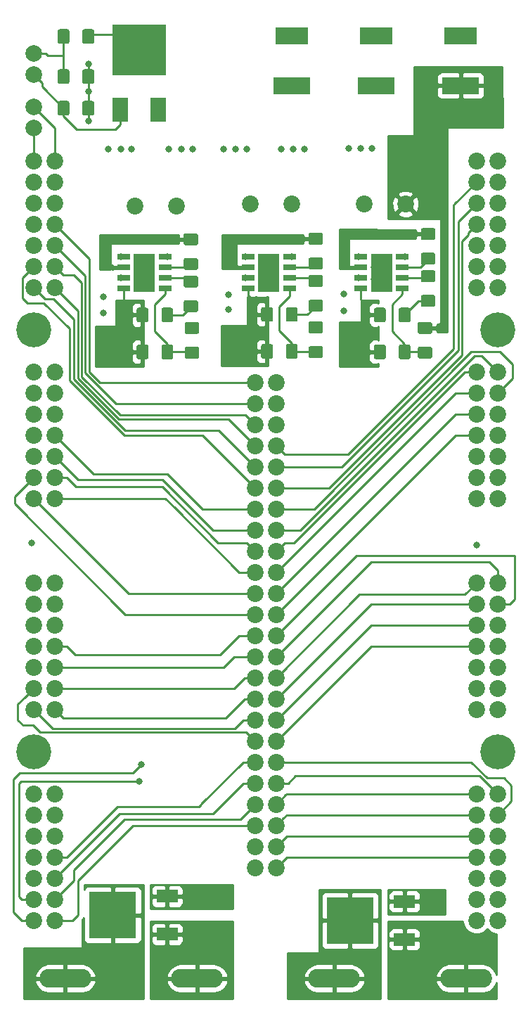
<source format=gtl>
G04 #@! TF.GenerationSoftware,KiCad,Pcbnew,(5.0.2)-1*
G04 #@! TF.CreationDate,2019-01-20T08:21:42-05:00*
G04 #@! TF.ProjectId,modular_backplane,6d6f6475-6c61-4725-9f62-61636b706c61,rev?*
G04 #@! TF.SameCoordinates,Original*
G04 #@! TF.FileFunction,Copper,L1,Top*
G04 #@! TF.FilePolarity,Positive*
%FSLAX46Y46*%
G04 Gerber Fmt 4.6, Leading zero omitted, Abs format (unit mm)*
G04 Created by KiCad (PCBNEW (5.0.2)-1) date 1/20/2019 8:21:42 AM*
%MOMM*%
%LPD*%
G01*
G04 APERTURE LIST*
G04 #@! TA.AperFunction,ComponentPad*
%ADD10R,4.000000X2.000000*%
G04 #@! TD*
G04 #@! TA.AperFunction,ComponentPad*
%ADD11R,4.500000X2.000000*%
G04 #@! TD*
G04 #@! TA.AperFunction,SMDPad,CuDef*
%ADD12R,2.613000X4.612000*%
G04 #@! TD*
G04 #@! TA.AperFunction,SMDPad,CuDef*
%ADD13R,1.505000X0.802000*%
G04 #@! TD*
G04 #@! TA.AperFunction,ComponentPad*
%ADD14C,2.020000*%
G04 #@! TD*
G04 #@! TA.AperFunction,Conductor*
%ADD15C,0.100000*%
G04 #@! TD*
G04 #@! TA.AperFunction,SMDPad,CuDef*
%ADD16C,1.425000*%
G04 #@! TD*
G04 #@! TA.AperFunction,ComponentPad*
%ADD17O,6.230000X2.270000*%
G04 #@! TD*
G04 #@! TA.AperFunction,SMDPad,CuDef*
%ADD18R,2.600000X1.500000*%
G04 #@! TD*
G04 #@! TA.AperFunction,SMDPad,CuDef*
%ADD19R,5.700000X5.700000*%
G04 #@! TD*
G04 #@! TA.AperFunction,SMDPad,CuDef*
%ADD20R,1.900000X3.000000*%
G04 #@! TD*
G04 #@! TA.AperFunction,SMDPad,CuDef*
%ADD21R,6.460000X6.200000*%
G04 #@! TD*
G04 #@! TA.AperFunction,ComponentPad*
%ADD22C,2.000000*%
G04 #@! TD*
G04 #@! TA.AperFunction,ComponentPad*
%ADD23C,4.200000*%
G04 #@! TD*
G04 #@! TA.AperFunction,ViaPad*
%ADD24C,0.800000*%
G04 #@! TD*
G04 #@! TA.AperFunction,Conductor*
%ADD25C,0.250000*%
G04 #@! TD*
G04 #@! TA.AperFunction,Conductor*
%ADD26C,0.254000*%
G04 #@! TD*
%ADD27C,0.254000*%
G04 APERTURE END LIST*
D10*
G04 #@! TO.P,barrelJack1,2*
G04 #@! TO.N,GND*
X45085000Y-2715000D03*
D11*
G04 #@! TO.P,barrelJack1,1*
G04 #@! TO.N,+5V*
X45085000Y-8715000D03*
G04 #@! TD*
D12*
G04 #@! TO.P,rail12v1,9*
G04 #@! TO.N,GND*
X45720000Y-31242000D03*
D13*
G04 #@! TO.P,rail12v1,4*
X43222500Y-33147000D03*
G04 #@! TO.P,rail12v1,5*
G04 #@! TO.N,Net-(R17-Pad2)*
X48217500Y-33147000D03*
G04 #@! TO.P,rail12v1,3*
G04 #@! TO.N,Net-(C13-Pad1)*
X43222500Y-31877000D03*
G04 #@! TO.P,rail12v1,6*
G04 #@! TO.N,Net-(C15-Pad1)*
X48217500Y-31877000D03*
G04 #@! TO.P,rail12v1,2*
G04 #@! TO.N,+15V*
X43222500Y-30607000D03*
G04 #@! TO.P,rail12v1,7*
G04 #@! TO.N,Net-(R20-Pad2)*
X48217500Y-30607000D03*
G04 #@! TO.P,rail12v1,1*
G04 #@! TO.N,Net-(C13-Pad2)*
X43222500Y-29337000D03*
G04 #@! TO.P,rail12v1,8*
G04 #@! TO.N,Net-(C14-Pad1)*
X48217500Y-29337000D03*
G04 #@! TD*
D14*
G04 #@! TO.P,L1,2*
G04 #@! TO.N,Net-(C3-Pad1)*
X29885000Y-22987000D03*
G04 #@! TO.P,L1,1*
G04 #@! TO.N,+5V*
X34885000Y-22987000D03*
G04 #@! TD*
G04 #@! TO.P,L2,2*
G04 #@! TO.N,Net-(C8-Pad1)*
X16042000Y-23241000D03*
G04 #@! TO.P,L2,1*
G04 #@! TO.N,+3V3*
X21042000Y-23241000D03*
G04 #@! TD*
D10*
G04 #@! TO.P,barrelJack2,2*
G04 #@! TO.N,GND*
X55245000Y-2715000D03*
D11*
G04 #@! TO.P,barrelJack2,1*
G04 #@! TO.N,+12V*
X55245000Y-8715000D03*
G04 #@! TD*
D10*
G04 #@! TO.P,barrelJack3,2*
G04 #@! TO.N,GND*
X34925000Y-2715000D03*
D11*
G04 #@! TO.P,barrelJack3,1*
G04 #@! TO.N,+3V3*
X34925000Y-8715000D03*
G04 #@! TD*
D15*
G04 #@! TO.N,Net-(C5-Pad2)*
G04 #@! TO.C,C5*
G36*
X38432004Y-34494704D02*
X38456273Y-34498304D01*
X38480071Y-34504265D01*
X38503171Y-34512530D01*
X38525349Y-34523020D01*
X38546393Y-34535633D01*
X38566098Y-34550247D01*
X38584277Y-34566723D01*
X38600753Y-34584902D01*
X38615367Y-34604607D01*
X38627980Y-34625651D01*
X38638470Y-34647829D01*
X38646735Y-34670929D01*
X38652696Y-34694727D01*
X38656296Y-34718996D01*
X38657500Y-34743500D01*
X38657500Y-35668500D01*
X38656296Y-35693004D01*
X38652696Y-35717273D01*
X38646735Y-35741071D01*
X38638470Y-35764171D01*
X38627980Y-35786349D01*
X38615367Y-35807393D01*
X38600753Y-35827098D01*
X38584277Y-35845277D01*
X38566098Y-35861753D01*
X38546393Y-35876367D01*
X38525349Y-35888980D01*
X38503171Y-35899470D01*
X38480071Y-35907735D01*
X38456273Y-35913696D01*
X38432004Y-35917296D01*
X38407500Y-35918500D01*
X37157500Y-35918500D01*
X37132996Y-35917296D01*
X37108727Y-35913696D01*
X37084929Y-35907735D01*
X37061829Y-35899470D01*
X37039651Y-35888980D01*
X37018607Y-35876367D01*
X36998902Y-35861753D01*
X36980723Y-35845277D01*
X36964247Y-35827098D01*
X36949633Y-35807393D01*
X36937020Y-35786349D01*
X36926530Y-35764171D01*
X36918265Y-35741071D01*
X36912304Y-35717273D01*
X36908704Y-35693004D01*
X36907500Y-35668500D01*
X36907500Y-34743500D01*
X36908704Y-34718996D01*
X36912304Y-34694727D01*
X36918265Y-34670929D01*
X36926530Y-34647829D01*
X36937020Y-34625651D01*
X36949633Y-34604607D01*
X36964247Y-34584902D01*
X36980723Y-34566723D01*
X36998902Y-34550247D01*
X37018607Y-34535633D01*
X37039651Y-34523020D01*
X37061829Y-34512530D01*
X37084929Y-34504265D01*
X37108727Y-34498304D01*
X37132996Y-34494704D01*
X37157500Y-34493500D01*
X38407500Y-34493500D01*
X38432004Y-34494704D01*
X38432004Y-34494704D01*
G37*
D16*
G04 #@! TD*
G04 #@! TO.P,C5,2*
G04 #@! TO.N,Net-(C5-Pad2)*
X37782500Y-35206000D03*
D15*
G04 #@! TO.N,Net-(C5-Pad1)*
G04 #@! TO.C,C5*
G36*
X38432004Y-31519704D02*
X38456273Y-31523304D01*
X38480071Y-31529265D01*
X38503171Y-31537530D01*
X38525349Y-31548020D01*
X38546393Y-31560633D01*
X38566098Y-31575247D01*
X38584277Y-31591723D01*
X38600753Y-31609902D01*
X38615367Y-31629607D01*
X38627980Y-31650651D01*
X38638470Y-31672829D01*
X38646735Y-31695929D01*
X38652696Y-31719727D01*
X38656296Y-31743996D01*
X38657500Y-31768500D01*
X38657500Y-32693500D01*
X38656296Y-32718004D01*
X38652696Y-32742273D01*
X38646735Y-32766071D01*
X38638470Y-32789171D01*
X38627980Y-32811349D01*
X38615367Y-32832393D01*
X38600753Y-32852098D01*
X38584277Y-32870277D01*
X38566098Y-32886753D01*
X38546393Y-32901367D01*
X38525349Y-32913980D01*
X38503171Y-32924470D01*
X38480071Y-32932735D01*
X38456273Y-32938696D01*
X38432004Y-32942296D01*
X38407500Y-32943500D01*
X37157500Y-32943500D01*
X37132996Y-32942296D01*
X37108727Y-32938696D01*
X37084929Y-32932735D01*
X37061829Y-32924470D01*
X37039651Y-32913980D01*
X37018607Y-32901367D01*
X36998902Y-32886753D01*
X36980723Y-32870277D01*
X36964247Y-32852098D01*
X36949633Y-32832393D01*
X36937020Y-32811349D01*
X36926530Y-32789171D01*
X36918265Y-32766071D01*
X36912304Y-32742273D01*
X36908704Y-32718004D01*
X36907500Y-32693500D01*
X36907500Y-31768500D01*
X36908704Y-31743996D01*
X36912304Y-31719727D01*
X36918265Y-31695929D01*
X36926530Y-31672829D01*
X36937020Y-31650651D01*
X36949633Y-31629607D01*
X36964247Y-31609902D01*
X36980723Y-31591723D01*
X36998902Y-31575247D01*
X37018607Y-31560633D01*
X37039651Y-31548020D01*
X37061829Y-31537530D01*
X37084929Y-31529265D01*
X37108727Y-31523304D01*
X37132996Y-31519704D01*
X37157500Y-31518500D01*
X38407500Y-31518500D01*
X38432004Y-31519704D01*
X38432004Y-31519704D01*
G37*
D16*
G04 #@! TD*
G04 #@! TO.P,C5,1*
G04 #@! TO.N,Net-(C5-Pad1)*
X37782500Y-32231000D03*
D15*
G04 #@! TO.N,Net-(C10-Pad2)*
G04 #@! TO.C,C10*
G36*
X23382504Y-34558204D02*
X23406773Y-34561804D01*
X23430571Y-34567765D01*
X23453671Y-34576030D01*
X23475849Y-34586520D01*
X23496893Y-34599133D01*
X23516598Y-34613747D01*
X23534777Y-34630223D01*
X23551253Y-34648402D01*
X23565867Y-34668107D01*
X23578480Y-34689151D01*
X23588970Y-34711329D01*
X23597235Y-34734429D01*
X23603196Y-34758227D01*
X23606796Y-34782496D01*
X23608000Y-34807000D01*
X23608000Y-35732000D01*
X23606796Y-35756504D01*
X23603196Y-35780773D01*
X23597235Y-35804571D01*
X23588970Y-35827671D01*
X23578480Y-35849849D01*
X23565867Y-35870893D01*
X23551253Y-35890598D01*
X23534777Y-35908777D01*
X23516598Y-35925253D01*
X23496893Y-35939867D01*
X23475849Y-35952480D01*
X23453671Y-35962970D01*
X23430571Y-35971235D01*
X23406773Y-35977196D01*
X23382504Y-35980796D01*
X23358000Y-35982000D01*
X22108000Y-35982000D01*
X22083496Y-35980796D01*
X22059227Y-35977196D01*
X22035429Y-35971235D01*
X22012329Y-35962970D01*
X21990151Y-35952480D01*
X21969107Y-35939867D01*
X21949402Y-35925253D01*
X21931223Y-35908777D01*
X21914747Y-35890598D01*
X21900133Y-35870893D01*
X21887520Y-35849849D01*
X21877030Y-35827671D01*
X21868765Y-35804571D01*
X21862804Y-35780773D01*
X21859204Y-35756504D01*
X21858000Y-35732000D01*
X21858000Y-34807000D01*
X21859204Y-34782496D01*
X21862804Y-34758227D01*
X21868765Y-34734429D01*
X21877030Y-34711329D01*
X21887520Y-34689151D01*
X21900133Y-34668107D01*
X21914747Y-34648402D01*
X21931223Y-34630223D01*
X21949402Y-34613747D01*
X21969107Y-34599133D01*
X21990151Y-34586520D01*
X22012329Y-34576030D01*
X22035429Y-34567765D01*
X22059227Y-34561804D01*
X22083496Y-34558204D01*
X22108000Y-34557000D01*
X23358000Y-34557000D01*
X23382504Y-34558204D01*
X23382504Y-34558204D01*
G37*
D16*
G04 #@! TD*
G04 #@! TO.P,C10,2*
G04 #@! TO.N,Net-(C10-Pad2)*
X22733000Y-35269500D03*
D15*
G04 #@! TO.N,Net-(C10-Pad1)*
G04 #@! TO.C,C10*
G36*
X23382504Y-31583204D02*
X23406773Y-31586804D01*
X23430571Y-31592765D01*
X23453671Y-31601030D01*
X23475849Y-31611520D01*
X23496893Y-31624133D01*
X23516598Y-31638747D01*
X23534777Y-31655223D01*
X23551253Y-31673402D01*
X23565867Y-31693107D01*
X23578480Y-31714151D01*
X23588970Y-31736329D01*
X23597235Y-31759429D01*
X23603196Y-31783227D01*
X23606796Y-31807496D01*
X23608000Y-31832000D01*
X23608000Y-32757000D01*
X23606796Y-32781504D01*
X23603196Y-32805773D01*
X23597235Y-32829571D01*
X23588970Y-32852671D01*
X23578480Y-32874849D01*
X23565867Y-32895893D01*
X23551253Y-32915598D01*
X23534777Y-32933777D01*
X23516598Y-32950253D01*
X23496893Y-32964867D01*
X23475849Y-32977480D01*
X23453671Y-32987970D01*
X23430571Y-32996235D01*
X23406773Y-33002196D01*
X23382504Y-33005796D01*
X23358000Y-33007000D01*
X22108000Y-33007000D01*
X22083496Y-33005796D01*
X22059227Y-33002196D01*
X22035429Y-32996235D01*
X22012329Y-32987970D01*
X21990151Y-32977480D01*
X21969107Y-32964867D01*
X21949402Y-32950253D01*
X21931223Y-32933777D01*
X21914747Y-32915598D01*
X21900133Y-32895893D01*
X21887520Y-32874849D01*
X21877030Y-32852671D01*
X21868765Y-32829571D01*
X21862804Y-32805773D01*
X21859204Y-32781504D01*
X21858000Y-32757000D01*
X21858000Y-31832000D01*
X21859204Y-31807496D01*
X21862804Y-31783227D01*
X21868765Y-31759429D01*
X21877030Y-31736329D01*
X21887520Y-31714151D01*
X21900133Y-31693107D01*
X21914747Y-31673402D01*
X21931223Y-31655223D01*
X21949402Y-31638747D01*
X21969107Y-31624133D01*
X21990151Y-31611520D01*
X22012329Y-31601030D01*
X22035429Y-31592765D01*
X22059227Y-31586804D01*
X22083496Y-31583204D01*
X22108000Y-31582000D01*
X23358000Y-31582000D01*
X23382504Y-31583204D01*
X23382504Y-31583204D01*
G37*
D16*
G04 #@! TD*
G04 #@! TO.P,C10,1*
G04 #@! TO.N,Net-(C10-Pad1)*
X22733000Y-32294500D03*
D17*
G04 #@! TO.P,lipoGnd1,1*
G04 #@! TO.N,GND*
X23495000Y-116205000D03*
G04 #@! TD*
G04 #@! TO.P,LipoGnd2,1*
G04 #@! TO.N,GND*
X55880000Y-116205000D03*
G04 #@! TD*
G04 #@! TO.P,lipoIn1,1*
G04 #@! TO.N,liPo1*
X7620000Y-116205000D03*
G04 #@! TD*
G04 #@! TO.P,lipoIn2,1*
G04 #@! TO.N,liPo2*
X40005000Y-116205000D03*
G04 #@! TD*
D15*
G04 #@! TO.N,GND*
G04 #@! TO.C,R1*
G36*
X10864504Y-10556204D02*
X10888773Y-10559804D01*
X10912571Y-10565765D01*
X10935671Y-10574030D01*
X10957849Y-10584520D01*
X10978893Y-10597133D01*
X10998598Y-10611747D01*
X11016777Y-10628223D01*
X11033253Y-10646402D01*
X11047867Y-10666107D01*
X11060480Y-10687151D01*
X11070970Y-10709329D01*
X11079235Y-10732429D01*
X11085196Y-10756227D01*
X11088796Y-10780496D01*
X11090000Y-10805000D01*
X11090000Y-12055000D01*
X11088796Y-12079504D01*
X11085196Y-12103773D01*
X11079235Y-12127571D01*
X11070970Y-12150671D01*
X11060480Y-12172849D01*
X11047867Y-12193893D01*
X11033253Y-12213598D01*
X11016777Y-12231777D01*
X10998598Y-12248253D01*
X10978893Y-12262867D01*
X10957849Y-12275480D01*
X10935671Y-12285970D01*
X10912571Y-12294235D01*
X10888773Y-12300196D01*
X10864504Y-12303796D01*
X10840000Y-12305000D01*
X9915000Y-12305000D01*
X9890496Y-12303796D01*
X9866227Y-12300196D01*
X9842429Y-12294235D01*
X9819329Y-12285970D01*
X9797151Y-12275480D01*
X9776107Y-12262867D01*
X9756402Y-12248253D01*
X9738223Y-12231777D01*
X9721747Y-12213598D01*
X9707133Y-12193893D01*
X9694520Y-12172849D01*
X9684030Y-12150671D01*
X9675765Y-12127571D01*
X9669804Y-12103773D01*
X9666204Y-12079504D01*
X9665000Y-12055000D01*
X9665000Y-10805000D01*
X9666204Y-10780496D01*
X9669804Y-10756227D01*
X9675765Y-10732429D01*
X9684030Y-10709329D01*
X9694520Y-10687151D01*
X9707133Y-10666107D01*
X9721747Y-10646402D01*
X9738223Y-10628223D01*
X9756402Y-10611747D01*
X9776107Y-10597133D01*
X9797151Y-10584520D01*
X9819329Y-10574030D01*
X9842429Y-10565765D01*
X9866227Y-10559804D01*
X9890496Y-10556204D01*
X9915000Y-10555000D01*
X10840000Y-10555000D01*
X10864504Y-10556204D01*
X10864504Y-10556204D01*
G37*
D16*
G04 #@! TD*
G04 #@! TO.P,R1,2*
G04 #@! TO.N,GND*
X10377500Y-11430000D03*
D15*
G04 #@! TO.N,monitorEna1*
G04 #@! TO.C,R1*
G36*
X7889504Y-10556204D02*
X7913773Y-10559804D01*
X7937571Y-10565765D01*
X7960671Y-10574030D01*
X7982849Y-10584520D01*
X8003893Y-10597133D01*
X8023598Y-10611747D01*
X8041777Y-10628223D01*
X8058253Y-10646402D01*
X8072867Y-10666107D01*
X8085480Y-10687151D01*
X8095970Y-10709329D01*
X8104235Y-10732429D01*
X8110196Y-10756227D01*
X8113796Y-10780496D01*
X8115000Y-10805000D01*
X8115000Y-12055000D01*
X8113796Y-12079504D01*
X8110196Y-12103773D01*
X8104235Y-12127571D01*
X8095970Y-12150671D01*
X8085480Y-12172849D01*
X8072867Y-12193893D01*
X8058253Y-12213598D01*
X8041777Y-12231777D01*
X8023598Y-12248253D01*
X8003893Y-12262867D01*
X7982849Y-12275480D01*
X7960671Y-12285970D01*
X7937571Y-12294235D01*
X7913773Y-12300196D01*
X7889504Y-12303796D01*
X7865000Y-12305000D01*
X6940000Y-12305000D01*
X6915496Y-12303796D01*
X6891227Y-12300196D01*
X6867429Y-12294235D01*
X6844329Y-12285970D01*
X6822151Y-12275480D01*
X6801107Y-12262867D01*
X6781402Y-12248253D01*
X6763223Y-12231777D01*
X6746747Y-12213598D01*
X6732133Y-12193893D01*
X6719520Y-12172849D01*
X6709030Y-12150671D01*
X6700765Y-12127571D01*
X6694804Y-12103773D01*
X6691204Y-12079504D01*
X6690000Y-12055000D01*
X6690000Y-10805000D01*
X6691204Y-10780496D01*
X6694804Y-10756227D01*
X6700765Y-10732429D01*
X6709030Y-10709329D01*
X6719520Y-10687151D01*
X6732133Y-10666107D01*
X6746747Y-10646402D01*
X6763223Y-10628223D01*
X6781402Y-10611747D01*
X6801107Y-10597133D01*
X6822151Y-10584520D01*
X6844329Y-10574030D01*
X6867429Y-10565765D01*
X6891227Y-10559804D01*
X6915496Y-10556204D01*
X6940000Y-10555000D01*
X7865000Y-10555000D01*
X7889504Y-10556204D01*
X7889504Y-10556204D01*
G37*
D16*
G04 #@! TD*
G04 #@! TO.P,R1,1*
G04 #@! TO.N,monitorEna1*
X7402500Y-11430000D03*
D15*
G04 #@! TO.N,monitor1*
G04 #@! TO.C,R2*
G36*
X7889504Y-1920204D02*
X7913773Y-1923804D01*
X7937571Y-1929765D01*
X7960671Y-1938030D01*
X7982849Y-1948520D01*
X8003893Y-1961133D01*
X8023598Y-1975747D01*
X8041777Y-1992223D01*
X8058253Y-2010402D01*
X8072867Y-2030107D01*
X8085480Y-2051151D01*
X8095970Y-2073329D01*
X8104235Y-2096429D01*
X8110196Y-2120227D01*
X8113796Y-2144496D01*
X8115000Y-2169000D01*
X8115000Y-3419000D01*
X8113796Y-3443504D01*
X8110196Y-3467773D01*
X8104235Y-3491571D01*
X8095970Y-3514671D01*
X8085480Y-3536849D01*
X8072867Y-3557893D01*
X8058253Y-3577598D01*
X8041777Y-3595777D01*
X8023598Y-3612253D01*
X8003893Y-3626867D01*
X7982849Y-3639480D01*
X7960671Y-3649970D01*
X7937571Y-3658235D01*
X7913773Y-3664196D01*
X7889504Y-3667796D01*
X7865000Y-3669000D01*
X6940000Y-3669000D01*
X6915496Y-3667796D01*
X6891227Y-3664196D01*
X6867429Y-3658235D01*
X6844329Y-3649970D01*
X6822151Y-3639480D01*
X6801107Y-3626867D01*
X6781402Y-3612253D01*
X6763223Y-3595777D01*
X6746747Y-3577598D01*
X6732133Y-3557893D01*
X6719520Y-3536849D01*
X6709030Y-3514671D01*
X6700765Y-3491571D01*
X6694804Y-3467773D01*
X6691204Y-3443504D01*
X6690000Y-3419000D01*
X6690000Y-2169000D01*
X6691204Y-2144496D01*
X6694804Y-2120227D01*
X6700765Y-2096429D01*
X6709030Y-2073329D01*
X6719520Y-2051151D01*
X6732133Y-2030107D01*
X6746747Y-2010402D01*
X6763223Y-1992223D01*
X6781402Y-1975747D01*
X6801107Y-1961133D01*
X6822151Y-1948520D01*
X6844329Y-1938030D01*
X6867429Y-1929765D01*
X6891227Y-1923804D01*
X6915496Y-1920204D01*
X6940000Y-1919000D01*
X7865000Y-1919000D01*
X7889504Y-1920204D01*
X7889504Y-1920204D01*
G37*
D16*
G04 #@! TD*
G04 #@! TO.P,R2,2*
G04 #@! TO.N,monitor1*
X7402500Y-2794000D03*
D15*
G04 #@! TO.N,Net-(R2-Pad1)*
G04 #@! TO.C,R2*
G36*
X10864504Y-1920204D02*
X10888773Y-1923804D01*
X10912571Y-1929765D01*
X10935671Y-1938030D01*
X10957849Y-1948520D01*
X10978893Y-1961133D01*
X10998598Y-1975747D01*
X11016777Y-1992223D01*
X11033253Y-2010402D01*
X11047867Y-2030107D01*
X11060480Y-2051151D01*
X11070970Y-2073329D01*
X11079235Y-2096429D01*
X11085196Y-2120227D01*
X11088796Y-2144496D01*
X11090000Y-2169000D01*
X11090000Y-3419000D01*
X11088796Y-3443504D01*
X11085196Y-3467773D01*
X11079235Y-3491571D01*
X11070970Y-3514671D01*
X11060480Y-3536849D01*
X11047867Y-3557893D01*
X11033253Y-3577598D01*
X11016777Y-3595777D01*
X10998598Y-3612253D01*
X10978893Y-3626867D01*
X10957849Y-3639480D01*
X10935671Y-3649970D01*
X10912571Y-3658235D01*
X10888773Y-3664196D01*
X10864504Y-3667796D01*
X10840000Y-3669000D01*
X9915000Y-3669000D01*
X9890496Y-3667796D01*
X9866227Y-3664196D01*
X9842429Y-3658235D01*
X9819329Y-3649970D01*
X9797151Y-3639480D01*
X9776107Y-3626867D01*
X9756402Y-3612253D01*
X9738223Y-3595777D01*
X9721747Y-3577598D01*
X9707133Y-3557893D01*
X9694520Y-3536849D01*
X9684030Y-3514671D01*
X9675765Y-3491571D01*
X9669804Y-3467773D01*
X9666204Y-3443504D01*
X9665000Y-3419000D01*
X9665000Y-2169000D01*
X9666204Y-2144496D01*
X9669804Y-2120227D01*
X9675765Y-2096429D01*
X9684030Y-2073329D01*
X9694520Y-2051151D01*
X9707133Y-2030107D01*
X9721747Y-2010402D01*
X9738223Y-1992223D01*
X9756402Y-1975747D01*
X9776107Y-1961133D01*
X9797151Y-1948520D01*
X9819329Y-1938030D01*
X9842429Y-1929765D01*
X9866227Y-1923804D01*
X9890496Y-1920204D01*
X9915000Y-1919000D01*
X10840000Y-1919000D01*
X10864504Y-1920204D01*
X10864504Y-1920204D01*
G37*
D16*
G04 #@! TD*
G04 #@! TO.P,R2,1*
G04 #@! TO.N,Net-(R2-Pad1)*
X10377500Y-2794000D03*
D15*
G04 #@! TO.N,GND*
G04 #@! TO.C,R3*
G36*
X10864504Y-6746204D02*
X10888773Y-6749804D01*
X10912571Y-6755765D01*
X10935671Y-6764030D01*
X10957849Y-6774520D01*
X10978893Y-6787133D01*
X10998598Y-6801747D01*
X11016777Y-6818223D01*
X11033253Y-6836402D01*
X11047867Y-6856107D01*
X11060480Y-6877151D01*
X11070970Y-6899329D01*
X11079235Y-6922429D01*
X11085196Y-6946227D01*
X11088796Y-6970496D01*
X11090000Y-6995000D01*
X11090000Y-8245000D01*
X11088796Y-8269504D01*
X11085196Y-8293773D01*
X11079235Y-8317571D01*
X11070970Y-8340671D01*
X11060480Y-8362849D01*
X11047867Y-8383893D01*
X11033253Y-8403598D01*
X11016777Y-8421777D01*
X10998598Y-8438253D01*
X10978893Y-8452867D01*
X10957849Y-8465480D01*
X10935671Y-8475970D01*
X10912571Y-8484235D01*
X10888773Y-8490196D01*
X10864504Y-8493796D01*
X10840000Y-8495000D01*
X9915000Y-8495000D01*
X9890496Y-8493796D01*
X9866227Y-8490196D01*
X9842429Y-8484235D01*
X9819329Y-8475970D01*
X9797151Y-8465480D01*
X9776107Y-8452867D01*
X9756402Y-8438253D01*
X9738223Y-8421777D01*
X9721747Y-8403598D01*
X9707133Y-8383893D01*
X9694520Y-8362849D01*
X9684030Y-8340671D01*
X9675765Y-8317571D01*
X9669804Y-8293773D01*
X9666204Y-8269504D01*
X9665000Y-8245000D01*
X9665000Y-6995000D01*
X9666204Y-6970496D01*
X9669804Y-6946227D01*
X9675765Y-6922429D01*
X9684030Y-6899329D01*
X9694520Y-6877151D01*
X9707133Y-6856107D01*
X9721747Y-6836402D01*
X9738223Y-6818223D01*
X9756402Y-6801747D01*
X9776107Y-6787133D01*
X9797151Y-6774520D01*
X9819329Y-6764030D01*
X9842429Y-6755765D01*
X9866227Y-6749804D01*
X9890496Y-6746204D01*
X9915000Y-6745000D01*
X10840000Y-6745000D01*
X10864504Y-6746204D01*
X10864504Y-6746204D01*
G37*
D16*
G04 #@! TD*
G04 #@! TO.P,R3,2*
G04 #@! TO.N,GND*
X10377500Y-7620000D03*
D15*
G04 #@! TO.N,monitor1*
G04 #@! TO.C,R3*
G36*
X7889504Y-6746204D02*
X7913773Y-6749804D01*
X7937571Y-6755765D01*
X7960671Y-6764030D01*
X7982849Y-6774520D01*
X8003893Y-6787133D01*
X8023598Y-6801747D01*
X8041777Y-6818223D01*
X8058253Y-6836402D01*
X8072867Y-6856107D01*
X8085480Y-6877151D01*
X8095970Y-6899329D01*
X8104235Y-6922429D01*
X8110196Y-6946227D01*
X8113796Y-6970496D01*
X8115000Y-6995000D01*
X8115000Y-8245000D01*
X8113796Y-8269504D01*
X8110196Y-8293773D01*
X8104235Y-8317571D01*
X8095970Y-8340671D01*
X8085480Y-8362849D01*
X8072867Y-8383893D01*
X8058253Y-8403598D01*
X8041777Y-8421777D01*
X8023598Y-8438253D01*
X8003893Y-8452867D01*
X7982849Y-8465480D01*
X7960671Y-8475970D01*
X7937571Y-8484235D01*
X7913773Y-8490196D01*
X7889504Y-8493796D01*
X7865000Y-8495000D01*
X6940000Y-8495000D01*
X6915496Y-8493796D01*
X6891227Y-8490196D01*
X6867429Y-8484235D01*
X6844329Y-8475970D01*
X6822151Y-8465480D01*
X6801107Y-8452867D01*
X6781402Y-8438253D01*
X6763223Y-8421777D01*
X6746747Y-8403598D01*
X6732133Y-8383893D01*
X6719520Y-8362849D01*
X6709030Y-8340671D01*
X6700765Y-8317571D01*
X6694804Y-8293773D01*
X6691204Y-8269504D01*
X6690000Y-8245000D01*
X6690000Y-6995000D01*
X6691204Y-6970496D01*
X6694804Y-6946227D01*
X6700765Y-6922429D01*
X6709030Y-6899329D01*
X6719520Y-6877151D01*
X6732133Y-6856107D01*
X6746747Y-6836402D01*
X6763223Y-6818223D01*
X6781402Y-6801747D01*
X6801107Y-6787133D01*
X6822151Y-6774520D01*
X6844329Y-6764030D01*
X6867429Y-6755765D01*
X6891227Y-6749804D01*
X6915496Y-6746204D01*
X6940000Y-6745000D01*
X7865000Y-6745000D01*
X7889504Y-6746204D01*
X7889504Y-6746204D01*
G37*
D16*
G04 #@! TD*
G04 #@! TO.P,R3,1*
G04 #@! TO.N,monitor1*
X7402500Y-7620000D03*
D15*
G04 #@! TO.N,Net-(R5-Pad2)*
G04 #@! TO.C,R5*
G36*
X38432004Y-40082704D02*
X38456273Y-40086304D01*
X38480071Y-40092265D01*
X38503171Y-40100530D01*
X38525349Y-40111020D01*
X38546393Y-40123633D01*
X38566098Y-40138247D01*
X38584277Y-40154723D01*
X38600753Y-40172902D01*
X38615367Y-40192607D01*
X38627980Y-40213651D01*
X38638470Y-40235829D01*
X38646735Y-40258929D01*
X38652696Y-40282727D01*
X38656296Y-40306996D01*
X38657500Y-40331500D01*
X38657500Y-41256500D01*
X38656296Y-41281004D01*
X38652696Y-41305273D01*
X38646735Y-41329071D01*
X38638470Y-41352171D01*
X38627980Y-41374349D01*
X38615367Y-41395393D01*
X38600753Y-41415098D01*
X38584277Y-41433277D01*
X38566098Y-41449753D01*
X38546393Y-41464367D01*
X38525349Y-41476980D01*
X38503171Y-41487470D01*
X38480071Y-41495735D01*
X38456273Y-41501696D01*
X38432004Y-41505296D01*
X38407500Y-41506500D01*
X37157500Y-41506500D01*
X37132996Y-41505296D01*
X37108727Y-41501696D01*
X37084929Y-41495735D01*
X37061829Y-41487470D01*
X37039651Y-41476980D01*
X37018607Y-41464367D01*
X36998902Y-41449753D01*
X36980723Y-41433277D01*
X36964247Y-41415098D01*
X36949633Y-41395393D01*
X36937020Y-41374349D01*
X36926530Y-41352171D01*
X36918265Y-41329071D01*
X36912304Y-41305273D01*
X36908704Y-41281004D01*
X36907500Y-41256500D01*
X36907500Y-40331500D01*
X36908704Y-40306996D01*
X36912304Y-40282727D01*
X36918265Y-40258929D01*
X36926530Y-40235829D01*
X36937020Y-40213651D01*
X36949633Y-40192607D01*
X36964247Y-40172902D01*
X36980723Y-40154723D01*
X36998902Y-40138247D01*
X37018607Y-40123633D01*
X37039651Y-40111020D01*
X37061829Y-40100530D01*
X37084929Y-40092265D01*
X37108727Y-40086304D01*
X37132996Y-40082704D01*
X37157500Y-40081500D01*
X38407500Y-40081500D01*
X38432004Y-40082704D01*
X38432004Y-40082704D01*
G37*
D16*
G04 #@! TD*
G04 #@! TO.P,R5,2*
G04 #@! TO.N,Net-(R5-Pad2)*
X37782500Y-40794000D03*
D15*
G04 #@! TO.N,+5V*
G04 #@! TO.C,R5*
G36*
X38432004Y-37107704D02*
X38456273Y-37111304D01*
X38480071Y-37117265D01*
X38503171Y-37125530D01*
X38525349Y-37136020D01*
X38546393Y-37148633D01*
X38566098Y-37163247D01*
X38584277Y-37179723D01*
X38600753Y-37197902D01*
X38615367Y-37217607D01*
X38627980Y-37238651D01*
X38638470Y-37260829D01*
X38646735Y-37283929D01*
X38652696Y-37307727D01*
X38656296Y-37331996D01*
X38657500Y-37356500D01*
X38657500Y-38281500D01*
X38656296Y-38306004D01*
X38652696Y-38330273D01*
X38646735Y-38354071D01*
X38638470Y-38377171D01*
X38627980Y-38399349D01*
X38615367Y-38420393D01*
X38600753Y-38440098D01*
X38584277Y-38458277D01*
X38566098Y-38474753D01*
X38546393Y-38489367D01*
X38525349Y-38501980D01*
X38503171Y-38512470D01*
X38480071Y-38520735D01*
X38456273Y-38526696D01*
X38432004Y-38530296D01*
X38407500Y-38531500D01*
X37157500Y-38531500D01*
X37132996Y-38530296D01*
X37108727Y-38526696D01*
X37084929Y-38520735D01*
X37061829Y-38512470D01*
X37039651Y-38501980D01*
X37018607Y-38489367D01*
X36998902Y-38474753D01*
X36980723Y-38458277D01*
X36964247Y-38440098D01*
X36949633Y-38420393D01*
X36937020Y-38399349D01*
X36926530Y-38377171D01*
X36918265Y-38354071D01*
X36912304Y-38330273D01*
X36908704Y-38306004D01*
X36907500Y-38281500D01*
X36907500Y-37356500D01*
X36908704Y-37331996D01*
X36912304Y-37307727D01*
X36918265Y-37283929D01*
X36926530Y-37260829D01*
X36937020Y-37238651D01*
X36949633Y-37217607D01*
X36964247Y-37197902D01*
X36980723Y-37179723D01*
X36998902Y-37163247D01*
X37018607Y-37148633D01*
X37039651Y-37136020D01*
X37061829Y-37125530D01*
X37084929Y-37117265D01*
X37108727Y-37111304D01*
X37132996Y-37107704D01*
X37157500Y-37106500D01*
X38407500Y-37106500D01*
X38432004Y-37107704D01*
X38432004Y-37107704D01*
G37*
D16*
G04 #@! TD*
G04 #@! TO.P,R5,1*
G04 #@! TO.N,+5V*
X37782500Y-37819000D03*
D15*
G04 #@! TO.N,GND*
G04 #@! TO.C,R6*
G36*
X32400504Y-39829704D02*
X32424773Y-39833304D01*
X32448571Y-39839265D01*
X32471671Y-39847530D01*
X32493849Y-39858020D01*
X32514893Y-39870633D01*
X32534598Y-39885247D01*
X32552777Y-39901723D01*
X32569253Y-39919902D01*
X32583867Y-39939607D01*
X32596480Y-39960651D01*
X32606970Y-39982829D01*
X32615235Y-40005929D01*
X32621196Y-40029727D01*
X32624796Y-40053996D01*
X32626000Y-40078500D01*
X32626000Y-41328500D01*
X32624796Y-41353004D01*
X32621196Y-41377273D01*
X32615235Y-41401071D01*
X32606970Y-41424171D01*
X32596480Y-41446349D01*
X32583867Y-41467393D01*
X32569253Y-41487098D01*
X32552777Y-41505277D01*
X32534598Y-41521753D01*
X32514893Y-41536367D01*
X32493849Y-41548980D01*
X32471671Y-41559470D01*
X32448571Y-41567735D01*
X32424773Y-41573696D01*
X32400504Y-41577296D01*
X32376000Y-41578500D01*
X31451000Y-41578500D01*
X31426496Y-41577296D01*
X31402227Y-41573696D01*
X31378429Y-41567735D01*
X31355329Y-41559470D01*
X31333151Y-41548980D01*
X31312107Y-41536367D01*
X31292402Y-41521753D01*
X31274223Y-41505277D01*
X31257747Y-41487098D01*
X31243133Y-41467393D01*
X31230520Y-41446349D01*
X31220030Y-41424171D01*
X31211765Y-41401071D01*
X31205804Y-41377273D01*
X31202204Y-41353004D01*
X31201000Y-41328500D01*
X31201000Y-40078500D01*
X31202204Y-40053996D01*
X31205804Y-40029727D01*
X31211765Y-40005929D01*
X31220030Y-39982829D01*
X31230520Y-39960651D01*
X31243133Y-39939607D01*
X31257747Y-39919902D01*
X31274223Y-39901723D01*
X31292402Y-39885247D01*
X31312107Y-39870633D01*
X31333151Y-39858020D01*
X31355329Y-39847530D01*
X31378429Y-39839265D01*
X31402227Y-39833304D01*
X31426496Y-39829704D01*
X31451000Y-39828500D01*
X32376000Y-39828500D01*
X32400504Y-39829704D01*
X32400504Y-39829704D01*
G37*
D16*
G04 #@! TD*
G04 #@! TO.P,R6,2*
G04 #@! TO.N,GND*
X31913500Y-40703500D03*
D15*
G04 #@! TO.N,Net-(R5-Pad2)*
G04 #@! TO.C,R6*
G36*
X35375504Y-39829704D02*
X35399773Y-39833304D01*
X35423571Y-39839265D01*
X35446671Y-39847530D01*
X35468849Y-39858020D01*
X35489893Y-39870633D01*
X35509598Y-39885247D01*
X35527777Y-39901723D01*
X35544253Y-39919902D01*
X35558867Y-39939607D01*
X35571480Y-39960651D01*
X35581970Y-39982829D01*
X35590235Y-40005929D01*
X35596196Y-40029727D01*
X35599796Y-40053996D01*
X35601000Y-40078500D01*
X35601000Y-41328500D01*
X35599796Y-41353004D01*
X35596196Y-41377273D01*
X35590235Y-41401071D01*
X35581970Y-41424171D01*
X35571480Y-41446349D01*
X35558867Y-41467393D01*
X35544253Y-41487098D01*
X35527777Y-41505277D01*
X35509598Y-41521753D01*
X35489893Y-41536367D01*
X35468849Y-41548980D01*
X35446671Y-41559470D01*
X35423571Y-41567735D01*
X35399773Y-41573696D01*
X35375504Y-41577296D01*
X35351000Y-41578500D01*
X34426000Y-41578500D01*
X34401496Y-41577296D01*
X34377227Y-41573696D01*
X34353429Y-41567735D01*
X34330329Y-41559470D01*
X34308151Y-41548980D01*
X34287107Y-41536367D01*
X34267402Y-41521753D01*
X34249223Y-41505277D01*
X34232747Y-41487098D01*
X34218133Y-41467393D01*
X34205520Y-41446349D01*
X34195030Y-41424171D01*
X34186765Y-41401071D01*
X34180804Y-41377273D01*
X34177204Y-41353004D01*
X34176000Y-41328500D01*
X34176000Y-40078500D01*
X34177204Y-40053996D01*
X34180804Y-40029727D01*
X34186765Y-40005929D01*
X34195030Y-39982829D01*
X34205520Y-39960651D01*
X34218133Y-39939607D01*
X34232747Y-39919902D01*
X34249223Y-39901723D01*
X34267402Y-39885247D01*
X34287107Y-39870633D01*
X34308151Y-39858020D01*
X34330329Y-39847530D01*
X34353429Y-39839265D01*
X34377227Y-39833304D01*
X34401496Y-39829704D01*
X34426000Y-39828500D01*
X35351000Y-39828500D01*
X35375504Y-39829704D01*
X35375504Y-39829704D01*
G37*
D16*
G04 #@! TD*
G04 #@! TO.P,R6,1*
G04 #@! TO.N,Net-(R5-Pad2)*
X34888500Y-40703500D03*
D15*
G04 #@! TO.N,GND*
G04 #@! TO.C,R9*
G36*
X32400504Y-35384704D02*
X32424773Y-35388304D01*
X32448571Y-35394265D01*
X32471671Y-35402530D01*
X32493849Y-35413020D01*
X32514893Y-35425633D01*
X32534598Y-35440247D01*
X32552777Y-35456723D01*
X32569253Y-35474902D01*
X32583867Y-35494607D01*
X32596480Y-35515651D01*
X32606970Y-35537829D01*
X32615235Y-35560929D01*
X32621196Y-35584727D01*
X32624796Y-35608996D01*
X32626000Y-35633500D01*
X32626000Y-36883500D01*
X32624796Y-36908004D01*
X32621196Y-36932273D01*
X32615235Y-36956071D01*
X32606970Y-36979171D01*
X32596480Y-37001349D01*
X32583867Y-37022393D01*
X32569253Y-37042098D01*
X32552777Y-37060277D01*
X32534598Y-37076753D01*
X32514893Y-37091367D01*
X32493849Y-37103980D01*
X32471671Y-37114470D01*
X32448571Y-37122735D01*
X32424773Y-37128696D01*
X32400504Y-37132296D01*
X32376000Y-37133500D01*
X31451000Y-37133500D01*
X31426496Y-37132296D01*
X31402227Y-37128696D01*
X31378429Y-37122735D01*
X31355329Y-37114470D01*
X31333151Y-37103980D01*
X31312107Y-37091367D01*
X31292402Y-37076753D01*
X31274223Y-37060277D01*
X31257747Y-37042098D01*
X31243133Y-37022393D01*
X31230520Y-37001349D01*
X31220030Y-36979171D01*
X31211765Y-36956071D01*
X31205804Y-36932273D01*
X31202204Y-36908004D01*
X31201000Y-36883500D01*
X31201000Y-35633500D01*
X31202204Y-35608996D01*
X31205804Y-35584727D01*
X31211765Y-35560929D01*
X31220030Y-35537829D01*
X31230520Y-35515651D01*
X31243133Y-35494607D01*
X31257747Y-35474902D01*
X31274223Y-35456723D01*
X31292402Y-35440247D01*
X31312107Y-35425633D01*
X31333151Y-35413020D01*
X31355329Y-35402530D01*
X31378429Y-35394265D01*
X31402227Y-35388304D01*
X31426496Y-35384704D01*
X31451000Y-35383500D01*
X32376000Y-35383500D01*
X32400504Y-35384704D01*
X32400504Y-35384704D01*
G37*
D16*
G04 #@! TD*
G04 #@! TO.P,R9,2*
G04 #@! TO.N,GND*
X31913500Y-36258500D03*
D15*
G04 #@! TO.N,Net-(C5-Pad2)*
G04 #@! TO.C,R9*
G36*
X35375504Y-35384704D02*
X35399773Y-35388304D01*
X35423571Y-35394265D01*
X35446671Y-35402530D01*
X35468849Y-35413020D01*
X35489893Y-35425633D01*
X35509598Y-35440247D01*
X35527777Y-35456723D01*
X35544253Y-35474902D01*
X35558867Y-35494607D01*
X35571480Y-35515651D01*
X35581970Y-35537829D01*
X35590235Y-35560929D01*
X35596196Y-35584727D01*
X35599796Y-35608996D01*
X35601000Y-35633500D01*
X35601000Y-36883500D01*
X35599796Y-36908004D01*
X35596196Y-36932273D01*
X35590235Y-36956071D01*
X35581970Y-36979171D01*
X35571480Y-37001349D01*
X35558867Y-37022393D01*
X35544253Y-37042098D01*
X35527777Y-37060277D01*
X35509598Y-37076753D01*
X35489893Y-37091367D01*
X35468849Y-37103980D01*
X35446671Y-37114470D01*
X35423571Y-37122735D01*
X35399773Y-37128696D01*
X35375504Y-37132296D01*
X35351000Y-37133500D01*
X34426000Y-37133500D01*
X34401496Y-37132296D01*
X34377227Y-37128696D01*
X34353429Y-37122735D01*
X34330329Y-37114470D01*
X34308151Y-37103980D01*
X34287107Y-37091367D01*
X34267402Y-37076753D01*
X34249223Y-37060277D01*
X34232747Y-37042098D01*
X34218133Y-37022393D01*
X34205520Y-37001349D01*
X34195030Y-36979171D01*
X34186765Y-36956071D01*
X34180804Y-36932273D01*
X34177204Y-36908004D01*
X34176000Y-36883500D01*
X34176000Y-35633500D01*
X34177204Y-35608996D01*
X34180804Y-35584727D01*
X34186765Y-35560929D01*
X34195030Y-35537829D01*
X34205520Y-35515651D01*
X34218133Y-35494607D01*
X34232747Y-35474902D01*
X34249223Y-35456723D01*
X34267402Y-35440247D01*
X34287107Y-35425633D01*
X34308151Y-35413020D01*
X34330329Y-35402530D01*
X34353429Y-35394265D01*
X34377227Y-35388304D01*
X34401496Y-35384704D01*
X34426000Y-35383500D01*
X35351000Y-35383500D01*
X35375504Y-35384704D01*
X35375504Y-35384704D01*
G37*
D16*
G04 #@! TD*
G04 #@! TO.P,R9,1*
G04 #@! TO.N,Net-(C5-Pad2)*
X34888500Y-36258500D03*
D15*
G04 #@! TO.N,Net-(R10-Pad2)*
G04 #@! TO.C,R10*
G36*
X38432004Y-29414704D02*
X38456273Y-29418304D01*
X38480071Y-29424265D01*
X38503171Y-29432530D01*
X38525349Y-29443020D01*
X38546393Y-29455633D01*
X38566098Y-29470247D01*
X38584277Y-29486723D01*
X38600753Y-29504902D01*
X38615367Y-29524607D01*
X38627980Y-29545651D01*
X38638470Y-29567829D01*
X38646735Y-29590929D01*
X38652696Y-29614727D01*
X38656296Y-29638996D01*
X38657500Y-29663500D01*
X38657500Y-30588500D01*
X38656296Y-30613004D01*
X38652696Y-30637273D01*
X38646735Y-30661071D01*
X38638470Y-30684171D01*
X38627980Y-30706349D01*
X38615367Y-30727393D01*
X38600753Y-30747098D01*
X38584277Y-30765277D01*
X38566098Y-30781753D01*
X38546393Y-30796367D01*
X38525349Y-30808980D01*
X38503171Y-30819470D01*
X38480071Y-30827735D01*
X38456273Y-30833696D01*
X38432004Y-30837296D01*
X38407500Y-30838500D01*
X37157500Y-30838500D01*
X37132996Y-30837296D01*
X37108727Y-30833696D01*
X37084929Y-30827735D01*
X37061829Y-30819470D01*
X37039651Y-30808980D01*
X37018607Y-30796367D01*
X36998902Y-30781753D01*
X36980723Y-30765277D01*
X36964247Y-30747098D01*
X36949633Y-30727393D01*
X36937020Y-30706349D01*
X36926530Y-30684171D01*
X36918265Y-30661071D01*
X36912304Y-30637273D01*
X36908704Y-30613004D01*
X36907500Y-30588500D01*
X36907500Y-29663500D01*
X36908704Y-29638996D01*
X36912304Y-29614727D01*
X36918265Y-29590929D01*
X36926530Y-29567829D01*
X36937020Y-29545651D01*
X36949633Y-29524607D01*
X36964247Y-29504902D01*
X36980723Y-29486723D01*
X36998902Y-29470247D01*
X37018607Y-29455633D01*
X37039651Y-29443020D01*
X37061829Y-29432530D01*
X37084929Y-29424265D01*
X37108727Y-29418304D01*
X37132996Y-29414704D01*
X37157500Y-29413500D01*
X38407500Y-29413500D01*
X38432004Y-29414704D01*
X38432004Y-29414704D01*
G37*
D16*
G04 #@! TD*
G04 #@! TO.P,R10,2*
G04 #@! TO.N,Net-(R10-Pad2)*
X37782500Y-30126000D03*
D15*
G04 #@! TO.N,+15V*
G04 #@! TO.C,R10*
G36*
X38432004Y-26439704D02*
X38456273Y-26443304D01*
X38480071Y-26449265D01*
X38503171Y-26457530D01*
X38525349Y-26468020D01*
X38546393Y-26480633D01*
X38566098Y-26495247D01*
X38584277Y-26511723D01*
X38600753Y-26529902D01*
X38615367Y-26549607D01*
X38627980Y-26570651D01*
X38638470Y-26592829D01*
X38646735Y-26615929D01*
X38652696Y-26639727D01*
X38656296Y-26663996D01*
X38657500Y-26688500D01*
X38657500Y-27613500D01*
X38656296Y-27638004D01*
X38652696Y-27662273D01*
X38646735Y-27686071D01*
X38638470Y-27709171D01*
X38627980Y-27731349D01*
X38615367Y-27752393D01*
X38600753Y-27772098D01*
X38584277Y-27790277D01*
X38566098Y-27806753D01*
X38546393Y-27821367D01*
X38525349Y-27833980D01*
X38503171Y-27844470D01*
X38480071Y-27852735D01*
X38456273Y-27858696D01*
X38432004Y-27862296D01*
X38407500Y-27863500D01*
X37157500Y-27863500D01*
X37132996Y-27862296D01*
X37108727Y-27858696D01*
X37084929Y-27852735D01*
X37061829Y-27844470D01*
X37039651Y-27833980D01*
X37018607Y-27821367D01*
X36998902Y-27806753D01*
X36980723Y-27790277D01*
X36964247Y-27772098D01*
X36949633Y-27752393D01*
X36937020Y-27731349D01*
X36926530Y-27709171D01*
X36918265Y-27686071D01*
X36912304Y-27662273D01*
X36908704Y-27638004D01*
X36907500Y-27613500D01*
X36907500Y-26688500D01*
X36908704Y-26663996D01*
X36912304Y-26639727D01*
X36918265Y-26615929D01*
X36926530Y-26592829D01*
X36937020Y-26570651D01*
X36949633Y-26549607D01*
X36964247Y-26529902D01*
X36980723Y-26511723D01*
X36998902Y-26495247D01*
X37018607Y-26480633D01*
X37039651Y-26468020D01*
X37061829Y-26457530D01*
X37084929Y-26449265D01*
X37108727Y-26443304D01*
X37132996Y-26439704D01*
X37157500Y-26438500D01*
X38407500Y-26438500D01*
X38432004Y-26439704D01*
X38432004Y-26439704D01*
G37*
D16*
G04 #@! TD*
G04 #@! TO.P,R10,1*
G04 #@! TO.N,+15V*
X37782500Y-27151000D03*
D15*
G04 #@! TO.N,Net-(R11-Pad2)*
G04 #@! TO.C,R11*
G36*
X23509504Y-40146204D02*
X23533773Y-40149804D01*
X23557571Y-40155765D01*
X23580671Y-40164030D01*
X23602849Y-40174520D01*
X23623893Y-40187133D01*
X23643598Y-40201747D01*
X23661777Y-40218223D01*
X23678253Y-40236402D01*
X23692867Y-40256107D01*
X23705480Y-40277151D01*
X23715970Y-40299329D01*
X23724235Y-40322429D01*
X23730196Y-40346227D01*
X23733796Y-40370496D01*
X23735000Y-40395000D01*
X23735000Y-41320000D01*
X23733796Y-41344504D01*
X23730196Y-41368773D01*
X23724235Y-41392571D01*
X23715970Y-41415671D01*
X23705480Y-41437849D01*
X23692867Y-41458893D01*
X23678253Y-41478598D01*
X23661777Y-41496777D01*
X23643598Y-41513253D01*
X23623893Y-41527867D01*
X23602849Y-41540480D01*
X23580671Y-41550970D01*
X23557571Y-41559235D01*
X23533773Y-41565196D01*
X23509504Y-41568796D01*
X23485000Y-41570000D01*
X22235000Y-41570000D01*
X22210496Y-41568796D01*
X22186227Y-41565196D01*
X22162429Y-41559235D01*
X22139329Y-41550970D01*
X22117151Y-41540480D01*
X22096107Y-41527867D01*
X22076402Y-41513253D01*
X22058223Y-41496777D01*
X22041747Y-41478598D01*
X22027133Y-41458893D01*
X22014520Y-41437849D01*
X22004030Y-41415671D01*
X21995765Y-41392571D01*
X21989804Y-41368773D01*
X21986204Y-41344504D01*
X21985000Y-41320000D01*
X21985000Y-40395000D01*
X21986204Y-40370496D01*
X21989804Y-40346227D01*
X21995765Y-40322429D01*
X22004030Y-40299329D01*
X22014520Y-40277151D01*
X22027133Y-40256107D01*
X22041747Y-40236402D01*
X22058223Y-40218223D01*
X22076402Y-40201747D01*
X22096107Y-40187133D01*
X22117151Y-40174520D01*
X22139329Y-40164030D01*
X22162429Y-40155765D01*
X22186227Y-40149804D01*
X22210496Y-40146204D01*
X22235000Y-40145000D01*
X23485000Y-40145000D01*
X23509504Y-40146204D01*
X23509504Y-40146204D01*
G37*
D16*
G04 #@! TD*
G04 #@! TO.P,R11,2*
G04 #@! TO.N,Net-(R11-Pad2)*
X22860000Y-40857500D03*
D15*
G04 #@! TO.N,+3V3*
G04 #@! TO.C,R11*
G36*
X23509504Y-37171204D02*
X23533773Y-37174804D01*
X23557571Y-37180765D01*
X23580671Y-37189030D01*
X23602849Y-37199520D01*
X23623893Y-37212133D01*
X23643598Y-37226747D01*
X23661777Y-37243223D01*
X23678253Y-37261402D01*
X23692867Y-37281107D01*
X23705480Y-37302151D01*
X23715970Y-37324329D01*
X23724235Y-37347429D01*
X23730196Y-37371227D01*
X23733796Y-37395496D01*
X23735000Y-37420000D01*
X23735000Y-38345000D01*
X23733796Y-38369504D01*
X23730196Y-38393773D01*
X23724235Y-38417571D01*
X23715970Y-38440671D01*
X23705480Y-38462849D01*
X23692867Y-38483893D01*
X23678253Y-38503598D01*
X23661777Y-38521777D01*
X23643598Y-38538253D01*
X23623893Y-38552867D01*
X23602849Y-38565480D01*
X23580671Y-38575970D01*
X23557571Y-38584235D01*
X23533773Y-38590196D01*
X23509504Y-38593796D01*
X23485000Y-38595000D01*
X22235000Y-38595000D01*
X22210496Y-38593796D01*
X22186227Y-38590196D01*
X22162429Y-38584235D01*
X22139329Y-38575970D01*
X22117151Y-38565480D01*
X22096107Y-38552867D01*
X22076402Y-38538253D01*
X22058223Y-38521777D01*
X22041747Y-38503598D01*
X22027133Y-38483893D01*
X22014520Y-38462849D01*
X22004030Y-38440671D01*
X21995765Y-38417571D01*
X21989804Y-38393773D01*
X21986204Y-38369504D01*
X21985000Y-38345000D01*
X21985000Y-37420000D01*
X21986204Y-37395496D01*
X21989804Y-37371227D01*
X21995765Y-37347429D01*
X22004030Y-37324329D01*
X22014520Y-37302151D01*
X22027133Y-37281107D01*
X22041747Y-37261402D01*
X22058223Y-37243223D01*
X22076402Y-37226747D01*
X22096107Y-37212133D01*
X22117151Y-37199520D01*
X22139329Y-37189030D01*
X22162429Y-37180765D01*
X22186227Y-37174804D01*
X22210496Y-37171204D01*
X22235000Y-37170000D01*
X23485000Y-37170000D01*
X23509504Y-37171204D01*
X23509504Y-37171204D01*
G37*
D16*
G04 #@! TD*
G04 #@! TO.P,R11,1*
G04 #@! TO.N,+3V3*
X22860000Y-37882500D03*
D15*
G04 #@! TO.N,GND*
G04 #@! TO.C,R12*
G36*
X17414504Y-39893204D02*
X17438773Y-39896804D01*
X17462571Y-39902765D01*
X17485671Y-39911030D01*
X17507849Y-39921520D01*
X17528893Y-39934133D01*
X17548598Y-39948747D01*
X17566777Y-39965223D01*
X17583253Y-39983402D01*
X17597867Y-40003107D01*
X17610480Y-40024151D01*
X17620970Y-40046329D01*
X17629235Y-40069429D01*
X17635196Y-40093227D01*
X17638796Y-40117496D01*
X17640000Y-40142000D01*
X17640000Y-41392000D01*
X17638796Y-41416504D01*
X17635196Y-41440773D01*
X17629235Y-41464571D01*
X17620970Y-41487671D01*
X17610480Y-41509849D01*
X17597867Y-41530893D01*
X17583253Y-41550598D01*
X17566777Y-41568777D01*
X17548598Y-41585253D01*
X17528893Y-41599867D01*
X17507849Y-41612480D01*
X17485671Y-41622970D01*
X17462571Y-41631235D01*
X17438773Y-41637196D01*
X17414504Y-41640796D01*
X17390000Y-41642000D01*
X16465000Y-41642000D01*
X16440496Y-41640796D01*
X16416227Y-41637196D01*
X16392429Y-41631235D01*
X16369329Y-41622970D01*
X16347151Y-41612480D01*
X16326107Y-41599867D01*
X16306402Y-41585253D01*
X16288223Y-41568777D01*
X16271747Y-41550598D01*
X16257133Y-41530893D01*
X16244520Y-41509849D01*
X16234030Y-41487671D01*
X16225765Y-41464571D01*
X16219804Y-41440773D01*
X16216204Y-41416504D01*
X16215000Y-41392000D01*
X16215000Y-40142000D01*
X16216204Y-40117496D01*
X16219804Y-40093227D01*
X16225765Y-40069429D01*
X16234030Y-40046329D01*
X16244520Y-40024151D01*
X16257133Y-40003107D01*
X16271747Y-39983402D01*
X16288223Y-39965223D01*
X16306402Y-39948747D01*
X16326107Y-39934133D01*
X16347151Y-39921520D01*
X16369329Y-39911030D01*
X16392429Y-39902765D01*
X16416227Y-39896804D01*
X16440496Y-39893204D01*
X16465000Y-39892000D01*
X17390000Y-39892000D01*
X17414504Y-39893204D01*
X17414504Y-39893204D01*
G37*
D16*
G04 #@! TD*
G04 #@! TO.P,R12,2*
G04 #@! TO.N,GND*
X16927500Y-40767000D03*
D15*
G04 #@! TO.N,Net-(R11-Pad2)*
G04 #@! TO.C,R12*
G36*
X20389504Y-39893204D02*
X20413773Y-39896804D01*
X20437571Y-39902765D01*
X20460671Y-39911030D01*
X20482849Y-39921520D01*
X20503893Y-39934133D01*
X20523598Y-39948747D01*
X20541777Y-39965223D01*
X20558253Y-39983402D01*
X20572867Y-40003107D01*
X20585480Y-40024151D01*
X20595970Y-40046329D01*
X20604235Y-40069429D01*
X20610196Y-40093227D01*
X20613796Y-40117496D01*
X20615000Y-40142000D01*
X20615000Y-41392000D01*
X20613796Y-41416504D01*
X20610196Y-41440773D01*
X20604235Y-41464571D01*
X20595970Y-41487671D01*
X20585480Y-41509849D01*
X20572867Y-41530893D01*
X20558253Y-41550598D01*
X20541777Y-41568777D01*
X20523598Y-41585253D01*
X20503893Y-41599867D01*
X20482849Y-41612480D01*
X20460671Y-41622970D01*
X20437571Y-41631235D01*
X20413773Y-41637196D01*
X20389504Y-41640796D01*
X20365000Y-41642000D01*
X19440000Y-41642000D01*
X19415496Y-41640796D01*
X19391227Y-41637196D01*
X19367429Y-41631235D01*
X19344329Y-41622970D01*
X19322151Y-41612480D01*
X19301107Y-41599867D01*
X19281402Y-41585253D01*
X19263223Y-41568777D01*
X19246747Y-41550598D01*
X19232133Y-41530893D01*
X19219520Y-41509849D01*
X19209030Y-41487671D01*
X19200765Y-41464571D01*
X19194804Y-41440773D01*
X19191204Y-41416504D01*
X19190000Y-41392000D01*
X19190000Y-40142000D01*
X19191204Y-40117496D01*
X19194804Y-40093227D01*
X19200765Y-40069429D01*
X19209030Y-40046329D01*
X19219520Y-40024151D01*
X19232133Y-40003107D01*
X19246747Y-39983402D01*
X19263223Y-39965223D01*
X19281402Y-39948747D01*
X19301107Y-39934133D01*
X19322151Y-39921520D01*
X19344329Y-39911030D01*
X19367429Y-39902765D01*
X19391227Y-39896804D01*
X19415496Y-39893204D01*
X19440000Y-39892000D01*
X20365000Y-39892000D01*
X20389504Y-39893204D01*
X20389504Y-39893204D01*
G37*
D16*
G04 #@! TD*
G04 #@! TO.P,R12,1*
G04 #@! TO.N,Net-(R11-Pad2)*
X19902500Y-40767000D03*
D15*
G04 #@! TO.N,GND*
G04 #@! TO.C,R13*
G36*
X17414504Y-35448204D02*
X17438773Y-35451804D01*
X17462571Y-35457765D01*
X17485671Y-35466030D01*
X17507849Y-35476520D01*
X17528893Y-35489133D01*
X17548598Y-35503747D01*
X17566777Y-35520223D01*
X17583253Y-35538402D01*
X17597867Y-35558107D01*
X17610480Y-35579151D01*
X17620970Y-35601329D01*
X17629235Y-35624429D01*
X17635196Y-35648227D01*
X17638796Y-35672496D01*
X17640000Y-35697000D01*
X17640000Y-36947000D01*
X17638796Y-36971504D01*
X17635196Y-36995773D01*
X17629235Y-37019571D01*
X17620970Y-37042671D01*
X17610480Y-37064849D01*
X17597867Y-37085893D01*
X17583253Y-37105598D01*
X17566777Y-37123777D01*
X17548598Y-37140253D01*
X17528893Y-37154867D01*
X17507849Y-37167480D01*
X17485671Y-37177970D01*
X17462571Y-37186235D01*
X17438773Y-37192196D01*
X17414504Y-37195796D01*
X17390000Y-37197000D01*
X16465000Y-37197000D01*
X16440496Y-37195796D01*
X16416227Y-37192196D01*
X16392429Y-37186235D01*
X16369329Y-37177970D01*
X16347151Y-37167480D01*
X16326107Y-37154867D01*
X16306402Y-37140253D01*
X16288223Y-37123777D01*
X16271747Y-37105598D01*
X16257133Y-37085893D01*
X16244520Y-37064849D01*
X16234030Y-37042671D01*
X16225765Y-37019571D01*
X16219804Y-36995773D01*
X16216204Y-36971504D01*
X16215000Y-36947000D01*
X16215000Y-35697000D01*
X16216204Y-35672496D01*
X16219804Y-35648227D01*
X16225765Y-35624429D01*
X16234030Y-35601329D01*
X16244520Y-35579151D01*
X16257133Y-35558107D01*
X16271747Y-35538402D01*
X16288223Y-35520223D01*
X16306402Y-35503747D01*
X16326107Y-35489133D01*
X16347151Y-35476520D01*
X16369329Y-35466030D01*
X16392429Y-35457765D01*
X16416227Y-35451804D01*
X16440496Y-35448204D01*
X16465000Y-35447000D01*
X17390000Y-35447000D01*
X17414504Y-35448204D01*
X17414504Y-35448204D01*
G37*
D16*
G04 #@! TD*
G04 #@! TO.P,R13,2*
G04 #@! TO.N,GND*
X16927500Y-36322000D03*
D15*
G04 #@! TO.N,Net-(C10-Pad2)*
G04 #@! TO.C,R13*
G36*
X20389504Y-35448204D02*
X20413773Y-35451804D01*
X20437571Y-35457765D01*
X20460671Y-35466030D01*
X20482849Y-35476520D01*
X20503893Y-35489133D01*
X20523598Y-35503747D01*
X20541777Y-35520223D01*
X20558253Y-35538402D01*
X20572867Y-35558107D01*
X20585480Y-35579151D01*
X20595970Y-35601329D01*
X20604235Y-35624429D01*
X20610196Y-35648227D01*
X20613796Y-35672496D01*
X20615000Y-35697000D01*
X20615000Y-36947000D01*
X20613796Y-36971504D01*
X20610196Y-36995773D01*
X20604235Y-37019571D01*
X20595970Y-37042671D01*
X20585480Y-37064849D01*
X20572867Y-37085893D01*
X20558253Y-37105598D01*
X20541777Y-37123777D01*
X20523598Y-37140253D01*
X20503893Y-37154867D01*
X20482849Y-37167480D01*
X20460671Y-37177970D01*
X20437571Y-37186235D01*
X20413773Y-37192196D01*
X20389504Y-37195796D01*
X20365000Y-37197000D01*
X19440000Y-37197000D01*
X19415496Y-37195796D01*
X19391227Y-37192196D01*
X19367429Y-37186235D01*
X19344329Y-37177970D01*
X19322151Y-37167480D01*
X19301107Y-37154867D01*
X19281402Y-37140253D01*
X19263223Y-37123777D01*
X19246747Y-37105598D01*
X19232133Y-37085893D01*
X19219520Y-37064849D01*
X19209030Y-37042671D01*
X19200765Y-37019571D01*
X19194804Y-36995773D01*
X19191204Y-36971504D01*
X19190000Y-36947000D01*
X19190000Y-35697000D01*
X19191204Y-35672496D01*
X19194804Y-35648227D01*
X19200765Y-35624429D01*
X19209030Y-35601329D01*
X19219520Y-35579151D01*
X19232133Y-35558107D01*
X19246747Y-35538402D01*
X19263223Y-35520223D01*
X19281402Y-35503747D01*
X19301107Y-35489133D01*
X19322151Y-35476520D01*
X19344329Y-35466030D01*
X19367429Y-35457765D01*
X19391227Y-35451804D01*
X19415496Y-35448204D01*
X19440000Y-35447000D01*
X20365000Y-35447000D01*
X20389504Y-35448204D01*
X20389504Y-35448204D01*
G37*
D16*
G04 #@! TD*
G04 #@! TO.P,R13,1*
G04 #@! TO.N,Net-(C10-Pad2)*
X19902500Y-36322000D03*
D15*
G04 #@! TO.N,Net-(R14-Pad2)*
G04 #@! TO.C,R14*
G36*
X23382504Y-29478204D02*
X23406773Y-29481804D01*
X23430571Y-29487765D01*
X23453671Y-29496030D01*
X23475849Y-29506520D01*
X23496893Y-29519133D01*
X23516598Y-29533747D01*
X23534777Y-29550223D01*
X23551253Y-29568402D01*
X23565867Y-29588107D01*
X23578480Y-29609151D01*
X23588970Y-29631329D01*
X23597235Y-29654429D01*
X23603196Y-29678227D01*
X23606796Y-29702496D01*
X23608000Y-29727000D01*
X23608000Y-30652000D01*
X23606796Y-30676504D01*
X23603196Y-30700773D01*
X23597235Y-30724571D01*
X23588970Y-30747671D01*
X23578480Y-30769849D01*
X23565867Y-30790893D01*
X23551253Y-30810598D01*
X23534777Y-30828777D01*
X23516598Y-30845253D01*
X23496893Y-30859867D01*
X23475849Y-30872480D01*
X23453671Y-30882970D01*
X23430571Y-30891235D01*
X23406773Y-30897196D01*
X23382504Y-30900796D01*
X23358000Y-30902000D01*
X22108000Y-30902000D01*
X22083496Y-30900796D01*
X22059227Y-30897196D01*
X22035429Y-30891235D01*
X22012329Y-30882970D01*
X21990151Y-30872480D01*
X21969107Y-30859867D01*
X21949402Y-30845253D01*
X21931223Y-30828777D01*
X21914747Y-30810598D01*
X21900133Y-30790893D01*
X21887520Y-30769849D01*
X21877030Y-30747671D01*
X21868765Y-30724571D01*
X21862804Y-30700773D01*
X21859204Y-30676504D01*
X21858000Y-30652000D01*
X21858000Y-29727000D01*
X21859204Y-29702496D01*
X21862804Y-29678227D01*
X21868765Y-29654429D01*
X21877030Y-29631329D01*
X21887520Y-29609151D01*
X21900133Y-29588107D01*
X21914747Y-29568402D01*
X21931223Y-29550223D01*
X21949402Y-29533747D01*
X21969107Y-29519133D01*
X21990151Y-29506520D01*
X22012329Y-29496030D01*
X22035429Y-29487765D01*
X22059227Y-29481804D01*
X22083496Y-29478204D01*
X22108000Y-29477000D01*
X23358000Y-29477000D01*
X23382504Y-29478204D01*
X23382504Y-29478204D01*
G37*
D16*
G04 #@! TD*
G04 #@! TO.P,R14,2*
G04 #@! TO.N,Net-(R14-Pad2)*
X22733000Y-30189500D03*
D15*
G04 #@! TO.N,+15V*
G04 #@! TO.C,R14*
G36*
X23382504Y-26503204D02*
X23406773Y-26506804D01*
X23430571Y-26512765D01*
X23453671Y-26521030D01*
X23475849Y-26531520D01*
X23496893Y-26544133D01*
X23516598Y-26558747D01*
X23534777Y-26575223D01*
X23551253Y-26593402D01*
X23565867Y-26613107D01*
X23578480Y-26634151D01*
X23588970Y-26656329D01*
X23597235Y-26679429D01*
X23603196Y-26703227D01*
X23606796Y-26727496D01*
X23608000Y-26752000D01*
X23608000Y-27677000D01*
X23606796Y-27701504D01*
X23603196Y-27725773D01*
X23597235Y-27749571D01*
X23588970Y-27772671D01*
X23578480Y-27794849D01*
X23565867Y-27815893D01*
X23551253Y-27835598D01*
X23534777Y-27853777D01*
X23516598Y-27870253D01*
X23496893Y-27884867D01*
X23475849Y-27897480D01*
X23453671Y-27907970D01*
X23430571Y-27916235D01*
X23406773Y-27922196D01*
X23382504Y-27925796D01*
X23358000Y-27927000D01*
X22108000Y-27927000D01*
X22083496Y-27925796D01*
X22059227Y-27922196D01*
X22035429Y-27916235D01*
X22012329Y-27907970D01*
X21990151Y-27897480D01*
X21969107Y-27884867D01*
X21949402Y-27870253D01*
X21931223Y-27853777D01*
X21914747Y-27835598D01*
X21900133Y-27815893D01*
X21887520Y-27794849D01*
X21877030Y-27772671D01*
X21868765Y-27749571D01*
X21862804Y-27725773D01*
X21859204Y-27701504D01*
X21858000Y-27677000D01*
X21858000Y-26752000D01*
X21859204Y-26727496D01*
X21862804Y-26703227D01*
X21868765Y-26679429D01*
X21877030Y-26656329D01*
X21887520Y-26634151D01*
X21900133Y-26613107D01*
X21914747Y-26593402D01*
X21931223Y-26575223D01*
X21949402Y-26558747D01*
X21969107Y-26544133D01*
X21990151Y-26531520D01*
X22012329Y-26521030D01*
X22035429Y-26512765D01*
X22059227Y-26506804D01*
X22083496Y-26503204D01*
X22108000Y-26502000D01*
X23358000Y-26502000D01*
X23382504Y-26503204D01*
X23382504Y-26503204D01*
G37*
D16*
G04 #@! TD*
G04 #@! TO.P,R14,1*
G04 #@! TO.N,+15V*
X22733000Y-27214500D03*
D12*
G04 #@! TO.P,rail3v1,9*
G04 #@! TO.N,GND*
X17145000Y-31242000D03*
D13*
G04 #@! TO.P,rail3v1,4*
X14647500Y-33147000D03*
G04 #@! TO.P,rail3v1,5*
G04 #@! TO.N,Net-(R11-Pad2)*
X19642500Y-33147000D03*
G04 #@! TO.P,rail3v1,3*
G04 #@! TO.N,Net-(C8-Pad1)*
X14647500Y-31877000D03*
G04 #@! TO.P,rail3v1,6*
G04 #@! TO.N,Net-(C10-Pad1)*
X19642500Y-31877000D03*
G04 #@! TO.P,rail3v1,2*
G04 #@! TO.N,+15V*
X14647500Y-30607000D03*
G04 #@! TO.P,rail3v1,7*
G04 #@! TO.N,Net-(R14-Pad2)*
X19642500Y-30607000D03*
G04 #@! TO.P,rail3v1,1*
G04 #@! TO.N,Net-(C8-Pad2)*
X14647500Y-29337000D03*
G04 #@! TO.P,rail3v1,8*
G04 #@! TO.N,Net-(C9-Pad1)*
X19642500Y-29337000D03*
G04 #@! TD*
D12*
G04 #@! TO.P,rail5v1,9*
G04 #@! TO.N,GND*
X32131000Y-31242000D03*
D13*
G04 #@! TO.P,rail5v1,4*
X29633500Y-33147000D03*
G04 #@! TO.P,rail5v1,5*
G04 #@! TO.N,Net-(R5-Pad2)*
X34628500Y-33147000D03*
G04 #@! TO.P,rail5v1,3*
G04 #@! TO.N,Net-(C3-Pad1)*
X29633500Y-31877000D03*
G04 #@! TO.P,rail5v1,6*
G04 #@! TO.N,Net-(C5-Pad1)*
X34628500Y-31877000D03*
G04 #@! TO.P,rail5v1,2*
G04 #@! TO.N,+15V*
X29633500Y-30607000D03*
G04 #@! TO.P,rail5v1,7*
G04 #@! TO.N,Net-(R10-Pad2)*
X34628500Y-30607000D03*
G04 #@! TO.P,rail5v1,1*
G04 #@! TO.N,Net-(C3-Pad2)*
X29633500Y-29337000D03*
G04 #@! TO.P,rail5v1,8*
G04 #@! TO.N,Net-(C4-Pad1)*
X34628500Y-29337000D03*
G04 #@! TD*
D18*
G04 #@! TO.P,ReversePolarityFet1,3*
G04 #@! TO.N,+15V*
X19885000Y-106299000D03*
G04 #@! TO.P,ReversePolarityFet1,1*
G04 #@! TO.N,GND*
X19885000Y-110871000D03*
D19*
G04 #@! TO.P,ReversePolarityFet1,2*
G04 #@! TO.N,liPo1*
X13335000Y-108585000D03*
G04 #@! TD*
D18*
G04 #@! TO.P,ReversePolarityFet2,3*
G04 #@! TO.N,+15V*
X48460000Y-106934000D03*
G04 #@! TO.P,ReversePolarityFet2,1*
G04 #@! TO.N,GND*
X48460000Y-111506000D03*
D19*
G04 #@! TO.P,ReversePolarityFet2,2*
G04 #@! TO.N,liPo2*
X41910000Y-109220000D03*
G04 #@! TD*
D20*
G04 #@! TO.P,MonitorFet,1*
G04 #@! TO.N,monitorEna1*
X14225000Y-11625000D03*
G04 #@! TO.P,MonitorFet,3*
G04 #@! TO.N,+15V*
X18795000Y-11625000D03*
D21*
G04 #@! TO.P,MonitorFet,2*
G04 #@! TO.N,Net-(R2-Pad1)*
X16510000Y-4445000D03*
G04 #@! TD*
D22*
G04 #@! TO.P,I2C,2*
G04 #@! TO.N,sda*
X3810000Y-13843000D03*
G04 #@! TO.P,I2C,1*
G04 #@! TO.N,scl*
X3810000Y-11303000D03*
G04 #@! TD*
D14*
G04 #@! TO.P,Card1,14*
G04 #@! TO.N,scl*
X6350000Y-17780000D03*
G04 #@! TO.P,Card1,13*
G04 #@! TO.N,sda*
X3810000Y-17780000D03*
G04 #@! TO.P,Card1,12*
G04 #@! TO.N,+5V*
X6350000Y-20320000D03*
G04 #@! TO.P,Card1,11*
G04 #@! TO.N,+3V3*
X3810000Y-20320000D03*
G04 #@! TO.P,Card1,10*
G04 #@! TO.N,+15V*
X6350000Y-22860000D03*
G04 #@! TO.P,Card1,9*
X3810000Y-22860000D03*
G04 #@! TO.P,Card1,8*
G04 #@! TO.N,header2Gpio6*
X6350000Y-25400000D03*
G04 #@! TO.P,Card1,7*
G04 #@! TO.N,GND*
X3810000Y-25400000D03*
G04 #@! TO.P,Card1,6*
G04 #@! TO.N,header2Gpio5*
X6350000Y-27940000D03*
G04 #@! TO.P,Card1,5*
G04 #@! TO.N,GND*
X3810000Y-27940000D03*
G04 #@! TO.P,Card1,4*
G04 #@! TO.N,header2Gpio4*
X6350000Y-30480000D03*
G04 #@! TO.P,Card1,3*
G04 #@! TO.N,header2Gpio2*
X3810000Y-30480000D03*
G04 #@! TO.P,Card1,2*
G04 #@! TO.N,header2Gpio3*
X6350000Y-33020000D03*
G04 #@! TO.P,Card1,1*
G04 #@! TO.N,header2Gpio1*
X3810000Y-33020000D03*
G04 #@! TD*
G04 #@! TO.P,Card2,14*
G04 #@! TO.N,scl*
X6350000Y-43180000D03*
G04 #@! TO.P,Card2,13*
G04 #@! TO.N,sda*
X3810000Y-43180000D03*
G04 #@! TO.P,Card2,12*
G04 #@! TO.N,+5V*
X6350000Y-45720000D03*
G04 #@! TO.P,Card2,11*
G04 #@! TO.N,+3V3*
X3810000Y-45720000D03*
G04 #@! TO.P,Card2,10*
G04 #@! TO.N,+15V*
X6350000Y-48260000D03*
G04 #@! TO.P,Card2,9*
X3810000Y-48260000D03*
G04 #@! TO.P,Card2,8*
G04 #@! TO.N,header3Gpio6*
X6350000Y-50800000D03*
G04 #@! TO.P,Card2,7*
G04 #@! TO.N,GND*
X3810000Y-50800000D03*
G04 #@! TO.P,Card2,6*
G04 #@! TO.N,header3Gpio5*
X6350000Y-53340000D03*
G04 #@! TO.P,Card2,5*
G04 #@! TO.N,GND*
X3810000Y-53340000D03*
G04 #@! TO.P,Card2,4*
G04 #@! TO.N,header3Gpio4*
X6350000Y-55880000D03*
G04 #@! TO.P,Card2,3*
G04 #@! TO.N,header3Gpio2*
X3810000Y-55880000D03*
G04 #@! TO.P,Card2,2*
G04 #@! TO.N,header3Gpio3*
X6350000Y-58420000D03*
G04 #@! TO.P,Card2,1*
G04 #@! TO.N,header3Gpio1*
X3810000Y-58420000D03*
G04 #@! TD*
G04 #@! TO.P,Card3,14*
G04 #@! TO.N,scl*
X6350000Y-68580000D03*
G04 #@! TO.P,Card3,13*
G04 #@! TO.N,sda*
X3810000Y-68580000D03*
G04 #@! TO.P,Card3,12*
G04 #@! TO.N,+5V*
X6350000Y-71120000D03*
G04 #@! TO.P,Card3,11*
G04 #@! TO.N,+3V3*
X3810000Y-71120000D03*
G04 #@! TO.P,Card3,10*
G04 #@! TO.N,+15V*
X6350000Y-73660000D03*
G04 #@! TO.P,Card3,9*
X3810000Y-73660000D03*
G04 #@! TO.P,Card3,8*
G04 #@! TO.N,header4Gpio6*
X6350000Y-76200000D03*
G04 #@! TO.P,Card3,7*
G04 #@! TO.N,GND*
X3810000Y-76200000D03*
G04 #@! TO.P,Card3,6*
G04 #@! TO.N,header4Gpio5*
X6350000Y-78740000D03*
G04 #@! TO.P,Card3,5*
G04 #@! TO.N,GND*
X3810000Y-78740000D03*
G04 #@! TO.P,Card3,4*
G04 #@! TO.N,header4Gpio4*
X6350000Y-81280000D03*
G04 #@! TO.P,Card3,3*
G04 #@! TO.N,header4Gpio2*
X3810000Y-81280000D03*
G04 #@! TO.P,Card3,2*
G04 #@! TO.N,header4Gpio3*
X6350000Y-83820000D03*
G04 #@! TO.P,Card3,1*
G04 #@! TO.N,header4Gpio1*
X3810000Y-83820000D03*
G04 #@! TD*
G04 #@! TO.P,Card4,14*
G04 #@! TO.N,scl*
X6350000Y-93980000D03*
G04 #@! TO.P,Card4,13*
G04 #@! TO.N,sda*
X3810000Y-93980000D03*
G04 #@! TO.P,Card4,12*
G04 #@! TO.N,+5V*
X6350000Y-96520000D03*
G04 #@! TO.P,Card4,11*
G04 #@! TO.N,+3V3*
X3810000Y-96520000D03*
G04 #@! TO.P,Card4,10*
G04 #@! TO.N,+15V*
X6350000Y-99060000D03*
G04 #@! TO.P,Card4,9*
X3810000Y-99060000D03*
G04 #@! TO.P,Card4,8*
G04 #@! TO.N,header5Gpio6*
X6350000Y-101600000D03*
G04 #@! TO.P,Card4,7*
G04 #@! TO.N,GND*
X3810000Y-101600000D03*
G04 #@! TO.P,Card4,6*
G04 #@! TO.N,header5Gpio5*
X6350000Y-104140000D03*
G04 #@! TO.P,Card4,5*
G04 #@! TO.N,GND*
X3810000Y-104140000D03*
G04 #@! TO.P,Card4,4*
G04 #@! TO.N,header5Gpio4*
X6350000Y-106680000D03*
G04 #@! TO.P,Card4,3*
G04 #@! TO.N,header5Gpio2*
X3810000Y-106680000D03*
G04 #@! TO.P,Card4,2*
G04 #@! TO.N,header5Gpio3*
X6350000Y-109220000D03*
G04 #@! TO.P,Card4,1*
G04 #@! TO.N,header5Gpio1*
X3810000Y-109220000D03*
G04 #@! TD*
G04 #@! TO.P,Card8,14*
G04 #@! TO.N,scl*
X57150000Y-33020000D03*
G04 #@! TO.P,Card8,13*
G04 #@! TO.N,sda*
X59690000Y-33020000D03*
G04 #@! TO.P,Card8,12*
G04 #@! TO.N,+5V*
X57150000Y-30480000D03*
G04 #@! TO.P,Card8,11*
G04 #@! TO.N,+3V3*
X59690000Y-30480000D03*
G04 #@! TO.P,Card8,10*
G04 #@! TO.N,+15V*
X57150000Y-27940000D03*
G04 #@! TO.P,Card8,9*
X59690000Y-27940000D03*
G04 #@! TO.P,Card8,8*
G04 #@! TO.N,header6Gpio6*
X57150000Y-25400000D03*
G04 #@! TO.P,Card8,7*
G04 #@! TO.N,GND*
X59690000Y-25400000D03*
G04 #@! TO.P,Card8,6*
G04 #@! TO.N,header6Gpio5*
X57150000Y-22860000D03*
G04 #@! TO.P,Card8,5*
G04 #@! TO.N,GND*
X59690000Y-22860000D03*
G04 #@! TO.P,Card8,4*
G04 #@! TO.N,header6Gpio4*
X57150000Y-20320000D03*
G04 #@! TO.P,Card8,3*
G04 #@! TO.N,header6Gpio2*
X59690000Y-20320000D03*
G04 #@! TO.P,Card8,2*
G04 #@! TO.N,header6Gpio3*
X57150000Y-17780000D03*
G04 #@! TO.P,Card8,1*
G04 #@! TO.N,header6Gpio1*
X59690000Y-17780000D03*
G04 #@! TD*
G04 #@! TO.P,Card7,14*
G04 #@! TO.N,scl*
X57150000Y-58420000D03*
G04 #@! TO.P,Card7,13*
G04 #@! TO.N,sda*
X59690000Y-58420000D03*
G04 #@! TO.P,Card7,12*
G04 #@! TO.N,+5V*
X57150000Y-55880000D03*
G04 #@! TO.P,Card7,11*
G04 #@! TO.N,+3V3*
X59690000Y-55880000D03*
G04 #@! TO.P,Card7,10*
G04 #@! TO.N,+15V*
X57150000Y-53340000D03*
G04 #@! TO.P,Card7,9*
X59690000Y-53340000D03*
G04 #@! TO.P,Card7,8*
G04 #@! TO.N,header7Gpio6*
X57150000Y-50800000D03*
G04 #@! TO.P,Card7,7*
G04 #@! TO.N,GND*
X59690000Y-50800000D03*
G04 #@! TO.P,Card7,6*
G04 #@! TO.N,header7Gpio5*
X57150000Y-48260000D03*
G04 #@! TO.P,Card7,5*
G04 #@! TO.N,GND*
X59690000Y-48260000D03*
G04 #@! TO.P,Card7,4*
G04 #@! TO.N,header7Gpio4*
X57150000Y-45720000D03*
G04 #@! TO.P,Card7,3*
G04 #@! TO.N,header7Gpio2*
X59690000Y-45720000D03*
G04 #@! TO.P,Card7,2*
G04 #@! TO.N,header7Gpio3*
X57150000Y-43180000D03*
G04 #@! TO.P,Card7,1*
G04 #@! TO.N,header7Gpio1*
X59690000Y-43180000D03*
G04 #@! TD*
G04 #@! TO.P,Card6,14*
G04 #@! TO.N,scl*
X57150000Y-83820000D03*
G04 #@! TO.P,Card6,13*
G04 #@! TO.N,sda*
X59690000Y-83820000D03*
G04 #@! TO.P,Card6,12*
G04 #@! TO.N,+5V*
X57150000Y-81280000D03*
G04 #@! TO.P,Card6,11*
G04 #@! TO.N,+3V3*
X59690000Y-81280000D03*
G04 #@! TO.P,Card6,10*
G04 #@! TO.N,+15V*
X57150000Y-78740000D03*
G04 #@! TO.P,Card6,9*
X59690000Y-78740000D03*
G04 #@! TO.P,Card6,8*
G04 #@! TO.N,header8Gpio6*
X57150000Y-76200000D03*
G04 #@! TO.P,Card6,7*
G04 #@! TO.N,GND*
X59690000Y-76200000D03*
G04 #@! TO.P,Card6,6*
G04 #@! TO.N,header8Gpio5*
X57150000Y-73660000D03*
G04 #@! TO.P,Card6,5*
G04 #@! TO.N,GND*
X59690000Y-73660000D03*
G04 #@! TO.P,Card6,4*
G04 #@! TO.N,header8Gpio4*
X57150000Y-71120000D03*
G04 #@! TO.P,Card6,3*
G04 #@! TO.N,header8Gpio2*
X59690000Y-71120000D03*
G04 #@! TO.P,Card6,2*
G04 #@! TO.N,header8Gpio3*
X57150000Y-68580000D03*
G04 #@! TO.P,Card6,1*
G04 #@! TO.N,header8Gpio1*
X59690000Y-68580000D03*
G04 #@! TD*
G04 #@! TO.P,Card5,14*
G04 #@! TO.N,scl*
X57150000Y-109220000D03*
G04 #@! TO.P,Card5,13*
G04 #@! TO.N,sda*
X59690000Y-109220000D03*
G04 #@! TO.P,Card5,12*
G04 #@! TO.N,+5V*
X57150000Y-106680000D03*
G04 #@! TO.P,Card5,11*
G04 #@! TO.N,+3V3*
X59690000Y-106680000D03*
G04 #@! TO.P,Card5,10*
G04 #@! TO.N,+15V*
X57150000Y-104140000D03*
G04 #@! TO.P,Card5,9*
X59690000Y-104140000D03*
G04 #@! TO.P,Card5,8*
G04 #@! TO.N,header9Gpio6*
X57150000Y-101600000D03*
G04 #@! TO.P,Card5,7*
G04 #@! TO.N,GND*
X59690000Y-101600000D03*
G04 #@! TO.P,Card5,6*
G04 #@! TO.N,header9Gpio5*
X57150000Y-99060000D03*
G04 #@! TO.P,Card5,5*
G04 #@! TO.N,GND*
X59690000Y-99060000D03*
G04 #@! TO.P,Card5,4*
G04 #@! TO.N,header9Gpio4*
X57150000Y-96520000D03*
G04 #@! TO.P,Card5,3*
G04 #@! TO.N,header9Gpio2*
X59690000Y-96520000D03*
G04 #@! TO.P,Card5,2*
G04 #@! TO.N,header9Gpio3*
X57150000Y-93980000D03*
G04 #@! TO.P,Card5,1*
G04 #@! TO.N,header9Gpio1*
X59690000Y-93980000D03*
G04 #@! TD*
D15*
G04 #@! TO.N,Net-(C15-Pad2)*
G04 #@! TO.C,C15*
G36*
X51957504Y-33923204D02*
X51981773Y-33926804D01*
X52005571Y-33932765D01*
X52028671Y-33941030D01*
X52050849Y-33951520D01*
X52071893Y-33964133D01*
X52091598Y-33978747D01*
X52109777Y-33995223D01*
X52126253Y-34013402D01*
X52140867Y-34033107D01*
X52153480Y-34054151D01*
X52163970Y-34076329D01*
X52172235Y-34099429D01*
X52178196Y-34123227D01*
X52181796Y-34147496D01*
X52183000Y-34172000D01*
X52183000Y-35097000D01*
X52181796Y-35121504D01*
X52178196Y-35145773D01*
X52172235Y-35169571D01*
X52163970Y-35192671D01*
X52153480Y-35214849D01*
X52140867Y-35235893D01*
X52126253Y-35255598D01*
X52109777Y-35273777D01*
X52091598Y-35290253D01*
X52071893Y-35304867D01*
X52050849Y-35317480D01*
X52028671Y-35327970D01*
X52005571Y-35336235D01*
X51981773Y-35342196D01*
X51957504Y-35345796D01*
X51933000Y-35347000D01*
X50683000Y-35347000D01*
X50658496Y-35345796D01*
X50634227Y-35342196D01*
X50610429Y-35336235D01*
X50587329Y-35327970D01*
X50565151Y-35317480D01*
X50544107Y-35304867D01*
X50524402Y-35290253D01*
X50506223Y-35273777D01*
X50489747Y-35255598D01*
X50475133Y-35235893D01*
X50462520Y-35214849D01*
X50452030Y-35192671D01*
X50443765Y-35169571D01*
X50437804Y-35145773D01*
X50434204Y-35121504D01*
X50433000Y-35097000D01*
X50433000Y-34172000D01*
X50434204Y-34147496D01*
X50437804Y-34123227D01*
X50443765Y-34099429D01*
X50452030Y-34076329D01*
X50462520Y-34054151D01*
X50475133Y-34033107D01*
X50489747Y-34013402D01*
X50506223Y-33995223D01*
X50524402Y-33978747D01*
X50544107Y-33964133D01*
X50565151Y-33951520D01*
X50587329Y-33941030D01*
X50610429Y-33932765D01*
X50634227Y-33926804D01*
X50658496Y-33923204D01*
X50683000Y-33922000D01*
X51933000Y-33922000D01*
X51957504Y-33923204D01*
X51957504Y-33923204D01*
G37*
D16*
G04 #@! TD*
G04 #@! TO.P,C15,2*
G04 #@! TO.N,Net-(C15-Pad2)*
X51308000Y-34634500D03*
D15*
G04 #@! TO.N,Net-(C15-Pad1)*
G04 #@! TO.C,C15*
G36*
X51957504Y-30948204D02*
X51981773Y-30951804D01*
X52005571Y-30957765D01*
X52028671Y-30966030D01*
X52050849Y-30976520D01*
X52071893Y-30989133D01*
X52091598Y-31003747D01*
X52109777Y-31020223D01*
X52126253Y-31038402D01*
X52140867Y-31058107D01*
X52153480Y-31079151D01*
X52163970Y-31101329D01*
X52172235Y-31124429D01*
X52178196Y-31148227D01*
X52181796Y-31172496D01*
X52183000Y-31197000D01*
X52183000Y-32122000D01*
X52181796Y-32146504D01*
X52178196Y-32170773D01*
X52172235Y-32194571D01*
X52163970Y-32217671D01*
X52153480Y-32239849D01*
X52140867Y-32260893D01*
X52126253Y-32280598D01*
X52109777Y-32298777D01*
X52091598Y-32315253D01*
X52071893Y-32329867D01*
X52050849Y-32342480D01*
X52028671Y-32352970D01*
X52005571Y-32361235D01*
X51981773Y-32367196D01*
X51957504Y-32370796D01*
X51933000Y-32372000D01*
X50683000Y-32372000D01*
X50658496Y-32370796D01*
X50634227Y-32367196D01*
X50610429Y-32361235D01*
X50587329Y-32352970D01*
X50565151Y-32342480D01*
X50544107Y-32329867D01*
X50524402Y-32315253D01*
X50506223Y-32298777D01*
X50489747Y-32280598D01*
X50475133Y-32260893D01*
X50462520Y-32239849D01*
X50452030Y-32217671D01*
X50443765Y-32194571D01*
X50437804Y-32170773D01*
X50434204Y-32146504D01*
X50433000Y-32122000D01*
X50433000Y-31197000D01*
X50434204Y-31172496D01*
X50437804Y-31148227D01*
X50443765Y-31124429D01*
X50452030Y-31101329D01*
X50462520Y-31079151D01*
X50475133Y-31058107D01*
X50489747Y-31038402D01*
X50506223Y-31020223D01*
X50524402Y-31003747D01*
X50544107Y-30989133D01*
X50565151Y-30976520D01*
X50587329Y-30966030D01*
X50610429Y-30957765D01*
X50634227Y-30951804D01*
X50658496Y-30948204D01*
X50683000Y-30947000D01*
X51933000Y-30947000D01*
X51957504Y-30948204D01*
X51957504Y-30948204D01*
G37*
D16*
G04 #@! TD*
G04 #@! TO.P,C15,1*
G04 #@! TO.N,Net-(C15-Pad1)*
X51308000Y-31659500D03*
D15*
G04 #@! TO.N,Net-(R17-Pad2)*
G04 #@! TO.C,R17*
G36*
X51576504Y-40146204D02*
X51600773Y-40149804D01*
X51624571Y-40155765D01*
X51647671Y-40164030D01*
X51669849Y-40174520D01*
X51690893Y-40187133D01*
X51710598Y-40201747D01*
X51728777Y-40218223D01*
X51745253Y-40236402D01*
X51759867Y-40256107D01*
X51772480Y-40277151D01*
X51782970Y-40299329D01*
X51791235Y-40322429D01*
X51797196Y-40346227D01*
X51800796Y-40370496D01*
X51802000Y-40395000D01*
X51802000Y-41320000D01*
X51800796Y-41344504D01*
X51797196Y-41368773D01*
X51791235Y-41392571D01*
X51782970Y-41415671D01*
X51772480Y-41437849D01*
X51759867Y-41458893D01*
X51745253Y-41478598D01*
X51728777Y-41496777D01*
X51710598Y-41513253D01*
X51690893Y-41527867D01*
X51669849Y-41540480D01*
X51647671Y-41550970D01*
X51624571Y-41559235D01*
X51600773Y-41565196D01*
X51576504Y-41568796D01*
X51552000Y-41570000D01*
X50302000Y-41570000D01*
X50277496Y-41568796D01*
X50253227Y-41565196D01*
X50229429Y-41559235D01*
X50206329Y-41550970D01*
X50184151Y-41540480D01*
X50163107Y-41527867D01*
X50143402Y-41513253D01*
X50125223Y-41496777D01*
X50108747Y-41478598D01*
X50094133Y-41458893D01*
X50081520Y-41437849D01*
X50071030Y-41415671D01*
X50062765Y-41392571D01*
X50056804Y-41368773D01*
X50053204Y-41344504D01*
X50052000Y-41320000D01*
X50052000Y-40395000D01*
X50053204Y-40370496D01*
X50056804Y-40346227D01*
X50062765Y-40322429D01*
X50071030Y-40299329D01*
X50081520Y-40277151D01*
X50094133Y-40256107D01*
X50108747Y-40236402D01*
X50125223Y-40218223D01*
X50143402Y-40201747D01*
X50163107Y-40187133D01*
X50184151Y-40174520D01*
X50206329Y-40164030D01*
X50229429Y-40155765D01*
X50253227Y-40149804D01*
X50277496Y-40146204D01*
X50302000Y-40145000D01*
X51552000Y-40145000D01*
X51576504Y-40146204D01*
X51576504Y-40146204D01*
G37*
D16*
G04 #@! TD*
G04 #@! TO.P,R17,2*
G04 #@! TO.N,Net-(R17-Pad2)*
X50927000Y-40857500D03*
D15*
G04 #@! TO.N,+12V*
G04 #@! TO.C,R17*
G36*
X51576504Y-37171204D02*
X51600773Y-37174804D01*
X51624571Y-37180765D01*
X51647671Y-37189030D01*
X51669849Y-37199520D01*
X51690893Y-37212133D01*
X51710598Y-37226747D01*
X51728777Y-37243223D01*
X51745253Y-37261402D01*
X51759867Y-37281107D01*
X51772480Y-37302151D01*
X51782970Y-37324329D01*
X51791235Y-37347429D01*
X51797196Y-37371227D01*
X51800796Y-37395496D01*
X51802000Y-37420000D01*
X51802000Y-38345000D01*
X51800796Y-38369504D01*
X51797196Y-38393773D01*
X51791235Y-38417571D01*
X51782970Y-38440671D01*
X51772480Y-38462849D01*
X51759867Y-38483893D01*
X51745253Y-38503598D01*
X51728777Y-38521777D01*
X51710598Y-38538253D01*
X51690893Y-38552867D01*
X51669849Y-38565480D01*
X51647671Y-38575970D01*
X51624571Y-38584235D01*
X51600773Y-38590196D01*
X51576504Y-38593796D01*
X51552000Y-38595000D01*
X50302000Y-38595000D01*
X50277496Y-38593796D01*
X50253227Y-38590196D01*
X50229429Y-38584235D01*
X50206329Y-38575970D01*
X50184151Y-38565480D01*
X50163107Y-38552867D01*
X50143402Y-38538253D01*
X50125223Y-38521777D01*
X50108747Y-38503598D01*
X50094133Y-38483893D01*
X50081520Y-38462849D01*
X50071030Y-38440671D01*
X50062765Y-38417571D01*
X50056804Y-38393773D01*
X50053204Y-38369504D01*
X50052000Y-38345000D01*
X50052000Y-37420000D01*
X50053204Y-37395496D01*
X50056804Y-37371227D01*
X50062765Y-37347429D01*
X50071030Y-37324329D01*
X50081520Y-37302151D01*
X50094133Y-37281107D01*
X50108747Y-37261402D01*
X50125223Y-37243223D01*
X50143402Y-37226747D01*
X50163107Y-37212133D01*
X50184151Y-37199520D01*
X50206329Y-37189030D01*
X50229429Y-37180765D01*
X50253227Y-37174804D01*
X50277496Y-37171204D01*
X50302000Y-37170000D01*
X51552000Y-37170000D01*
X51576504Y-37171204D01*
X51576504Y-37171204D01*
G37*
D16*
G04 #@! TD*
G04 #@! TO.P,R17,1*
G04 #@! TO.N,+12V*
X50927000Y-37882500D03*
D15*
G04 #@! TO.N,GND*
G04 #@! TO.C,R18*
G36*
X45989504Y-39893204D02*
X46013773Y-39896804D01*
X46037571Y-39902765D01*
X46060671Y-39911030D01*
X46082849Y-39921520D01*
X46103893Y-39934133D01*
X46123598Y-39948747D01*
X46141777Y-39965223D01*
X46158253Y-39983402D01*
X46172867Y-40003107D01*
X46185480Y-40024151D01*
X46195970Y-40046329D01*
X46204235Y-40069429D01*
X46210196Y-40093227D01*
X46213796Y-40117496D01*
X46215000Y-40142000D01*
X46215000Y-41392000D01*
X46213796Y-41416504D01*
X46210196Y-41440773D01*
X46204235Y-41464571D01*
X46195970Y-41487671D01*
X46185480Y-41509849D01*
X46172867Y-41530893D01*
X46158253Y-41550598D01*
X46141777Y-41568777D01*
X46123598Y-41585253D01*
X46103893Y-41599867D01*
X46082849Y-41612480D01*
X46060671Y-41622970D01*
X46037571Y-41631235D01*
X46013773Y-41637196D01*
X45989504Y-41640796D01*
X45965000Y-41642000D01*
X45040000Y-41642000D01*
X45015496Y-41640796D01*
X44991227Y-41637196D01*
X44967429Y-41631235D01*
X44944329Y-41622970D01*
X44922151Y-41612480D01*
X44901107Y-41599867D01*
X44881402Y-41585253D01*
X44863223Y-41568777D01*
X44846747Y-41550598D01*
X44832133Y-41530893D01*
X44819520Y-41509849D01*
X44809030Y-41487671D01*
X44800765Y-41464571D01*
X44794804Y-41440773D01*
X44791204Y-41416504D01*
X44790000Y-41392000D01*
X44790000Y-40142000D01*
X44791204Y-40117496D01*
X44794804Y-40093227D01*
X44800765Y-40069429D01*
X44809030Y-40046329D01*
X44819520Y-40024151D01*
X44832133Y-40003107D01*
X44846747Y-39983402D01*
X44863223Y-39965223D01*
X44881402Y-39948747D01*
X44901107Y-39934133D01*
X44922151Y-39921520D01*
X44944329Y-39911030D01*
X44967429Y-39902765D01*
X44991227Y-39896804D01*
X45015496Y-39893204D01*
X45040000Y-39892000D01*
X45965000Y-39892000D01*
X45989504Y-39893204D01*
X45989504Y-39893204D01*
G37*
D16*
G04 #@! TD*
G04 #@! TO.P,R18,2*
G04 #@! TO.N,GND*
X45502500Y-40767000D03*
D15*
G04 #@! TO.N,Net-(R17-Pad2)*
G04 #@! TO.C,R18*
G36*
X48964504Y-39893204D02*
X48988773Y-39896804D01*
X49012571Y-39902765D01*
X49035671Y-39911030D01*
X49057849Y-39921520D01*
X49078893Y-39934133D01*
X49098598Y-39948747D01*
X49116777Y-39965223D01*
X49133253Y-39983402D01*
X49147867Y-40003107D01*
X49160480Y-40024151D01*
X49170970Y-40046329D01*
X49179235Y-40069429D01*
X49185196Y-40093227D01*
X49188796Y-40117496D01*
X49190000Y-40142000D01*
X49190000Y-41392000D01*
X49188796Y-41416504D01*
X49185196Y-41440773D01*
X49179235Y-41464571D01*
X49170970Y-41487671D01*
X49160480Y-41509849D01*
X49147867Y-41530893D01*
X49133253Y-41550598D01*
X49116777Y-41568777D01*
X49098598Y-41585253D01*
X49078893Y-41599867D01*
X49057849Y-41612480D01*
X49035671Y-41622970D01*
X49012571Y-41631235D01*
X48988773Y-41637196D01*
X48964504Y-41640796D01*
X48940000Y-41642000D01*
X48015000Y-41642000D01*
X47990496Y-41640796D01*
X47966227Y-41637196D01*
X47942429Y-41631235D01*
X47919329Y-41622970D01*
X47897151Y-41612480D01*
X47876107Y-41599867D01*
X47856402Y-41585253D01*
X47838223Y-41568777D01*
X47821747Y-41550598D01*
X47807133Y-41530893D01*
X47794520Y-41509849D01*
X47784030Y-41487671D01*
X47775765Y-41464571D01*
X47769804Y-41440773D01*
X47766204Y-41416504D01*
X47765000Y-41392000D01*
X47765000Y-40142000D01*
X47766204Y-40117496D01*
X47769804Y-40093227D01*
X47775765Y-40069429D01*
X47784030Y-40046329D01*
X47794520Y-40024151D01*
X47807133Y-40003107D01*
X47821747Y-39983402D01*
X47838223Y-39965223D01*
X47856402Y-39948747D01*
X47876107Y-39934133D01*
X47897151Y-39921520D01*
X47919329Y-39911030D01*
X47942429Y-39902765D01*
X47966227Y-39896804D01*
X47990496Y-39893204D01*
X48015000Y-39892000D01*
X48940000Y-39892000D01*
X48964504Y-39893204D01*
X48964504Y-39893204D01*
G37*
D16*
G04 #@! TD*
G04 #@! TO.P,R18,1*
G04 #@! TO.N,Net-(R17-Pad2)*
X48477500Y-40767000D03*
D15*
G04 #@! TO.N,GND*
G04 #@! TO.C,R19*
G36*
X45989504Y-35448204D02*
X46013773Y-35451804D01*
X46037571Y-35457765D01*
X46060671Y-35466030D01*
X46082849Y-35476520D01*
X46103893Y-35489133D01*
X46123598Y-35503747D01*
X46141777Y-35520223D01*
X46158253Y-35538402D01*
X46172867Y-35558107D01*
X46185480Y-35579151D01*
X46195970Y-35601329D01*
X46204235Y-35624429D01*
X46210196Y-35648227D01*
X46213796Y-35672496D01*
X46215000Y-35697000D01*
X46215000Y-36947000D01*
X46213796Y-36971504D01*
X46210196Y-36995773D01*
X46204235Y-37019571D01*
X46195970Y-37042671D01*
X46185480Y-37064849D01*
X46172867Y-37085893D01*
X46158253Y-37105598D01*
X46141777Y-37123777D01*
X46123598Y-37140253D01*
X46103893Y-37154867D01*
X46082849Y-37167480D01*
X46060671Y-37177970D01*
X46037571Y-37186235D01*
X46013773Y-37192196D01*
X45989504Y-37195796D01*
X45965000Y-37197000D01*
X45040000Y-37197000D01*
X45015496Y-37195796D01*
X44991227Y-37192196D01*
X44967429Y-37186235D01*
X44944329Y-37177970D01*
X44922151Y-37167480D01*
X44901107Y-37154867D01*
X44881402Y-37140253D01*
X44863223Y-37123777D01*
X44846747Y-37105598D01*
X44832133Y-37085893D01*
X44819520Y-37064849D01*
X44809030Y-37042671D01*
X44800765Y-37019571D01*
X44794804Y-36995773D01*
X44791204Y-36971504D01*
X44790000Y-36947000D01*
X44790000Y-35697000D01*
X44791204Y-35672496D01*
X44794804Y-35648227D01*
X44800765Y-35624429D01*
X44809030Y-35601329D01*
X44819520Y-35579151D01*
X44832133Y-35558107D01*
X44846747Y-35538402D01*
X44863223Y-35520223D01*
X44881402Y-35503747D01*
X44901107Y-35489133D01*
X44922151Y-35476520D01*
X44944329Y-35466030D01*
X44967429Y-35457765D01*
X44991227Y-35451804D01*
X45015496Y-35448204D01*
X45040000Y-35447000D01*
X45965000Y-35447000D01*
X45989504Y-35448204D01*
X45989504Y-35448204D01*
G37*
D16*
G04 #@! TD*
G04 #@! TO.P,R19,2*
G04 #@! TO.N,GND*
X45502500Y-36322000D03*
D15*
G04 #@! TO.N,Net-(C15-Pad2)*
G04 #@! TO.C,R19*
G36*
X48964504Y-35448204D02*
X48988773Y-35451804D01*
X49012571Y-35457765D01*
X49035671Y-35466030D01*
X49057849Y-35476520D01*
X49078893Y-35489133D01*
X49098598Y-35503747D01*
X49116777Y-35520223D01*
X49133253Y-35538402D01*
X49147867Y-35558107D01*
X49160480Y-35579151D01*
X49170970Y-35601329D01*
X49179235Y-35624429D01*
X49185196Y-35648227D01*
X49188796Y-35672496D01*
X49190000Y-35697000D01*
X49190000Y-36947000D01*
X49188796Y-36971504D01*
X49185196Y-36995773D01*
X49179235Y-37019571D01*
X49170970Y-37042671D01*
X49160480Y-37064849D01*
X49147867Y-37085893D01*
X49133253Y-37105598D01*
X49116777Y-37123777D01*
X49098598Y-37140253D01*
X49078893Y-37154867D01*
X49057849Y-37167480D01*
X49035671Y-37177970D01*
X49012571Y-37186235D01*
X48988773Y-37192196D01*
X48964504Y-37195796D01*
X48940000Y-37197000D01*
X48015000Y-37197000D01*
X47990496Y-37195796D01*
X47966227Y-37192196D01*
X47942429Y-37186235D01*
X47919329Y-37177970D01*
X47897151Y-37167480D01*
X47876107Y-37154867D01*
X47856402Y-37140253D01*
X47838223Y-37123777D01*
X47821747Y-37105598D01*
X47807133Y-37085893D01*
X47794520Y-37064849D01*
X47784030Y-37042671D01*
X47775765Y-37019571D01*
X47769804Y-36995773D01*
X47766204Y-36971504D01*
X47765000Y-36947000D01*
X47765000Y-35697000D01*
X47766204Y-35672496D01*
X47769804Y-35648227D01*
X47775765Y-35624429D01*
X47784030Y-35601329D01*
X47794520Y-35579151D01*
X47807133Y-35558107D01*
X47821747Y-35538402D01*
X47838223Y-35520223D01*
X47856402Y-35503747D01*
X47876107Y-35489133D01*
X47897151Y-35476520D01*
X47919329Y-35466030D01*
X47942429Y-35457765D01*
X47966227Y-35451804D01*
X47990496Y-35448204D01*
X48015000Y-35447000D01*
X48940000Y-35447000D01*
X48964504Y-35448204D01*
X48964504Y-35448204D01*
G37*
D16*
G04 #@! TD*
G04 #@! TO.P,R19,1*
G04 #@! TO.N,Net-(C15-Pad2)*
X48477500Y-36322000D03*
D15*
G04 #@! TO.N,Net-(R20-Pad2)*
G04 #@! TO.C,R20*
G36*
X51957504Y-28843204D02*
X51981773Y-28846804D01*
X52005571Y-28852765D01*
X52028671Y-28861030D01*
X52050849Y-28871520D01*
X52071893Y-28884133D01*
X52091598Y-28898747D01*
X52109777Y-28915223D01*
X52126253Y-28933402D01*
X52140867Y-28953107D01*
X52153480Y-28974151D01*
X52163970Y-28996329D01*
X52172235Y-29019429D01*
X52178196Y-29043227D01*
X52181796Y-29067496D01*
X52183000Y-29092000D01*
X52183000Y-30017000D01*
X52181796Y-30041504D01*
X52178196Y-30065773D01*
X52172235Y-30089571D01*
X52163970Y-30112671D01*
X52153480Y-30134849D01*
X52140867Y-30155893D01*
X52126253Y-30175598D01*
X52109777Y-30193777D01*
X52091598Y-30210253D01*
X52071893Y-30224867D01*
X52050849Y-30237480D01*
X52028671Y-30247970D01*
X52005571Y-30256235D01*
X51981773Y-30262196D01*
X51957504Y-30265796D01*
X51933000Y-30267000D01*
X50683000Y-30267000D01*
X50658496Y-30265796D01*
X50634227Y-30262196D01*
X50610429Y-30256235D01*
X50587329Y-30247970D01*
X50565151Y-30237480D01*
X50544107Y-30224867D01*
X50524402Y-30210253D01*
X50506223Y-30193777D01*
X50489747Y-30175598D01*
X50475133Y-30155893D01*
X50462520Y-30134849D01*
X50452030Y-30112671D01*
X50443765Y-30089571D01*
X50437804Y-30065773D01*
X50434204Y-30041504D01*
X50433000Y-30017000D01*
X50433000Y-29092000D01*
X50434204Y-29067496D01*
X50437804Y-29043227D01*
X50443765Y-29019429D01*
X50452030Y-28996329D01*
X50462520Y-28974151D01*
X50475133Y-28953107D01*
X50489747Y-28933402D01*
X50506223Y-28915223D01*
X50524402Y-28898747D01*
X50544107Y-28884133D01*
X50565151Y-28871520D01*
X50587329Y-28861030D01*
X50610429Y-28852765D01*
X50634227Y-28846804D01*
X50658496Y-28843204D01*
X50683000Y-28842000D01*
X51933000Y-28842000D01*
X51957504Y-28843204D01*
X51957504Y-28843204D01*
G37*
D16*
G04 #@! TD*
G04 #@! TO.P,R20,2*
G04 #@! TO.N,Net-(R20-Pad2)*
X51308000Y-29554500D03*
D15*
G04 #@! TO.N,+15V*
G04 #@! TO.C,R20*
G36*
X51957504Y-25868204D02*
X51981773Y-25871804D01*
X52005571Y-25877765D01*
X52028671Y-25886030D01*
X52050849Y-25896520D01*
X52071893Y-25909133D01*
X52091598Y-25923747D01*
X52109777Y-25940223D01*
X52126253Y-25958402D01*
X52140867Y-25978107D01*
X52153480Y-25999151D01*
X52163970Y-26021329D01*
X52172235Y-26044429D01*
X52178196Y-26068227D01*
X52181796Y-26092496D01*
X52183000Y-26117000D01*
X52183000Y-27042000D01*
X52181796Y-27066504D01*
X52178196Y-27090773D01*
X52172235Y-27114571D01*
X52163970Y-27137671D01*
X52153480Y-27159849D01*
X52140867Y-27180893D01*
X52126253Y-27200598D01*
X52109777Y-27218777D01*
X52091598Y-27235253D01*
X52071893Y-27249867D01*
X52050849Y-27262480D01*
X52028671Y-27272970D01*
X52005571Y-27281235D01*
X51981773Y-27287196D01*
X51957504Y-27290796D01*
X51933000Y-27292000D01*
X50683000Y-27292000D01*
X50658496Y-27290796D01*
X50634227Y-27287196D01*
X50610429Y-27281235D01*
X50587329Y-27272970D01*
X50565151Y-27262480D01*
X50544107Y-27249867D01*
X50524402Y-27235253D01*
X50506223Y-27218777D01*
X50489747Y-27200598D01*
X50475133Y-27180893D01*
X50462520Y-27159849D01*
X50452030Y-27137671D01*
X50443765Y-27114571D01*
X50437804Y-27090773D01*
X50434204Y-27066504D01*
X50433000Y-27042000D01*
X50433000Y-26117000D01*
X50434204Y-26092496D01*
X50437804Y-26068227D01*
X50443765Y-26044429D01*
X50452030Y-26021329D01*
X50462520Y-25999151D01*
X50475133Y-25978107D01*
X50489747Y-25958402D01*
X50506223Y-25940223D01*
X50524402Y-25923747D01*
X50544107Y-25909133D01*
X50565151Y-25896520D01*
X50587329Y-25886030D01*
X50610429Y-25877765D01*
X50634227Y-25871804D01*
X50658496Y-25868204D01*
X50683000Y-25867000D01*
X51933000Y-25867000D01*
X51957504Y-25868204D01*
X51957504Y-25868204D01*
G37*
D16*
G04 #@! TD*
G04 #@! TO.P,R20,1*
G04 #@! TO.N,+15V*
X51308000Y-26579500D03*
D14*
G04 #@! TO.P,L3,2*
G04 #@! TO.N,Net-(C13-Pad1)*
X43601000Y-22987000D03*
G04 #@! TO.P,L3,1*
G04 #@! TO.N,+12V*
X48601000Y-22987000D03*
G04 #@! TD*
G04 #@! TO.P,CentralHub,1*
G04 #@! TO.N,header6Gpio2*
X33020000Y-44450000D03*
G04 #@! TO.P,CentralHub,2*
G04 #@! TO.N,header2Gpio6*
X30480000Y-44450000D03*
G04 #@! TO.P,CentralHub,3*
G04 #@! TO.N,header6Gpio1*
X33020000Y-46990000D03*
G04 #@! TO.P,CentralHub,4*
G04 #@! TO.N,header2Gpio5*
X30480000Y-46990000D03*
G04 #@! TO.P,CentralHub,5*
G04 #@! TO.N,header6Gpio3*
X33020000Y-49530000D03*
G04 #@! TO.P,CentralHub,6*
G04 #@! TO.N,header2Gpio4*
X30480000Y-49530000D03*
G04 #@! TO.P,CentralHub,7*
G04 #@! TO.N,header6Gpio4*
X33020000Y-52070000D03*
G04 #@! TO.P,CentralHub,8*
G04 #@! TO.N,header2Gpio3*
X30480000Y-52070000D03*
G04 #@! TO.P,CentralHub,9*
G04 #@! TO.N,header6Gpio5*
X33020000Y-54610000D03*
G04 #@! TO.P,CentralHub,10*
G04 #@! TO.N,header2Gpio1*
X30480000Y-54610000D03*
G04 #@! TO.P,CentralHub,11*
G04 #@! TO.N,header6Gpio6*
X33020000Y-57150000D03*
G04 #@! TO.P,CentralHub,12*
G04 #@! TO.N,header2Gpio2*
X30480000Y-57150000D03*
G04 #@! TO.P,CentralHub,13*
G04 #@! TO.N,header7Gpio2*
X33020000Y-59690000D03*
G04 #@! TO.P,CentralHub,14*
G04 #@! TO.N,header3Gpio6*
X30480000Y-59690000D03*
G04 #@! TO.P,CentralHub,15*
G04 #@! TO.N,header7Gpio1*
X33020000Y-62230000D03*
G04 #@! TO.P,CentralHub,16*
G04 #@! TO.N,header3Gpio5*
X30480000Y-62230000D03*
G04 #@! TO.P,CentralHub,17*
G04 #@! TO.N,header7Gpio3*
X33020000Y-64770000D03*
G04 #@! TO.P,CentralHub,18*
G04 #@! TO.N,header3Gpio4*
X30480000Y-64770000D03*
G04 #@! TO.P,CentralHub,19*
G04 #@! TO.N,header7Gpio4*
X33020000Y-67310000D03*
G04 #@! TO.P,CentralHub,20*
G04 #@! TO.N,header3Gpio3*
X30480000Y-67310000D03*
G04 #@! TO.P,CentralHub,21*
G04 #@! TO.N,header7Gpio5*
X33020000Y-69850000D03*
G04 #@! TO.P,CentralHub,22*
G04 #@! TO.N,header3Gpio1*
X30480000Y-69850000D03*
G04 #@! TO.P,CentralHub,23*
G04 #@! TO.N,header7Gpio6*
X33020000Y-72390000D03*
G04 #@! TO.P,CentralHub,24*
G04 #@! TO.N,header3Gpio2*
X30480000Y-72390000D03*
G04 #@! TO.P,CentralHub,25*
G04 #@! TO.N,header8Gpio2*
X33020000Y-74930000D03*
G04 #@! TO.P,CentralHub,26*
G04 #@! TO.N,header4Gpio6*
X30480000Y-74930000D03*
G04 #@! TO.P,CentralHub,27*
G04 #@! TO.N,header8Gpio1*
X33020000Y-77470000D03*
G04 #@! TO.P,CentralHub,28*
G04 #@! TO.N,header4Gpio5*
X30480000Y-77470000D03*
G04 #@! TO.P,CentralHub,29*
G04 #@! TO.N,header8Gpio3*
X33020000Y-80010000D03*
G04 #@! TO.P,CentralHub,30*
G04 #@! TO.N,header4Gpio4*
X30480000Y-80010000D03*
G04 #@! TO.P,CentralHub,31*
G04 #@! TO.N,header8Gpio4*
X33020000Y-82550000D03*
G04 #@! TO.P,CentralHub,32*
G04 #@! TO.N,header4Gpio3*
X30480000Y-82550000D03*
G04 #@! TO.P,CentralHub,33*
G04 #@! TO.N,header8Gpio5*
X33020000Y-85090000D03*
G04 #@! TO.P,CentralHub,34*
G04 #@! TO.N,header4Gpio1*
X30480000Y-85090000D03*
G04 #@! TO.P,CentralHub,35*
G04 #@! TO.N,header8Gpio6*
X33020000Y-87630000D03*
G04 #@! TO.P,CentralHub,36*
G04 #@! TO.N,header4Gpio2*
X30480000Y-87630000D03*
G04 #@! TO.P,CentralHub,37*
G04 #@! TO.N,header9Gpio2*
X33020000Y-90170000D03*
G04 #@! TO.P,CentralHub,38*
G04 #@! TO.N,header5Gpio6*
X30480000Y-90170000D03*
G04 #@! TO.P,CentralHub,39*
G04 #@! TO.N,header9Gpio1*
X33020000Y-92710000D03*
G04 #@! TO.P,CentralHub,40*
G04 #@! TO.N,header5Gpio5*
X30480000Y-92710000D03*
G04 #@! TO.P,CentralHub,41*
G04 #@! TO.N,header9Gpio3*
X33020000Y-95250000D03*
G04 #@! TO.P,CentralHub,42*
G04 #@! TO.N,header5Gpio4*
X30480000Y-95250000D03*
G04 #@! TO.P,CentralHub,43*
G04 #@! TO.N,header9Gpio4*
X33020000Y-97790000D03*
G04 #@! TO.P,CentralHub,44*
G04 #@! TO.N,header5Gpio3*
X30480000Y-97790000D03*
G04 #@! TO.P,CentralHub,45*
G04 #@! TO.N,header9Gpio5*
X33020000Y-100330000D03*
G04 #@! TO.P,CentralHub,46*
G04 #@! TO.N,header5Gpio1*
X30480000Y-100330000D03*
G04 #@! TO.P,CentralHub,47*
G04 #@! TO.N,header9Gpio6*
X33020000Y-102870000D03*
G04 #@! TO.P,CentralHub,48*
G04 #@! TO.N,header5Gpio2*
X30480000Y-102870000D03*
G04 #@! TD*
D23*
G04 #@! TO.P,U6,1*
G04 #@! TO.N,GND*
X3810000Y-38100000D03*
G04 #@! TD*
G04 #@! TO.P,U7,1*
G04 #@! TO.N,GND*
X59690000Y-38100000D03*
G04 #@! TD*
G04 #@! TO.P,U8,1*
G04 #@! TO.N,GND*
X3810000Y-88900000D03*
G04 #@! TD*
G04 #@! TO.P,U9,1*
G04 #@! TO.N,GND*
X59690000Y-88900000D03*
G04 #@! TD*
D22*
G04 #@! TO.P,LipoMonitor,1*
G04 #@! TO.N,monitor1*
X3810000Y-4826000D03*
G04 #@! TO.P,LipoMonitor,2*
G04 #@! TO.N,monitorEna1*
X3810000Y-7366000D03*
G04 #@! TD*
D24*
G04 #@! TO.N,GND*
X12192000Y-40513000D03*
X12192000Y-38481000D03*
X12827000Y-16383000D03*
X14351000Y-16383000D03*
X15621000Y-16383000D03*
X41148000Y-38227000D03*
X41148000Y-40259000D03*
X27305000Y-40132000D03*
X27305000Y-38227000D03*
X44577000Y-16256000D03*
X43180000Y-16256000D03*
X41783000Y-16256000D03*
X29464000Y-16383000D03*
X28123000Y-16383000D03*
X26670000Y-16383000D03*
X17145000Y-33020000D03*
X46482000Y-32004000D03*
X44831000Y-32004000D03*
X46482000Y-30607000D03*
X44831000Y-30607000D03*
X17907000Y-32131000D03*
X16383000Y-32131000D03*
X17907000Y-30480000D03*
X16383000Y-30480000D03*
X32893000Y-32131000D03*
X31369000Y-32131000D03*
X32893000Y-30480000D03*
X31369000Y-30480000D03*
X45593000Y-29464000D03*
X45720000Y-33020000D03*
X32131000Y-29464000D03*
X32131000Y-33020000D03*
X17145000Y-29464000D03*
X22860000Y-109855000D03*
X24130000Y-109855000D03*
X25400000Y-109855000D03*
X26670000Y-109855000D03*
X22860000Y-111760000D03*
X24130000Y-111760000D03*
X25400000Y-111760000D03*
X26670000Y-111760000D03*
X50800000Y-110490000D03*
X52705000Y-110490000D03*
X43815000Y-37592000D03*
X43815000Y-35052000D03*
X43815000Y-39497000D03*
X43815000Y-42037000D03*
X30226000Y-41910000D03*
X30226000Y-39433500D03*
X30226000Y-37528500D03*
X15240000Y-35052000D03*
X15240000Y-37592000D03*
X15240000Y-39497000D03*
X10414000Y-6096000D03*
X10414000Y-12954000D03*
X10414000Y-9398000D03*
X30226000Y-34544000D03*
X15240000Y-42164000D03*
G04 #@! TO.N,+5V*
X37846000Y-37846000D03*
X36449000Y-16383000D03*
X35052000Y-16383000D03*
X33655000Y-16383000D03*
G04 #@! TO.N,+15V*
X12192000Y-36068000D03*
X12192000Y-34163000D03*
X41148000Y-33782000D03*
X41148000Y-35814000D03*
X27305000Y-35687000D03*
X27305000Y-33909000D03*
X18796000Y-10922000D03*
X18796000Y-12446000D03*
X41211500Y-28956000D03*
X42672000Y-26479500D03*
X44259500Y-26479500D03*
X22860000Y-105410000D03*
X22860000Y-107315000D03*
X24765000Y-105410000D03*
X24765000Y-107315000D03*
X26670000Y-105410000D03*
X26670000Y-107315000D03*
X50800000Y-106045000D03*
X50800000Y-107950000D03*
X52705000Y-106045000D03*
X52705000Y-107950000D03*
X13970000Y-27178000D03*
X15240000Y-27178000D03*
X16510000Y-27178000D03*
X17780000Y-27178000D03*
X19177000Y-27178000D03*
X20574000Y-27178000D03*
X12446000Y-27178000D03*
X27432000Y-27114500D03*
X29146500Y-27114500D03*
X30670500Y-27114500D03*
X32131000Y-27114500D03*
X33591500Y-27114500D03*
X35052000Y-27114500D03*
X27432000Y-28638500D03*
X27432000Y-30226000D03*
X41211500Y-30353000D03*
X47498000Y-26479500D03*
X49022000Y-26479500D03*
X41211500Y-27559000D03*
X41211500Y-26479500D03*
X45910500Y-26479500D03*
X12446000Y-28829000D03*
X12446000Y-30353000D03*
G04 #@! TO.N,+3V3*
X57150000Y-64008000D03*
X3556000Y-63754000D03*
X22860000Y-37846000D03*
X20066000Y-16383000D03*
X21590000Y-16383000D03*
X22987000Y-16383000D03*
G04 #@! TO.N,Net-(C3-Pad2)*
X29337000Y-29337000D03*
G04 #@! TO.N,Net-(C3-Pad1)*
X29337000Y-31877000D03*
G04 #@! TO.N,Net-(C4-Pad1)*
X34925000Y-29337000D03*
X34925000Y-29337000D03*
X34925000Y-29337000D03*
G04 #@! TO.N,Net-(C8-Pad1)*
X14351000Y-31877000D03*
G04 #@! TO.N,Net-(C8-Pad2)*
X14351000Y-29337000D03*
G04 #@! TO.N,Net-(C9-Pad1)*
X19939000Y-29337000D03*
G04 #@! TO.N,header5Gpio1*
X16764000Y-90424000D03*
G04 #@! TO.N,header5Gpio2*
X16510000Y-92456000D03*
G04 #@! TO.N,+12V*
X51689000Y-16256000D03*
X50165000Y-16256000D03*
X48641000Y-16256000D03*
G04 #@! TO.N,Net-(C13-Pad1)*
X42926000Y-31877000D03*
G04 #@! TO.N,Net-(C13-Pad2)*
X42926000Y-29337000D03*
G04 #@! TO.N,Net-(C14-Pad1)*
X48514000Y-29337000D03*
G04 #@! TD*
D25*
G04 #@! TO.N,GND*
X10414000Y-12954000D02*
X10414000Y-6096000D01*
X14647500Y-33147000D02*
X14647500Y-34628500D01*
X29633500Y-33951500D02*
X30226000Y-34544000D01*
X29633500Y-33147000D02*
X29633500Y-33951500D01*
X43222500Y-34459500D02*
X43815000Y-35052000D01*
X43222500Y-33147000D02*
X43222500Y-34459500D01*
G04 #@! TO.N,Net-(C5-Pad2)*
X36793500Y-36258500D02*
X37846000Y-35206000D01*
X34888500Y-36258500D02*
X36793500Y-36258500D01*
G04 #@! TO.N,Net-(C5-Pad1)*
X37428500Y-31813500D02*
X37846000Y-32231000D01*
X34628500Y-31813500D02*
X37428500Y-31813500D01*
G04 #@! TO.N,Net-(C10-Pad2)*
X21807500Y-36322000D02*
X22860000Y-35269500D01*
X19902500Y-36322000D02*
X21807500Y-36322000D01*
G04 #@! TO.N,Net-(C10-Pad1)*
X22442500Y-31877000D02*
X22860000Y-32294500D01*
X22315500Y-31877000D02*
X22733000Y-32294500D01*
X19642500Y-31877000D02*
X22315500Y-31877000D01*
G04 #@! TO.N,monitorEna1*
X7402500Y-10940747D02*
X7402500Y-11430000D01*
X5080000Y-9107500D02*
X7402500Y-11430000D01*
X14225000Y-13375000D02*
X14225000Y-11625000D01*
X13630000Y-13970000D02*
X14225000Y-13375000D01*
X8967500Y-13970000D02*
X13630000Y-13970000D01*
X7402500Y-12405000D02*
X8967500Y-13970000D01*
X7402500Y-11430000D02*
X7402500Y-12405000D01*
X4809999Y-8837499D02*
X5080000Y-9107500D01*
X4809999Y-8365999D02*
X4809999Y-8837499D01*
X3810000Y-7366000D02*
X4809999Y-8365999D01*
G04 #@! TO.N,monitor1*
X5495966Y-5080000D02*
X7366000Y-5080000D01*
X7402500Y-7620000D02*
X7402500Y-2794000D01*
X5241966Y-4826000D02*
X3810000Y-4826000D01*
X5495966Y-5080000D02*
X5241966Y-4826000D01*
G04 #@! TO.N,Net-(R2-Pad1)*
X16476712Y-6044959D02*
X16476712Y-5914959D01*
X14299959Y-2234959D02*
X16510000Y-4445000D01*
X14605000Y-2540000D02*
X16510000Y-4445000D01*
X10377500Y-2540000D02*
X14605000Y-2540000D01*
G04 #@! TO.N,Net-(R5-Pad2)*
X37755500Y-40703500D02*
X37846000Y-40794000D01*
X34888500Y-40703500D02*
X37755500Y-40703500D01*
X34628500Y-34078500D02*
X34628500Y-33147000D01*
X33401000Y-35306000D02*
X34628500Y-34078500D01*
X33401000Y-38241000D02*
X33401000Y-35306000D01*
X34888500Y-40703500D02*
X34888500Y-39728500D01*
X34888500Y-39728500D02*
X33401000Y-38241000D01*
G04 #@! TO.N,Net-(R10-Pad2)*
X37428500Y-30543500D02*
X37846000Y-30126000D01*
X34628500Y-30543500D02*
X37428500Y-30543500D01*
G04 #@! TO.N,Net-(R11-Pad2)*
X22769500Y-40767000D02*
X22860000Y-40857500D01*
X19902500Y-40767000D02*
X22769500Y-40767000D01*
X19642500Y-33798000D02*
X19642500Y-33147000D01*
X18415000Y-35025500D02*
X19642500Y-33798000D01*
X18415000Y-38304500D02*
X18415000Y-35025500D01*
X19902500Y-40767000D02*
X19902500Y-39792000D01*
X19902500Y-39792000D02*
X18415000Y-38304500D01*
G04 #@! TO.N,Net-(R14-Pad2)*
X22442500Y-30607000D02*
X22860000Y-30189500D01*
X19642500Y-30607000D02*
X22442500Y-30607000D01*
G04 #@! TO.N,scl*
X6350000Y-13843000D02*
X6350000Y-17780000D01*
X3810000Y-11303000D02*
X6350000Y-13843000D01*
G04 #@! TO.N,sda*
X3810000Y-13335000D02*
X3810000Y-14749213D01*
X3810000Y-15257213D02*
X3810000Y-17780000D01*
X3810000Y-13843000D02*
X3810000Y-15257213D01*
G04 #@! TO.N,header2Gpio6*
X11811000Y-44450000D02*
X30480000Y-44450000D01*
X10541000Y-43180000D02*
X11811000Y-44450000D01*
X6350000Y-25400000D02*
X10541000Y-29591000D01*
X10541000Y-29591000D02*
X10541000Y-43180000D01*
G04 #@! TO.N,header2Gpio5*
X6350000Y-27940000D02*
X10033000Y-31623000D01*
X10033000Y-31623000D02*
X10033000Y-43308410D01*
X13714590Y-46990000D02*
X30480000Y-46990000D01*
X10033000Y-43308410D02*
X13714590Y-46990000D01*
G04 #@! TO.N,header2Gpio4*
X29337000Y-48387000D02*
X30480000Y-49530000D01*
X7359999Y-31489999D02*
X8629999Y-31489999D01*
X6350000Y-30480000D02*
X7359999Y-31489999D01*
X9582990Y-32442990D02*
X9582990Y-43745990D01*
X8629999Y-31489999D02*
X9582990Y-32442990D01*
X14224000Y-48387000D02*
X15367000Y-48387000D01*
X9582990Y-43745990D02*
X14224000Y-48387000D01*
X15367000Y-48387000D02*
X29337000Y-48387000D01*
G04 #@! TO.N,header2Gpio2*
X24130000Y-50800000D02*
X30480000Y-57150000D01*
X14727770Y-50800000D02*
X24130000Y-50800000D01*
X8128000Y-44200230D02*
X14727770Y-50800000D01*
X2474999Y-31815001D02*
X2474999Y-34286998D01*
X2474999Y-34286998D02*
X3048000Y-34859999D01*
X3810000Y-30480000D02*
X2474999Y-31815001D01*
X3048000Y-34859999D02*
X5014999Y-34859999D01*
X5014999Y-34859999D02*
X8128000Y-37973000D01*
X8128000Y-37973000D02*
X8128000Y-44200230D01*
G04 #@! TO.N,header2Gpio3*
X27247010Y-48837010D02*
X30480000Y-52070000D01*
X14037600Y-48837010D02*
X27247010Y-48837010D01*
X9132980Y-43932390D02*
X14037600Y-48837010D01*
X6350000Y-33020000D02*
X9132980Y-35802980D01*
X9132980Y-35802980D02*
X9132980Y-43932390D01*
G04 #@! TO.N,header2Gpio1*
X29470001Y-53600001D02*
X30480000Y-54610000D01*
X26104009Y-50234009D02*
X29470001Y-53600001D01*
X14798189Y-50234009D02*
X15367000Y-50234009D01*
X8636000Y-44071820D02*
X14798189Y-50234009D01*
X8636000Y-36923940D02*
X8636000Y-44071820D01*
X15367000Y-50234009D02*
X26104009Y-50234009D01*
X3810000Y-33020000D02*
X5145001Y-34355001D01*
X5145001Y-34355001D02*
X6161001Y-34355001D01*
X6161001Y-34355001D02*
X8682970Y-36876970D01*
X8682970Y-36876970D02*
X8636000Y-36923940D01*
G04 #@! TO.N,header3Gpio6*
X24638000Y-59690000D02*
X30480000Y-59690000D01*
X6350000Y-50800000D02*
X11049000Y-55499000D01*
X11049000Y-55499000D02*
X19939000Y-55499000D01*
X24638000Y-59690000D02*
X24130000Y-59690000D01*
X19939000Y-55499000D02*
X24130000Y-59690000D01*
G04 #@! TO.N,header3Gpio5*
X25400000Y-62230000D02*
X30480000Y-62230000D01*
X19304000Y-56134000D02*
X25400000Y-62230000D01*
X6350000Y-53340000D02*
X9144000Y-56134000D01*
X9144000Y-56134000D02*
X19304000Y-56134000D01*
G04 #@! TO.N,header3Gpio4*
X7778355Y-55880000D02*
X8921355Y-57023000D01*
X6350000Y-55880000D02*
X7778355Y-55880000D01*
X29470001Y-63760001D02*
X26041001Y-63760001D01*
X30480000Y-64770000D02*
X29470001Y-63760001D01*
X19304000Y-57023000D02*
X8921355Y-57023000D01*
X26041001Y-63760001D02*
X19304000Y-57023000D01*
G04 #@! TO.N,header3Gpio2*
X3810000Y-55880000D02*
X1524000Y-58166000D01*
X1524000Y-58166000D02*
X1524000Y-59055000D01*
X14859000Y-72390000D02*
X30480000Y-72390000D01*
X1524000Y-59055000D02*
X14859000Y-72390000D01*
G04 #@! TO.N,header3Gpio3*
X28575000Y-67310000D02*
X30480000Y-67310000D01*
X19685000Y-58420000D02*
X20828000Y-59563000D01*
X6350000Y-58420000D02*
X19685000Y-58420000D01*
X20694999Y-59429999D02*
X20828000Y-59563000D01*
X20828000Y-59563000D02*
X28575000Y-67310000D01*
G04 #@! TO.N,header3Gpio1*
X15240000Y-69850000D02*
X30480000Y-69850000D01*
X3810000Y-58420000D02*
X15240000Y-69850000D01*
G04 #@! TO.N,header4Gpio1*
X29051645Y-85090000D02*
X28035645Y-86106000D01*
X30480000Y-85090000D02*
X29051645Y-85090000D01*
X6096000Y-86106000D02*
X3810000Y-83820000D01*
X28035645Y-86106000D02*
X6096000Y-86106000D01*
G04 #@! TO.N,header4Gpio3*
X29210000Y-82550000D02*
X30480000Y-82550000D01*
X26930001Y-84829999D02*
X29210000Y-82550000D01*
X7359999Y-84829999D02*
X26930001Y-84829999D01*
X6350000Y-83820000D02*
X7359999Y-84829999D01*
G04 #@! TO.N,header4Gpio2*
X2800001Y-82289999D02*
X3810000Y-81280000D01*
X1905000Y-83185000D02*
X2800001Y-82289999D01*
X30480000Y-87630000D02*
X29406010Y-86556010D01*
X29406010Y-86556010D02*
X4570208Y-86556010D01*
X4570208Y-86556010D02*
X3739198Y-85725000D01*
X2540000Y-85725000D02*
X1905000Y-85090000D01*
X3739198Y-85725000D02*
X2540000Y-85725000D01*
X1905000Y-85090000D02*
X1905000Y-83185000D01*
G04 #@! TO.N,header4Gpio4*
X29210000Y-80010000D02*
X30480000Y-80010000D01*
X6350000Y-81280000D02*
X27940000Y-81280000D01*
X27940000Y-81280000D02*
X29210000Y-80010000D01*
G04 #@! TO.N,header4Gpio5*
X27940000Y-77470000D02*
X30480000Y-77470000D01*
X6350000Y-78740000D02*
X26670000Y-78740000D01*
X26670000Y-78740000D02*
X27940000Y-77470000D01*
G04 #@! TO.N,header4Gpio6*
X24257000Y-77209999D02*
X24390001Y-77209999D01*
X28575000Y-74930000D02*
X30480000Y-74930000D01*
X26295001Y-77209999D02*
X28575000Y-74930000D01*
X8788354Y-77209999D02*
X24765000Y-77209999D01*
X7778355Y-76200000D02*
X8788354Y-77209999D01*
X6350000Y-76200000D02*
X7778355Y-76200000D01*
X24257000Y-77209999D02*
X24765000Y-77209999D01*
X24765000Y-77209999D02*
X26295001Y-77209999D01*
G04 #@! TO.N,header5Gpio1*
X3810000Y-109220000D02*
X2381645Y-109220000D01*
X2381645Y-109220000D02*
X1397000Y-108235355D01*
X1397000Y-108235355D02*
X1397000Y-92200590D01*
X1397000Y-92200590D02*
X2157590Y-91440000D01*
X15748000Y-91440000D02*
X16764000Y-90424000D01*
X2157590Y-91440000D02*
X15748000Y-91440000D01*
G04 #@! TO.N,header5Gpio3*
X6350000Y-109220000D02*
X8509000Y-109220000D01*
X8509000Y-109220000D02*
X9144000Y-108585000D01*
X9144000Y-108585000D02*
X9144000Y-104394000D01*
X15748000Y-97790000D02*
X16637000Y-97790000D01*
X9144000Y-104394000D02*
X15748000Y-97790000D01*
X16637000Y-97790000D02*
X30480000Y-97790000D01*
G04 #@! TO.N,header5Gpio2*
X2381645Y-106680000D02*
X2032000Y-106330355D01*
X3810000Y-106680000D02*
X2381645Y-106680000D01*
X2286000Y-92456000D02*
X2032000Y-92710000D01*
X16510000Y-92456000D02*
X2286000Y-92456000D01*
X2032000Y-106330355D02*
X2032000Y-92710000D01*
G04 #@! TO.N,header5Gpio4*
X6350000Y-106680000D02*
X8636000Y-104394000D01*
X8636000Y-104394000D02*
X8636000Y-103124000D01*
X28702000Y-97028000D02*
X14732000Y-97028000D01*
X30480000Y-95250000D02*
X28702000Y-97028000D01*
X8636000Y-103124000D02*
X14732000Y-97028000D01*
G04 #@! TO.N,header5Gpio5*
X14128355Y-96361645D02*
X6350000Y-104140000D01*
X25400000Y-96361645D02*
X14128355Y-96361645D01*
X30480000Y-92710000D02*
X29051645Y-92710000D01*
X29051645Y-92710000D02*
X25400000Y-96361645D01*
G04 #@! TO.N,header5Gpio6*
X29051645Y-90170000D02*
X30480000Y-90170000D01*
X6350000Y-101600000D02*
X7778355Y-101600000D01*
X7778355Y-101600000D02*
X13874355Y-95504000D01*
X13874355Y-95504000D02*
X23749000Y-95504000D01*
X23749000Y-95504000D02*
X24003000Y-95250000D01*
X24003000Y-95250000D02*
X24003000Y-95218645D01*
X24003000Y-95218645D02*
X29051645Y-90170000D01*
G04 #@! TO.N,header6Gpio6*
X56140001Y-26409999D02*
X56140001Y-26663999D01*
X57150000Y-25400000D02*
X56140001Y-26409999D01*
X56140001Y-26663999D02*
X55372000Y-27432000D01*
X55372000Y-27432000D02*
X55372000Y-41148000D01*
X39370000Y-57150000D02*
X33020000Y-57150000D01*
X55372000Y-41148000D02*
X39370000Y-57150000D01*
G04 #@! TO.N,header6Gpio5*
X40894000Y-54610000D02*
X33020000Y-54610000D01*
X54921990Y-40582010D02*
X40894000Y-54610000D01*
X57150000Y-22860000D02*
X54921990Y-25088010D01*
X54921990Y-25088010D02*
X54921990Y-40582010D01*
G04 #@! TO.N,header6Gpio4*
X57150000Y-20320000D02*
X54483000Y-22987000D01*
X54483000Y-22987000D02*
X54356000Y-23114000D01*
X54356000Y-23114000D02*
X54356000Y-28194000D01*
X54356000Y-35560000D02*
X54356000Y-35687000D01*
X54356000Y-28194000D02*
X54356000Y-35560000D01*
X54356000Y-40259000D02*
X54356000Y-35560000D01*
X54356000Y-40386000D02*
X54356000Y-40259000D01*
X41662001Y-53079999D02*
X54356000Y-40386000D01*
X33020000Y-52070000D02*
X34029999Y-53079999D01*
X34029999Y-53079999D02*
X41662001Y-53079999D01*
G04 #@! TO.N,header7Gpio6*
X54610000Y-50800000D02*
X57150000Y-50800000D01*
X33020000Y-72390000D02*
X54610000Y-50800000D01*
G04 #@! TO.N,header7Gpio5*
X54610000Y-48260000D02*
X57150000Y-48260000D01*
X33020000Y-69850000D02*
X54610000Y-48260000D01*
G04 #@! TO.N,header7Gpio4*
X55721645Y-45720000D02*
X57150000Y-45720000D01*
X54610000Y-45720000D02*
X55721645Y-45720000D01*
X33020000Y-67310000D02*
X54610000Y-45720000D01*
G04 #@! TO.N,header7Gpio2*
X37592000Y-59690000D02*
X33020000Y-59690000D01*
X56515000Y-40767000D02*
X37592000Y-59690000D01*
X59944000Y-40767000D02*
X56515000Y-40767000D01*
X61468000Y-42291000D02*
X59944000Y-40767000D01*
X61468000Y-43942000D02*
X61468000Y-42291000D01*
X59690000Y-45720000D02*
X61468000Y-43942000D01*
G04 #@! TO.N,header7Gpio3*
X55721645Y-43180000D02*
X57150000Y-43180000D01*
X35141644Y-63760001D02*
X55721645Y-43180000D01*
X34029999Y-63760001D02*
X35141644Y-63760001D01*
X33020000Y-64770000D02*
X34029999Y-63760001D01*
G04 #@! TO.N,header7Gpio1*
X33020000Y-62230000D02*
X35941000Y-62230000D01*
X57785000Y-41275000D02*
X56896000Y-41275000D01*
X59690000Y-43180000D02*
X57785000Y-41275000D01*
X35941000Y-62230000D02*
X56896000Y-41275000D01*
G04 #@! TO.N,header8Gpio1*
X59690000Y-68580000D02*
X59690000Y-67056000D01*
X59690000Y-67056000D02*
X58674000Y-66040000D01*
X44450000Y-66040000D02*
X33020000Y-77470000D01*
X58674000Y-66040000D02*
X44450000Y-66040000D01*
G04 #@! TO.N,header8Gpio3*
X55753000Y-69977000D02*
X57150000Y-68580000D01*
X33020000Y-80010000D02*
X43053000Y-69977000D01*
X43053000Y-69977000D02*
X55753000Y-69977000D01*
G04 #@! TO.N,header8Gpio2*
X61118355Y-71120000D02*
X61722000Y-70516355D01*
X59690000Y-71120000D02*
X61118355Y-71120000D01*
X61722000Y-70516355D02*
X61722000Y-65278000D01*
X42672000Y-65278000D02*
X33020000Y-74930000D01*
X61722000Y-65278000D02*
X42672000Y-65278000D01*
G04 #@! TO.N,header8Gpio4*
X44450000Y-71120000D02*
X33020000Y-82550000D01*
X44450000Y-71120000D02*
X57150000Y-71120000D01*
G04 #@! TO.N,header8Gpio5*
X44450000Y-73660000D02*
X33020000Y-85090000D01*
X44450000Y-73660000D02*
X57150000Y-73660000D01*
G04 #@! TO.N,header8Gpio6*
X44450000Y-76200000D02*
X33020000Y-87630000D01*
X44450000Y-76200000D02*
X57150000Y-76200000D01*
G04 #@! TO.N,header9Gpio1*
X34448355Y-92710000D02*
X35337355Y-91821000D01*
X33020000Y-92710000D02*
X34448355Y-92710000D01*
X57531000Y-91821000D02*
X59690000Y-93980000D01*
X35337355Y-91821000D02*
X57531000Y-91821000D01*
G04 #@! TO.N,header9Gpio3*
X34290000Y-93980000D02*
X34163000Y-94107000D01*
X57150000Y-93980000D02*
X34290000Y-93980000D01*
X34163000Y-94107000D02*
X33020000Y-95250000D01*
G04 #@! TO.N,header9Gpio2*
X56516410Y-90170000D02*
X33020000Y-90170000D01*
X58421410Y-92075000D02*
X56516410Y-90170000D01*
X59690000Y-96520000D02*
X61341000Y-94869000D01*
X61341000Y-92964000D02*
X60452000Y-92075000D01*
X60452000Y-92075000D02*
X58421410Y-92075000D01*
X61341000Y-94869000D02*
X61341000Y-92964000D01*
G04 #@! TO.N,header9Gpio4*
X34290000Y-96520000D02*
X33909000Y-96901000D01*
X57150000Y-96520000D02*
X34290000Y-96520000D01*
X33909000Y-96901000D02*
X33020000Y-97790000D01*
G04 #@! TO.N,header9Gpio5*
X34290000Y-99060000D02*
X33020000Y-100330000D01*
X57150000Y-99060000D02*
X34290000Y-99060000D01*
G04 #@! TO.N,header9Gpio6*
X34290000Y-101600000D02*
X33020000Y-102870000D01*
X57150000Y-101600000D02*
X34290000Y-101600000D01*
G04 #@! TO.N,Net-(C15-Pad2)*
X50165000Y-34634500D02*
X51435000Y-34634500D01*
X48477500Y-36322000D02*
X50165000Y-34634500D01*
G04 #@! TO.N,Net-(C15-Pad1)*
X51217500Y-31877000D02*
X51435000Y-31659500D01*
X48217500Y-31877000D02*
X51217500Y-31877000D01*
G04 #@! TO.N,Net-(R17-Pad2)*
X51217500Y-40767000D02*
X51308000Y-40857500D01*
X48477500Y-40767000D02*
X51217500Y-40767000D01*
X48477500Y-39792000D02*
X48477500Y-40767000D01*
X46990000Y-38304500D02*
X48477500Y-39792000D01*
X46990000Y-35025500D02*
X46990000Y-38304500D01*
X48217500Y-33147000D02*
X48217500Y-33798000D01*
X48217500Y-33798000D02*
X46990000Y-35025500D01*
G04 #@! TO.N,Net-(R20-Pad2)*
X50382500Y-30607000D02*
X51435000Y-29554500D01*
X48217500Y-30607000D02*
X50382500Y-30607000D01*
G04 #@! TD*
D26*
G04 #@! TO.N,GND*
X46482000Y-109347000D02*
X55505000Y-109347000D01*
X46482000Y-109588300D02*
X55522019Y-109588300D01*
X46482000Y-109829600D02*
X55621969Y-109829600D01*
X46482000Y-110070900D02*
X55721919Y-110070900D01*
X46482000Y-110312200D02*
X46705775Y-110312200D01*
X48333000Y-110312200D02*
X48587000Y-110312200D01*
X50214226Y-110312200D02*
X55915820Y-110312200D01*
X58384180Y-110312200D02*
X58455820Y-110312200D01*
X46482000Y-110553500D02*
X46556560Y-110553500D01*
X48333000Y-110553500D02*
X48587000Y-110553500D01*
X50363441Y-110553500D02*
X56157120Y-110553500D01*
X58142880Y-110553500D02*
X58697120Y-110553500D01*
X46482000Y-110794800D02*
X46525000Y-110794800D01*
X48333000Y-110794800D02*
X48587000Y-110794800D01*
X50395000Y-110794800D02*
X56653311Y-110794800D01*
X57646688Y-110794800D02*
X59193311Y-110794800D01*
X46482000Y-111036100D02*
X46525000Y-111036100D01*
X48333000Y-111036100D02*
X48587000Y-111036100D01*
X50395000Y-111036100D02*
X59563000Y-111036100D01*
X46482000Y-111277400D02*
X46582150Y-111277400D01*
X48333000Y-111277400D02*
X48587000Y-111277400D01*
X50337850Y-111277400D02*
X59563000Y-111277400D01*
X46482000Y-111518700D02*
X59563000Y-111518700D01*
X46482000Y-111760000D02*
X46556750Y-111760000D01*
X48333000Y-111760000D02*
X48587000Y-111760000D01*
X50363250Y-111760000D02*
X59563000Y-111760000D01*
X46482000Y-112001300D02*
X46525000Y-112001300D01*
X48333000Y-112001300D02*
X48587000Y-112001300D01*
X50395000Y-112001300D02*
X59563000Y-112001300D01*
X46482000Y-112242600D02*
X46525000Y-112242600D01*
X48333000Y-112242600D02*
X48587000Y-112242600D01*
X50395000Y-112242600D02*
X59563000Y-112242600D01*
X46482000Y-112483900D02*
X46567080Y-112483900D01*
X48333000Y-112483900D02*
X48587000Y-112483900D01*
X50352919Y-112483900D02*
X59563000Y-112483900D01*
X46482000Y-112725200D02*
X46731174Y-112725200D01*
X48333000Y-112725200D02*
X48587000Y-112725200D01*
X50188825Y-112725200D02*
X59563000Y-112725200D01*
X46482000Y-112966500D02*
X59563000Y-112966500D01*
X46482000Y-113207800D02*
X59563000Y-113207800D01*
X46482000Y-113449100D02*
X59563000Y-113449100D01*
X46482000Y-113690400D02*
X59563000Y-113690400D01*
X46482000Y-113931700D02*
X59563000Y-113931700D01*
X46482000Y-114173000D02*
X59563000Y-114173000D01*
X46482000Y-114414300D02*
X59563000Y-114414300D01*
X46482000Y-114655600D02*
X53057369Y-114655600D01*
X55753000Y-114655600D02*
X56007000Y-114655600D01*
X58702632Y-114655600D02*
X59563000Y-114655600D01*
X46482000Y-114896900D02*
X52746891Y-114896900D01*
X55753000Y-114896900D02*
X56007000Y-114896900D01*
X59013110Y-114896900D02*
X59563000Y-114896900D01*
X46482000Y-115138200D02*
X52504564Y-115138200D01*
X55753000Y-115138200D02*
X56007000Y-115138200D01*
X59255437Y-115138200D02*
X59563000Y-115138200D01*
X46482000Y-115379500D02*
X52367230Y-115379500D01*
X55753000Y-115379500D02*
X56007000Y-115379500D01*
X59392771Y-115379500D02*
X59563000Y-115379500D01*
X46482000Y-115620800D02*
X52229896Y-115620800D01*
X55753000Y-115620800D02*
X56007000Y-115620800D01*
X59530105Y-115620800D02*
X59563000Y-115620800D01*
X46482000Y-115862100D02*
X52201307Y-115862100D01*
X55753000Y-115862100D02*
X56007000Y-115862100D01*
X46482000Y-116103400D02*
X56027000Y-116103400D01*
X46482000Y-116344700D02*
X52288325Y-116344700D01*
X55753000Y-116344700D02*
X56007000Y-116344700D01*
X46482000Y-116586000D02*
X52184992Y-116586000D01*
X55753000Y-116586000D02*
X56007000Y-116586000D01*
X46482000Y-116827300D02*
X52251580Y-116827300D01*
X55753000Y-116827300D02*
X56007000Y-116827300D01*
X59508419Y-116827300D02*
X59563000Y-116827300D01*
X46482000Y-117068600D02*
X52388914Y-117068600D01*
X55753000Y-117068600D02*
X56007000Y-117068600D01*
X59371085Y-117068600D02*
X59563000Y-117068600D01*
X46482000Y-117309900D02*
X52526247Y-117309900D01*
X55753000Y-117309900D02*
X56007000Y-117309900D01*
X59233752Y-117309900D02*
X59563000Y-117309900D01*
X46482000Y-117551200D02*
X52795913Y-117551200D01*
X55753000Y-117551200D02*
X56007000Y-117551200D01*
X58964086Y-117551200D02*
X59563000Y-117551200D01*
X46482000Y-117792500D02*
X53108355Y-117792500D01*
X55753000Y-117792500D02*
X56007000Y-117792500D01*
X58651644Y-117792500D02*
X59563000Y-117792500D01*
X46482000Y-118033800D02*
X59563000Y-118033800D01*
X46482000Y-118275100D02*
X59563000Y-118275100D01*
X46482000Y-118516400D02*
X59563000Y-118516400D01*
X59563000Y-110865000D02*
X59563000Y-115720812D01*
X59563000Y-116689188D02*
X59563000Y-118618000D01*
X59321700Y-110847980D02*
X59321700Y-115254628D01*
X59321700Y-117155373D02*
X59321700Y-118618000D01*
X59080400Y-110748030D02*
X59080400Y-114949198D01*
X59080400Y-117460803D02*
X59080400Y-118618000D01*
X58839100Y-110648080D02*
X58839100Y-114761662D01*
X58839100Y-117648339D02*
X58839100Y-118618000D01*
X58597800Y-110454180D02*
X58597800Y-114602716D01*
X58597800Y-117807285D02*
X58597800Y-118618000D01*
X58356500Y-110339880D02*
X58356500Y-114536459D01*
X58356500Y-117873542D02*
X58356500Y-118618000D01*
X58115200Y-110581180D02*
X58115200Y-114470202D01*
X58115200Y-117939799D02*
X58115200Y-118618000D01*
X57873900Y-110700686D02*
X57873900Y-114435000D01*
X57873900Y-117975000D02*
X57873900Y-118618000D01*
X57632600Y-110800636D02*
X57632600Y-114435000D01*
X57632600Y-117975000D02*
X57632600Y-118618000D01*
X57391300Y-110865000D02*
X57391300Y-114435000D01*
X57391300Y-117975000D02*
X57391300Y-118618000D01*
X57150000Y-110865000D02*
X57150000Y-114435000D01*
X57150000Y-117975000D02*
X57150000Y-118618000D01*
X56908700Y-110865000D02*
X56908700Y-114435000D01*
X56908700Y-117975000D02*
X56908700Y-118618000D01*
X56667400Y-110800635D02*
X56667400Y-114435000D01*
X56667400Y-117975000D02*
X56667400Y-118618000D01*
X56426100Y-110700685D02*
X56426100Y-114435000D01*
X56426100Y-117975000D02*
X56426100Y-118618000D01*
X56184800Y-110581180D02*
X56184800Y-114435000D01*
X56184800Y-117975000D02*
X56184800Y-118618000D01*
X55943500Y-110339880D02*
X55943500Y-118618000D01*
X55702200Y-110023292D02*
X55702200Y-114435000D01*
X55702200Y-116078000D02*
X55702200Y-116332000D01*
X55702200Y-117975000D02*
X55702200Y-118618000D01*
X55460900Y-109347000D02*
X55460900Y-114435000D01*
X55460900Y-116078000D02*
X55460900Y-116332000D01*
X55460900Y-117975000D02*
X55460900Y-118618000D01*
X55219600Y-109347000D02*
X55219600Y-114435000D01*
X55219600Y-116078000D02*
X55219600Y-116332000D01*
X55219600Y-117975000D02*
X55219600Y-118618000D01*
X54978300Y-109347000D02*
X54978300Y-114435000D01*
X54978300Y-116078000D02*
X54978300Y-116332000D01*
X54978300Y-117975000D02*
X54978300Y-118618000D01*
X54737000Y-109347000D02*
X54737000Y-114435000D01*
X54737000Y-116078000D02*
X54737000Y-116332000D01*
X54737000Y-117975000D02*
X54737000Y-118618000D01*
X54495700Y-109347000D02*
X54495700Y-114435000D01*
X54495700Y-116078000D02*
X54495700Y-116332000D01*
X54495700Y-117975000D02*
X54495700Y-118618000D01*
X54254400Y-109347000D02*
X54254400Y-114435000D01*
X54254400Y-116078000D02*
X54254400Y-116332000D01*
X54254400Y-117975000D02*
X54254400Y-118618000D01*
X54013100Y-109347000D02*
X54013100Y-114435000D01*
X54013100Y-116078000D02*
X54013100Y-116332000D01*
X54013100Y-117975000D02*
X54013100Y-118618000D01*
X53771800Y-109347000D02*
X53771800Y-114435329D01*
X53771800Y-116078000D02*
X53771800Y-116332000D01*
X53771800Y-117974670D02*
X53771800Y-118618000D01*
X53530500Y-109347000D02*
X53530500Y-114501586D01*
X53530500Y-116078000D02*
X53530500Y-116332000D01*
X53530500Y-117908413D02*
X53530500Y-118618000D01*
X53289200Y-109347000D02*
X53289200Y-114567843D01*
X53289200Y-116078000D02*
X53289200Y-116332000D01*
X53289200Y-117842156D02*
X53289200Y-118618000D01*
X53047900Y-109347000D02*
X53047900Y-114662958D01*
X53047900Y-116078000D02*
X53047900Y-116332000D01*
X53047900Y-117747041D02*
X53047900Y-118618000D01*
X52806600Y-109347000D02*
X52806600Y-114850494D01*
X52806600Y-116078000D02*
X52806600Y-116332000D01*
X52806600Y-117559505D02*
X52806600Y-118618000D01*
X52565300Y-109347000D02*
X52565300Y-115038030D01*
X52565300Y-116078000D02*
X52565300Y-116332000D01*
X52565300Y-117371969D02*
X52565300Y-118618000D01*
X52324000Y-109347000D02*
X52324000Y-115455456D01*
X52324000Y-116078000D02*
X52324000Y-116332000D01*
X52324000Y-116954543D02*
X52324000Y-118618000D01*
X52082700Y-109347000D02*
X52082700Y-115803388D01*
X52082700Y-115803388D02*
X52082700Y-116606612D01*
X52082700Y-116606612D02*
X52082700Y-118618000D01*
X51841400Y-109347000D02*
X51841400Y-115803388D01*
X51841400Y-115803388D02*
X51841400Y-116606612D01*
X51841400Y-116606612D02*
X51841400Y-118618000D01*
X51600100Y-109347000D02*
X51600100Y-115803388D01*
X51600100Y-115803388D02*
X51600100Y-116606612D01*
X51600100Y-116606612D02*
X51600100Y-118618000D01*
X51358800Y-109347000D02*
X51358800Y-115803388D01*
X51358800Y-115803388D02*
X51358800Y-116606612D01*
X51358800Y-116606612D02*
X51358800Y-118618000D01*
X51117500Y-109347000D02*
X51117500Y-115803388D01*
X51117500Y-115803388D02*
X51117500Y-116606612D01*
X51117500Y-116606612D02*
X51117500Y-118618000D01*
X50876200Y-109347000D02*
X50876200Y-115803388D01*
X50876200Y-115803388D02*
X50876200Y-116606612D01*
X50876200Y-116606612D02*
X50876200Y-118618000D01*
X50634900Y-109347000D02*
X50634900Y-115803388D01*
X50634900Y-115803388D02*
X50634900Y-116606612D01*
X50634900Y-116606612D02*
X50634900Y-118618000D01*
X50393600Y-109347000D02*
X50393600Y-110626312D01*
X50393600Y-111221650D02*
X50393600Y-111790350D01*
X50393600Y-112385689D02*
X50393600Y-115803388D01*
X50393600Y-115803388D02*
X50393600Y-116606612D01*
X50393600Y-116606612D02*
X50393600Y-118618000D01*
X50152300Y-109347000D02*
X50152300Y-110250275D01*
X50152300Y-111379000D02*
X50152300Y-111633000D01*
X50152300Y-112761726D02*
X50152300Y-115803388D01*
X50152300Y-115803388D02*
X50152300Y-116606612D01*
X50152300Y-116606612D02*
X50152300Y-118618000D01*
X49911000Y-109347000D02*
X49911000Y-110131227D01*
X49911000Y-111379000D02*
X49911000Y-111633000D01*
X49911000Y-112880774D02*
X49911000Y-115803388D01*
X49911000Y-115803388D02*
X49911000Y-116606612D01*
X49911000Y-116606612D02*
X49911000Y-118618000D01*
X49669700Y-109347000D02*
X49669700Y-110121000D01*
X49669700Y-111379000D02*
X49669700Y-111633000D01*
X49669700Y-112891000D02*
X49669700Y-115803388D01*
X49669700Y-115803388D02*
X49669700Y-116606612D01*
X49669700Y-116606612D02*
X49669700Y-118618000D01*
X49428400Y-109347000D02*
X49428400Y-110121000D01*
X49428400Y-111379000D02*
X49428400Y-111633000D01*
X49428400Y-112891000D02*
X49428400Y-115803388D01*
X49428400Y-115803388D02*
X49428400Y-116606612D01*
X49428400Y-116606612D02*
X49428400Y-118618000D01*
X49187100Y-109347000D02*
X49187100Y-110121000D01*
X49187100Y-111379000D02*
X49187100Y-111633000D01*
X49187100Y-112891000D02*
X49187100Y-115803388D01*
X49187100Y-115803388D02*
X49187100Y-116606612D01*
X49187100Y-116606612D02*
X49187100Y-118618000D01*
X48945800Y-109347000D02*
X48945800Y-110121000D01*
X48945800Y-111379000D02*
X48945800Y-111633000D01*
X48945800Y-112891000D02*
X48945800Y-115803388D01*
X48945800Y-115803388D02*
X48945800Y-116606612D01*
X48945800Y-116606612D02*
X48945800Y-118618000D01*
X48704500Y-109347000D02*
X48704500Y-110162250D01*
X48704500Y-111379000D02*
X48704500Y-111633000D01*
X48704500Y-112849750D02*
X48704500Y-115803388D01*
X48704500Y-115803388D02*
X48704500Y-116606612D01*
X48704500Y-116606612D02*
X48704500Y-118618000D01*
X48463200Y-109347000D02*
X48463200Y-110279750D01*
X48463200Y-110279750D02*
X48463200Y-111633000D01*
X48463200Y-111633000D02*
X48463200Y-115803388D01*
X48463200Y-115803388D02*
X48463200Y-116606612D01*
X48463200Y-116606612D02*
X48463200Y-118618000D01*
X48221900Y-109347000D02*
X48221900Y-110168650D01*
X48221900Y-111379000D02*
X48221900Y-111633000D01*
X48221900Y-112843350D02*
X48221900Y-115803388D01*
X48221900Y-115803388D02*
X48221900Y-116606612D01*
X48221900Y-116606612D02*
X48221900Y-118618000D01*
X47980600Y-109347000D02*
X47980600Y-110121000D01*
X47980600Y-111379000D02*
X47980600Y-111633000D01*
X47980600Y-112891000D02*
X47980600Y-115803388D01*
X47980600Y-115803388D02*
X47980600Y-116606612D01*
X47980600Y-116606612D02*
X47980600Y-118618000D01*
X47739300Y-109347000D02*
X47739300Y-110121000D01*
X47739300Y-111379000D02*
X47739300Y-111633000D01*
X47739300Y-112891000D02*
X47739300Y-115803388D01*
X47739300Y-115803388D02*
X47739300Y-116606612D01*
X47739300Y-116606612D02*
X47739300Y-118618000D01*
X47498000Y-109347000D02*
X47498000Y-110121000D01*
X47498000Y-111379000D02*
X47498000Y-111633000D01*
X47498000Y-112891000D02*
X47498000Y-115803388D01*
X47498000Y-115803388D02*
X47498000Y-116606612D01*
X47498000Y-116606612D02*
X47498000Y-118618000D01*
X47256700Y-109347000D02*
X47256700Y-110121000D01*
X47256700Y-111379000D02*
X47256700Y-111633000D01*
X47256700Y-112891000D02*
X47256700Y-115803388D01*
X47256700Y-115803388D02*
X47256700Y-116606612D01*
X47256700Y-116606612D02*
X47256700Y-118618000D01*
X47015400Y-109347000D02*
X47015400Y-110128575D01*
X47015400Y-111379000D02*
X47015400Y-111633000D01*
X47015400Y-112883424D02*
X47015400Y-115803388D01*
X47015400Y-115803388D02*
X47015400Y-116606612D01*
X47015400Y-116606612D02*
X47015400Y-118618000D01*
X46774100Y-109347000D02*
X46774100Y-110243874D01*
X46774100Y-111379000D02*
X46774100Y-111633000D01*
X46774100Y-112768125D02*
X46774100Y-115803388D01*
X46774100Y-115803388D02*
X46774100Y-116606612D01*
X46774100Y-116606612D02*
X46774100Y-118618000D01*
X46532800Y-109347000D02*
X46532800Y-110610860D01*
X46532800Y-111228050D02*
X46532800Y-111783950D01*
X46532800Y-112401139D02*
X46532800Y-115803388D01*
X46532800Y-115803388D02*
X46532800Y-116606612D01*
X46532800Y-116606612D02*
X46532800Y-118618000D01*
D27*
X55505000Y-109547211D02*
X55755437Y-110151817D01*
X56218183Y-110614563D01*
X56822789Y-110865000D01*
X57477211Y-110865000D01*
X58081817Y-110614563D01*
X58420000Y-110276380D01*
X58758183Y-110614563D01*
X59362789Y-110865000D01*
X59563000Y-110865000D01*
X59563000Y-115720812D01*
X59543867Y-115644982D01*
X59201381Y-115043223D01*
X58654682Y-114618334D01*
X57987000Y-114435000D01*
X56007000Y-114435000D01*
X56007000Y-116078000D01*
X56027000Y-116078000D01*
X56027000Y-116332000D01*
X56007000Y-116332000D01*
X56007000Y-117975000D01*
X57987000Y-117975000D01*
X58654682Y-117791666D01*
X59201381Y-117366777D01*
X59543867Y-116765018D01*
X59563000Y-116689188D01*
X59563000Y-118618000D01*
X46482000Y-118618000D01*
X46482000Y-116606612D01*
X52176165Y-116606612D01*
X52216133Y-116765018D01*
X52558619Y-117366777D01*
X53105318Y-117791666D01*
X53773000Y-117975000D01*
X55753000Y-117975000D01*
X55753000Y-116332000D01*
X52293763Y-116332000D01*
X52176165Y-116606612D01*
X46482000Y-116606612D01*
X46482000Y-115803388D01*
X52176165Y-115803388D01*
X52293763Y-116078000D01*
X55753000Y-116078000D01*
X55753000Y-114435000D01*
X53773000Y-114435000D01*
X53105318Y-114618334D01*
X52558619Y-115043223D01*
X52216133Y-115644982D01*
X52176165Y-115803388D01*
X46482000Y-115803388D01*
X46482000Y-111791750D01*
X46525000Y-111791750D01*
X46525000Y-112382309D01*
X46621673Y-112615698D01*
X46800301Y-112794327D01*
X47033690Y-112891000D01*
X48174250Y-112891000D01*
X48333000Y-112732250D01*
X48333000Y-111633000D01*
X48587000Y-111633000D01*
X48587000Y-112732250D01*
X48745750Y-112891000D01*
X49886310Y-112891000D01*
X50119699Y-112794327D01*
X50298327Y-112615698D01*
X50395000Y-112382309D01*
X50395000Y-111791750D01*
X50236250Y-111633000D01*
X48587000Y-111633000D01*
X48333000Y-111633000D01*
X46683750Y-111633000D01*
X46525000Y-111791750D01*
X46482000Y-111791750D01*
X46482000Y-110629691D01*
X46525000Y-110629691D01*
X46525000Y-111220250D01*
X46683750Y-111379000D01*
X48333000Y-111379000D01*
X48333000Y-110279750D01*
X48587000Y-110279750D01*
X48587000Y-111379000D01*
X50236250Y-111379000D01*
X50395000Y-111220250D01*
X50395000Y-110629691D01*
X50298327Y-110396302D01*
X50119699Y-110217673D01*
X49886310Y-110121000D01*
X48745750Y-110121000D01*
X48587000Y-110279750D01*
X48333000Y-110279750D01*
X48174250Y-110121000D01*
X47033690Y-110121000D01*
X46800301Y-110217673D01*
X46621673Y-110396302D01*
X46525000Y-110629691D01*
X46482000Y-110629691D01*
X46482000Y-109347000D01*
X55505000Y-109347000D01*
X55505000Y-109547211D01*
D26*
G04 #@! TO.N,liPo1*
G36*
X17018000Y-118618000D02*
X2667000Y-118618000D01*
X2667000Y-116606612D01*
X3916165Y-116606612D01*
X3956133Y-116765018D01*
X4298619Y-117366777D01*
X4845318Y-117791666D01*
X5513000Y-117975000D01*
X7493000Y-117975000D01*
X7493000Y-116332000D01*
X7747000Y-116332000D01*
X7747000Y-117975000D01*
X9727000Y-117975000D01*
X10394682Y-117791666D01*
X10941381Y-117366777D01*
X11283867Y-116765018D01*
X11323835Y-116606612D01*
X11206237Y-116332000D01*
X7747000Y-116332000D01*
X7493000Y-116332000D01*
X4033763Y-116332000D01*
X3916165Y-116606612D01*
X2667000Y-116606612D01*
X2667000Y-115803388D01*
X3916165Y-115803388D01*
X4033763Y-116078000D01*
X7493000Y-116078000D01*
X7493000Y-114435000D01*
X7747000Y-114435000D01*
X7747000Y-116078000D01*
X11206237Y-116078000D01*
X11323835Y-115803388D01*
X11283867Y-115644982D01*
X10941381Y-115043223D01*
X10394682Y-114618334D01*
X9727000Y-114435000D01*
X7747000Y-114435000D01*
X7493000Y-114435000D01*
X5513000Y-114435000D01*
X4845318Y-114618334D01*
X4298619Y-115043223D01*
X3956133Y-115644982D01*
X3916165Y-115803388D01*
X2667000Y-115803388D01*
X2667000Y-112522000D01*
X9525000Y-112522000D01*
X9573601Y-112512333D01*
X9614803Y-112484803D01*
X9642333Y-112443601D01*
X9652000Y-112395000D01*
X9652000Y-109159609D01*
X9691929Y-109132929D01*
X9850000Y-108896359D01*
X9850000Y-111561309D01*
X9946673Y-111794698D01*
X10125301Y-111973327D01*
X10358690Y-112070000D01*
X13049250Y-112070000D01*
X13208000Y-111911250D01*
X13208000Y-108712000D01*
X13462000Y-108712000D01*
X13462000Y-111911250D01*
X13620750Y-112070000D01*
X16311310Y-112070000D01*
X16544699Y-111973327D01*
X16723327Y-111794698D01*
X16820000Y-111561309D01*
X16820000Y-108870750D01*
X16661250Y-108712000D01*
X13462000Y-108712000D01*
X13208000Y-108712000D01*
X13188000Y-108712000D01*
X13188000Y-108458000D01*
X13208000Y-108458000D01*
X13208000Y-105258750D01*
X13462000Y-105258750D01*
X13462000Y-108458000D01*
X16661250Y-108458000D01*
X16820000Y-108299250D01*
X16820000Y-105608691D01*
X16723327Y-105375302D01*
X16544699Y-105196673D01*
X16311310Y-105100000D01*
X13620750Y-105100000D01*
X13462000Y-105258750D01*
X13208000Y-105258750D01*
X13049250Y-105100000D01*
X10358690Y-105100000D01*
X10125301Y-105196673D01*
X9946673Y-105375302D01*
X9904000Y-105478324D01*
X9904000Y-104902000D01*
X17018000Y-104902000D01*
X17018000Y-118618000D01*
X17018000Y-118618000D01*
G37*
X17018000Y-118618000D02*
X2667000Y-118618000D01*
X2667000Y-116606612D01*
X3916165Y-116606612D01*
X3956133Y-116765018D01*
X4298619Y-117366777D01*
X4845318Y-117791666D01*
X5513000Y-117975000D01*
X7493000Y-117975000D01*
X7493000Y-116332000D01*
X7747000Y-116332000D01*
X7747000Y-117975000D01*
X9727000Y-117975000D01*
X10394682Y-117791666D01*
X10941381Y-117366777D01*
X11283867Y-116765018D01*
X11323835Y-116606612D01*
X11206237Y-116332000D01*
X7747000Y-116332000D01*
X7493000Y-116332000D01*
X4033763Y-116332000D01*
X3916165Y-116606612D01*
X2667000Y-116606612D01*
X2667000Y-115803388D01*
X3916165Y-115803388D01*
X4033763Y-116078000D01*
X7493000Y-116078000D01*
X7493000Y-114435000D01*
X7747000Y-114435000D01*
X7747000Y-116078000D01*
X11206237Y-116078000D01*
X11323835Y-115803388D01*
X11283867Y-115644982D01*
X10941381Y-115043223D01*
X10394682Y-114618334D01*
X9727000Y-114435000D01*
X7747000Y-114435000D01*
X7493000Y-114435000D01*
X5513000Y-114435000D01*
X4845318Y-114618334D01*
X4298619Y-115043223D01*
X3956133Y-115644982D01*
X3916165Y-115803388D01*
X2667000Y-115803388D01*
X2667000Y-112522000D01*
X9525000Y-112522000D01*
X9573601Y-112512333D01*
X9614803Y-112484803D01*
X9642333Y-112443601D01*
X9652000Y-112395000D01*
X9652000Y-109159609D01*
X9691929Y-109132929D01*
X9850000Y-108896359D01*
X9850000Y-111561309D01*
X9946673Y-111794698D01*
X10125301Y-111973327D01*
X10358690Y-112070000D01*
X13049250Y-112070000D01*
X13208000Y-111911250D01*
X13208000Y-108712000D01*
X13462000Y-108712000D01*
X13462000Y-111911250D01*
X13620750Y-112070000D01*
X16311310Y-112070000D01*
X16544699Y-111973327D01*
X16723327Y-111794698D01*
X16820000Y-111561309D01*
X16820000Y-108870750D01*
X16661250Y-108712000D01*
X13462000Y-108712000D01*
X13208000Y-108712000D01*
X13188000Y-108712000D01*
X13188000Y-108458000D01*
X13208000Y-108458000D01*
X13208000Y-105258750D01*
X13462000Y-105258750D01*
X13462000Y-108458000D01*
X16661250Y-108458000D01*
X16820000Y-108299250D01*
X16820000Y-105608691D01*
X16723327Y-105375302D01*
X16544699Y-105196673D01*
X16311310Y-105100000D01*
X13620750Y-105100000D01*
X13462000Y-105258750D01*
X13208000Y-105258750D01*
X13049250Y-105100000D01*
X10358690Y-105100000D01*
X10125301Y-105196673D01*
X9946673Y-105375302D01*
X9904000Y-105478324D01*
X9904000Y-104902000D01*
X17018000Y-104902000D01*
X17018000Y-118618000D01*
G04 #@! TO.N,GND*
X17907000Y-109347000D02*
X27813000Y-109347000D01*
X17907000Y-109588300D02*
X18219675Y-109588300D01*
X19701550Y-109588300D02*
X20068450Y-109588300D01*
X21550326Y-109588300D02*
X27813000Y-109588300D01*
X17907000Y-109829600D02*
X18018384Y-109829600D01*
X19758000Y-109829600D02*
X20012000Y-109829600D01*
X21751617Y-109829600D02*
X27813000Y-109829600D01*
X17907000Y-110070900D02*
X17950000Y-110070900D01*
X19758000Y-110070900D02*
X20012000Y-110070900D01*
X21820000Y-110070900D02*
X27813000Y-110070900D01*
X17907000Y-110312200D02*
X17950000Y-110312200D01*
X19758000Y-110312200D02*
X20012000Y-110312200D01*
X21820000Y-110312200D02*
X27813000Y-110312200D01*
X17907000Y-110553500D02*
X17950000Y-110553500D01*
X19758000Y-110553500D02*
X20012000Y-110553500D01*
X21820000Y-110553500D02*
X27813000Y-110553500D01*
X17907000Y-110794800D02*
X27813000Y-110794800D01*
X17907000Y-111036100D02*
X18070650Y-111036100D01*
X19758000Y-111036100D02*
X20012000Y-111036100D01*
X21699350Y-111036100D02*
X27813000Y-111036100D01*
X17907000Y-111277400D02*
X17950000Y-111277400D01*
X19758000Y-111277400D02*
X20012000Y-111277400D01*
X21820000Y-111277400D02*
X27813000Y-111277400D01*
X17907000Y-111518700D02*
X17950000Y-111518700D01*
X19758000Y-111518700D02*
X20012000Y-111518700D01*
X21820000Y-111518700D02*
X27813000Y-111518700D01*
X17907000Y-111760000D02*
X17955256Y-111760000D01*
X19758000Y-111760000D02*
X20012000Y-111760000D01*
X21814743Y-111760000D02*
X27813000Y-111760000D01*
X17907000Y-112001300D02*
X18067274Y-112001300D01*
X19758000Y-112001300D02*
X20012000Y-112001300D01*
X21702725Y-112001300D02*
X27813000Y-112001300D01*
X17907000Y-112242600D02*
X18426339Y-112242600D01*
X19612650Y-112242600D02*
X20157350Y-112242600D01*
X21343660Y-112242600D02*
X27813000Y-112242600D01*
X17907000Y-112483900D02*
X27813000Y-112483900D01*
X17907000Y-112725200D02*
X27813000Y-112725200D01*
X17907000Y-112966500D02*
X27813000Y-112966500D01*
X17907000Y-113207800D02*
X27813000Y-113207800D01*
X17907000Y-113449100D02*
X27813000Y-113449100D01*
X17907000Y-113690400D02*
X27813000Y-113690400D01*
X17907000Y-113931700D02*
X27813000Y-113931700D01*
X17907000Y-114173000D02*
X27813000Y-114173000D01*
X17907000Y-114414300D02*
X27813000Y-114414300D01*
X17907000Y-114655600D02*
X20672369Y-114655600D01*
X23368000Y-114655600D02*
X23622000Y-114655600D01*
X26317632Y-114655600D02*
X27813000Y-114655600D01*
X17907000Y-114896900D02*
X20361891Y-114896900D01*
X23368000Y-114896900D02*
X23622000Y-114896900D01*
X26628110Y-114896900D02*
X27813000Y-114896900D01*
X17907000Y-115138200D02*
X20119564Y-115138200D01*
X23368000Y-115138200D02*
X23622000Y-115138200D01*
X26870437Y-115138200D02*
X27813000Y-115138200D01*
X17907000Y-115379500D02*
X19982230Y-115379500D01*
X23368000Y-115379500D02*
X23622000Y-115379500D01*
X27007771Y-115379500D02*
X27813000Y-115379500D01*
X17907000Y-115620800D02*
X19844896Y-115620800D01*
X23368000Y-115620800D02*
X23622000Y-115620800D01*
X27145105Y-115620800D02*
X27813000Y-115620800D01*
X17907000Y-115862100D02*
X19816307Y-115862100D01*
X23368000Y-115862100D02*
X23622000Y-115862100D01*
X27173692Y-115862100D02*
X27813000Y-115862100D01*
X17907000Y-116103400D02*
X27813000Y-116103400D01*
X17907000Y-116344700D02*
X19903325Y-116344700D01*
X23368000Y-116344700D02*
X23622000Y-116344700D01*
X27086676Y-116344700D02*
X27813000Y-116344700D01*
X17907000Y-116586000D02*
X19799992Y-116586000D01*
X23368000Y-116586000D02*
X23622000Y-116586000D01*
X27190009Y-116586000D02*
X27813000Y-116586000D01*
X17907000Y-116827300D02*
X19866580Y-116827300D01*
X23368000Y-116827300D02*
X23622000Y-116827300D01*
X27123419Y-116827300D02*
X27813000Y-116827300D01*
X17907000Y-117068600D02*
X20003914Y-117068600D01*
X23368000Y-117068600D02*
X23622000Y-117068600D01*
X26986085Y-117068600D02*
X27813000Y-117068600D01*
X17907000Y-117309900D02*
X20141247Y-117309900D01*
X23368000Y-117309900D02*
X23622000Y-117309900D01*
X26848752Y-117309900D02*
X27813000Y-117309900D01*
X17907000Y-117551200D02*
X20410913Y-117551200D01*
X23368000Y-117551200D02*
X23622000Y-117551200D01*
X26579086Y-117551200D02*
X27813000Y-117551200D01*
X17907000Y-117792500D02*
X20723355Y-117792500D01*
X23368000Y-117792500D02*
X23622000Y-117792500D01*
X26266644Y-117792500D02*
X27813000Y-117792500D01*
X17907000Y-118033800D02*
X27813000Y-118033800D01*
X17907000Y-118275100D02*
X27813000Y-118275100D01*
X17907000Y-118516400D02*
X27813000Y-118516400D01*
X27813000Y-109347000D02*
X27813000Y-118618000D01*
X27571700Y-109347000D02*
X27571700Y-118618000D01*
X27330400Y-109347000D02*
X27330400Y-118618000D01*
X27089100Y-109347000D02*
X27089100Y-115522400D01*
X27089100Y-116059639D02*
X27089100Y-116350362D01*
X27089100Y-116887601D02*
X27089100Y-118618000D01*
X26847800Y-109347000D02*
X26847800Y-115098428D01*
X26847800Y-116078000D02*
X26847800Y-116332000D01*
X26847800Y-117311573D02*
X26847800Y-118618000D01*
X26606500Y-109347000D02*
X26606500Y-114880106D01*
X26606500Y-116078000D02*
X26606500Y-116332000D01*
X26606500Y-117529895D02*
X26606500Y-118618000D01*
X26365200Y-109347000D02*
X26365200Y-114692570D01*
X26365200Y-116078000D02*
X26365200Y-116332000D01*
X26365200Y-117717431D02*
X26365200Y-118618000D01*
X26123900Y-109347000D02*
X26123900Y-114578305D01*
X26123900Y-116078000D02*
X26123900Y-116332000D01*
X26123900Y-117831696D02*
X26123900Y-118618000D01*
X25882600Y-109347000D02*
X25882600Y-114512048D01*
X25882600Y-116078000D02*
X25882600Y-116332000D01*
X25882600Y-117897953D02*
X25882600Y-118618000D01*
X25641300Y-109347000D02*
X25641300Y-114445792D01*
X25641300Y-116078000D02*
X25641300Y-116332000D01*
X25641300Y-117964209D02*
X25641300Y-118618000D01*
X25400000Y-109347000D02*
X25400000Y-114435000D01*
X25400000Y-116078000D02*
X25400000Y-116332000D01*
X25400000Y-117975000D02*
X25400000Y-118618000D01*
X25158700Y-109347000D02*
X25158700Y-114435000D01*
X25158700Y-116078000D02*
X25158700Y-116332000D01*
X25158700Y-117975000D02*
X25158700Y-118618000D01*
X24917400Y-109347000D02*
X24917400Y-114435000D01*
X24917400Y-116078000D02*
X24917400Y-116332000D01*
X24917400Y-117975000D02*
X24917400Y-118618000D01*
X24676100Y-109347000D02*
X24676100Y-114435000D01*
X24676100Y-116078000D02*
X24676100Y-116332000D01*
X24676100Y-117975000D02*
X24676100Y-118618000D01*
X24434800Y-109347000D02*
X24434800Y-114435000D01*
X24434800Y-116078000D02*
X24434800Y-116332000D01*
X24434800Y-117975000D02*
X24434800Y-118618000D01*
X24193500Y-109347000D02*
X24193500Y-114435000D01*
X24193500Y-116078000D02*
X24193500Y-116332000D01*
X24193500Y-117975000D02*
X24193500Y-118618000D01*
X23952200Y-109347000D02*
X23952200Y-114435000D01*
X23952200Y-116078000D02*
X23952200Y-116332000D01*
X23952200Y-117975000D02*
X23952200Y-118618000D01*
X23710900Y-109347000D02*
X23710900Y-114435000D01*
X23710900Y-116078000D02*
X23710900Y-116332000D01*
X23710900Y-117975000D02*
X23710900Y-118618000D01*
X23469600Y-109347000D02*
X23469600Y-114435000D01*
X23469600Y-114435000D02*
X23469600Y-116332000D01*
X23469600Y-116332000D02*
X23469600Y-118618000D01*
X23228300Y-109347000D02*
X23228300Y-114435000D01*
X23228300Y-116078000D02*
X23228300Y-116332000D01*
X23228300Y-117975000D02*
X23228300Y-118618000D01*
X22987000Y-109347000D02*
X22987000Y-114435000D01*
X22987000Y-116078000D02*
X22987000Y-116332000D01*
X22987000Y-117975000D02*
X22987000Y-118618000D01*
X22745700Y-109347000D02*
X22745700Y-114435000D01*
X22745700Y-116078000D02*
X22745700Y-116332000D01*
X22745700Y-117975000D02*
X22745700Y-118618000D01*
X22504400Y-109347000D02*
X22504400Y-114435000D01*
X22504400Y-116078000D02*
X22504400Y-116332000D01*
X22504400Y-117975000D02*
X22504400Y-118618000D01*
X22263100Y-109347000D02*
X22263100Y-114435000D01*
X22263100Y-116078000D02*
X22263100Y-116332000D01*
X22263100Y-117975000D02*
X22263100Y-118618000D01*
X22021800Y-109347000D02*
X22021800Y-114435000D01*
X22021800Y-116078000D02*
X22021800Y-116332000D01*
X22021800Y-117975000D02*
X22021800Y-118618000D01*
X21780500Y-109347000D02*
X21780500Y-109899330D01*
X21780500Y-110624750D02*
X21780500Y-111117250D01*
X21780500Y-111842671D02*
X21780500Y-114435000D01*
X21780500Y-116078000D02*
X21780500Y-116332000D01*
X21780500Y-117975000D02*
X21780500Y-118618000D01*
X21539200Y-109347000D02*
X21539200Y-109580396D01*
X21539200Y-110744000D02*
X21539200Y-110998000D01*
X21539200Y-112161605D02*
X21539200Y-114435000D01*
X21539200Y-116078000D02*
X21539200Y-116332000D01*
X21539200Y-117975000D02*
X21539200Y-118618000D01*
X21297900Y-109347000D02*
X21297900Y-109486000D01*
X21297900Y-110744000D02*
X21297900Y-110998000D01*
X21297900Y-112256000D02*
X21297900Y-114459739D01*
X21297900Y-116078000D02*
X21297900Y-116332000D01*
X21297900Y-117950260D02*
X21297900Y-118618000D01*
X21056600Y-109347000D02*
X21056600Y-109486000D01*
X21056600Y-110744000D02*
X21056600Y-110998000D01*
X21056600Y-112256000D02*
X21056600Y-114525996D01*
X21056600Y-116078000D02*
X21056600Y-116332000D01*
X21056600Y-117884003D02*
X21056600Y-118618000D01*
X20815300Y-109347000D02*
X20815300Y-109486000D01*
X20815300Y-110744000D02*
X20815300Y-110998000D01*
X20815300Y-112256000D02*
X20815300Y-114592253D01*
X20815300Y-116078000D02*
X20815300Y-116332000D01*
X20815300Y-117817746D02*
X20815300Y-118618000D01*
X20574000Y-109347000D02*
X20574000Y-109486000D01*
X20574000Y-110744000D02*
X20574000Y-110998000D01*
X20574000Y-112256000D02*
X20574000Y-114732050D01*
X20574000Y-116078000D02*
X20574000Y-116332000D01*
X20574000Y-117677949D02*
X20574000Y-118618000D01*
X20332700Y-109347000D02*
X20332700Y-109486000D01*
X20332700Y-110744000D02*
X20332700Y-110998000D01*
X20332700Y-112256000D02*
X20332700Y-114919586D01*
X20332700Y-116078000D02*
X20332700Y-116332000D01*
X20332700Y-117490413D02*
X20332700Y-118618000D01*
X20091400Y-109347000D02*
X20091400Y-109565350D01*
X20091400Y-110744000D02*
X20091400Y-110998000D01*
X20091400Y-112176650D02*
X20091400Y-115187684D01*
X20091400Y-116078000D02*
X20091400Y-116332000D01*
X20091400Y-117222315D02*
X20091400Y-118618000D01*
X19850100Y-109347000D02*
X19850100Y-109644750D01*
X19850100Y-109644750D02*
X19850100Y-110998000D01*
X19850100Y-110998000D02*
X19850100Y-115611656D01*
X19850100Y-115941011D02*
X19850100Y-116468988D01*
X19850100Y-116798343D02*
X19850100Y-118618000D01*
X19608800Y-109347000D02*
X19608800Y-109495550D01*
X19608800Y-110744000D02*
X19608800Y-110998000D01*
X19608800Y-112246450D02*
X19608800Y-115803388D01*
X19608800Y-115803388D02*
X19608800Y-116606612D01*
X19608800Y-116606612D02*
X19608800Y-118618000D01*
X19367500Y-109347000D02*
X19367500Y-109486000D01*
X19367500Y-110744000D02*
X19367500Y-110998000D01*
X19367500Y-112256000D02*
X19367500Y-115803388D01*
X19367500Y-115803388D02*
X19367500Y-116606612D01*
X19367500Y-116606612D02*
X19367500Y-118618000D01*
X19126200Y-109347000D02*
X19126200Y-109486000D01*
X19126200Y-110744000D02*
X19126200Y-110998000D01*
X19126200Y-112256000D02*
X19126200Y-115803388D01*
X19126200Y-115803388D02*
X19126200Y-116606612D01*
X19126200Y-116606612D02*
X19126200Y-118618000D01*
X18884900Y-109347000D02*
X18884900Y-109486000D01*
X18884900Y-110744000D02*
X18884900Y-110998000D01*
X18884900Y-112256000D02*
X18884900Y-115803388D01*
X18884900Y-115803388D02*
X18884900Y-116606612D01*
X18884900Y-116606612D02*
X18884900Y-118618000D01*
X18643600Y-109347000D02*
X18643600Y-109486000D01*
X18643600Y-110744000D02*
X18643600Y-110998000D01*
X18643600Y-112256000D02*
X18643600Y-115803388D01*
X18643600Y-115803388D02*
X18643600Y-116606612D01*
X18643600Y-116606612D02*
X18643600Y-118618000D01*
X18402300Y-109347000D02*
X18402300Y-109509357D01*
X18402300Y-110744000D02*
X18402300Y-110998000D01*
X18402300Y-112232642D02*
X18402300Y-115803388D01*
X18402300Y-115803388D02*
X18402300Y-116606612D01*
X18402300Y-116606612D02*
X18402300Y-118618000D01*
X18161000Y-109347000D02*
X18161000Y-109646974D01*
X18161000Y-110744000D02*
X18161000Y-110998000D01*
X18161000Y-112095025D02*
X18161000Y-115803388D01*
X18161000Y-115803388D02*
X18161000Y-116606612D01*
X18161000Y-116606612D02*
X18161000Y-118618000D01*
X17919700Y-109347000D02*
X17919700Y-109994691D01*
X17919700Y-109994691D02*
X17919700Y-111156750D01*
X17919700Y-111156750D02*
X17919700Y-115803388D01*
X17919700Y-115803388D02*
X17919700Y-116606612D01*
X17919700Y-116606612D02*
X17919700Y-118618000D01*
D27*
X27813000Y-118618000D02*
X17907000Y-118618000D01*
X17907000Y-116606612D01*
X19791165Y-116606612D01*
X19831133Y-116765018D01*
X20173619Y-117366777D01*
X20720318Y-117791666D01*
X21388000Y-117975000D01*
X23368000Y-117975000D01*
X23368000Y-116332000D01*
X23622000Y-116332000D01*
X23622000Y-117975000D01*
X25602000Y-117975000D01*
X26269682Y-117791666D01*
X26816381Y-117366777D01*
X27158867Y-116765018D01*
X27198835Y-116606612D01*
X27081237Y-116332000D01*
X23622000Y-116332000D01*
X23368000Y-116332000D01*
X19908763Y-116332000D01*
X19791165Y-116606612D01*
X17907000Y-116606612D01*
X17907000Y-115803388D01*
X19791165Y-115803388D01*
X19908763Y-116078000D01*
X23368000Y-116078000D01*
X23368000Y-114435000D01*
X23622000Y-114435000D01*
X23622000Y-116078000D01*
X27081237Y-116078000D01*
X27198835Y-115803388D01*
X27158867Y-115644982D01*
X26816381Y-115043223D01*
X26269682Y-114618334D01*
X25602000Y-114435000D01*
X23622000Y-114435000D01*
X23368000Y-114435000D01*
X21388000Y-114435000D01*
X20720318Y-114618334D01*
X20173619Y-115043223D01*
X19831133Y-115644982D01*
X19791165Y-115803388D01*
X17907000Y-115803388D01*
X17907000Y-111156750D01*
X17950000Y-111156750D01*
X17950000Y-111747309D01*
X18046673Y-111980698D01*
X18225301Y-112159327D01*
X18458690Y-112256000D01*
X19599250Y-112256000D01*
X19758000Y-112097250D01*
X19758000Y-110998000D01*
X20012000Y-110998000D01*
X20012000Y-112097250D01*
X20170750Y-112256000D01*
X21311310Y-112256000D01*
X21544699Y-112159327D01*
X21723327Y-111980698D01*
X21820000Y-111747309D01*
X21820000Y-111156750D01*
X21661250Y-110998000D01*
X20012000Y-110998000D01*
X19758000Y-110998000D01*
X18108750Y-110998000D01*
X17950000Y-111156750D01*
X17907000Y-111156750D01*
X17907000Y-109994691D01*
X17950000Y-109994691D01*
X17950000Y-110585250D01*
X18108750Y-110744000D01*
X19758000Y-110744000D01*
X19758000Y-109644750D01*
X20012000Y-109644750D01*
X20012000Y-110744000D01*
X21661250Y-110744000D01*
X21820000Y-110585250D01*
X21820000Y-109994691D01*
X21723327Y-109761302D01*
X21544699Y-109582673D01*
X21311310Y-109486000D01*
X20170750Y-109486000D01*
X20012000Y-109644750D01*
X19758000Y-109644750D01*
X19599250Y-109486000D01*
X18458690Y-109486000D01*
X18225301Y-109582673D01*
X18046673Y-109761302D01*
X17950000Y-109994691D01*
X17907000Y-109994691D01*
X17907000Y-109347000D01*
X27813000Y-109347000D01*
X27813000Y-118618000D01*
D26*
G04 #@! TO.N,liPo2*
G36*
X45593000Y-118618000D02*
X34417000Y-118618000D01*
X34417000Y-116606612D01*
X36301165Y-116606612D01*
X36341133Y-116765018D01*
X36683619Y-117366777D01*
X37230318Y-117791666D01*
X37898000Y-117975000D01*
X39878000Y-117975000D01*
X39878000Y-116332000D01*
X40132000Y-116332000D01*
X40132000Y-117975000D01*
X42112000Y-117975000D01*
X42779682Y-117791666D01*
X43326381Y-117366777D01*
X43668867Y-116765018D01*
X43708835Y-116606612D01*
X43591237Y-116332000D01*
X40132000Y-116332000D01*
X39878000Y-116332000D01*
X36418763Y-116332000D01*
X36301165Y-116606612D01*
X34417000Y-116606612D01*
X34417000Y-115803388D01*
X36301165Y-115803388D01*
X36418763Y-116078000D01*
X39878000Y-116078000D01*
X39878000Y-114435000D01*
X40132000Y-114435000D01*
X40132000Y-116078000D01*
X43591237Y-116078000D01*
X43708835Y-115803388D01*
X43668867Y-115644982D01*
X43326381Y-115043223D01*
X42779682Y-114618334D01*
X42112000Y-114435000D01*
X40132000Y-114435000D01*
X39878000Y-114435000D01*
X37898000Y-114435000D01*
X37230318Y-114618334D01*
X36683619Y-115043223D01*
X36341133Y-115644982D01*
X36301165Y-115803388D01*
X34417000Y-115803388D01*
X34417000Y-113157000D01*
X38100000Y-113157000D01*
X38148601Y-113147333D01*
X38189803Y-113119803D01*
X38217333Y-113078601D01*
X38227000Y-113030000D01*
X38227000Y-109505750D01*
X38425000Y-109505750D01*
X38425000Y-112196309D01*
X38521673Y-112429698D01*
X38700301Y-112608327D01*
X38933690Y-112705000D01*
X41624250Y-112705000D01*
X41783000Y-112546250D01*
X41783000Y-109347000D01*
X42037000Y-109347000D01*
X42037000Y-112546250D01*
X42195750Y-112705000D01*
X44886310Y-112705000D01*
X45119699Y-112608327D01*
X45298327Y-112429698D01*
X45395000Y-112196309D01*
X45395000Y-109505750D01*
X45236250Y-109347000D01*
X42037000Y-109347000D01*
X41783000Y-109347000D01*
X38583750Y-109347000D01*
X38425000Y-109505750D01*
X38227000Y-109505750D01*
X38227000Y-106243691D01*
X38425000Y-106243691D01*
X38425000Y-108934250D01*
X38583750Y-109093000D01*
X41783000Y-109093000D01*
X41783000Y-105893750D01*
X42037000Y-105893750D01*
X42037000Y-109093000D01*
X45236250Y-109093000D01*
X45395000Y-108934250D01*
X45395000Y-106243691D01*
X45298327Y-106010302D01*
X45119699Y-105831673D01*
X44886310Y-105735000D01*
X42195750Y-105735000D01*
X42037000Y-105893750D01*
X41783000Y-105893750D01*
X41624250Y-105735000D01*
X38933690Y-105735000D01*
X38700301Y-105831673D01*
X38521673Y-106010302D01*
X38425000Y-106243691D01*
X38227000Y-106243691D01*
X38227000Y-105537000D01*
X45593000Y-105537000D01*
X45593000Y-118618000D01*
X45593000Y-118618000D01*
G37*
X45593000Y-118618000D02*
X34417000Y-118618000D01*
X34417000Y-116606612D01*
X36301165Y-116606612D01*
X36341133Y-116765018D01*
X36683619Y-117366777D01*
X37230318Y-117791666D01*
X37898000Y-117975000D01*
X39878000Y-117975000D01*
X39878000Y-116332000D01*
X40132000Y-116332000D01*
X40132000Y-117975000D01*
X42112000Y-117975000D01*
X42779682Y-117791666D01*
X43326381Y-117366777D01*
X43668867Y-116765018D01*
X43708835Y-116606612D01*
X43591237Y-116332000D01*
X40132000Y-116332000D01*
X39878000Y-116332000D01*
X36418763Y-116332000D01*
X36301165Y-116606612D01*
X34417000Y-116606612D01*
X34417000Y-115803388D01*
X36301165Y-115803388D01*
X36418763Y-116078000D01*
X39878000Y-116078000D01*
X39878000Y-114435000D01*
X40132000Y-114435000D01*
X40132000Y-116078000D01*
X43591237Y-116078000D01*
X43708835Y-115803388D01*
X43668867Y-115644982D01*
X43326381Y-115043223D01*
X42779682Y-114618334D01*
X42112000Y-114435000D01*
X40132000Y-114435000D01*
X39878000Y-114435000D01*
X37898000Y-114435000D01*
X37230318Y-114618334D01*
X36683619Y-115043223D01*
X36341133Y-115644982D01*
X36301165Y-115803388D01*
X34417000Y-115803388D01*
X34417000Y-113157000D01*
X38100000Y-113157000D01*
X38148601Y-113147333D01*
X38189803Y-113119803D01*
X38217333Y-113078601D01*
X38227000Y-113030000D01*
X38227000Y-109505750D01*
X38425000Y-109505750D01*
X38425000Y-112196309D01*
X38521673Y-112429698D01*
X38700301Y-112608327D01*
X38933690Y-112705000D01*
X41624250Y-112705000D01*
X41783000Y-112546250D01*
X41783000Y-109347000D01*
X42037000Y-109347000D01*
X42037000Y-112546250D01*
X42195750Y-112705000D01*
X44886310Y-112705000D01*
X45119699Y-112608327D01*
X45298327Y-112429698D01*
X45395000Y-112196309D01*
X45395000Y-109505750D01*
X45236250Y-109347000D01*
X42037000Y-109347000D01*
X41783000Y-109347000D01*
X38583750Y-109347000D01*
X38425000Y-109505750D01*
X38227000Y-109505750D01*
X38227000Y-106243691D01*
X38425000Y-106243691D01*
X38425000Y-108934250D01*
X38583750Y-109093000D01*
X41783000Y-109093000D01*
X41783000Y-105893750D01*
X42037000Y-105893750D01*
X42037000Y-109093000D01*
X45236250Y-109093000D01*
X45395000Y-108934250D01*
X45395000Y-106243691D01*
X45298327Y-106010302D01*
X45119699Y-105831673D01*
X44886310Y-105735000D01*
X42195750Y-105735000D01*
X42037000Y-105893750D01*
X41783000Y-105893750D01*
X41624250Y-105735000D01*
X38933690Y-105735000D01*
X38700301Y-105831673D01*
X38521673Y-106010302D01*
X38425000Y-106243691D01*
X38227000Y-106243691D01*
X38227000Y-105537000D01*
X45593000Y-105537000D01*
X45593000Y-118618000D01*
G04 #@! TO.N,+15V*
X17907000Y-104902000D02*
X27813000Y-104902000D01*
X17907000Y-105143300D02*
X18092675Y-105143300D01*
X19758000Y-105143300D02*
X20012000Y-105143300D01*
X21677326Y-105143300D02*
X27813000Y-105143300D01*
X17907000Y-105384600D02*
X17965778Y-105384600D01*
X19758000Y-105384600D02*
X20012000Y-105384600D01*
X21804223Y-105384600D02*
X27813000Y-105384600D01*
X17907000Y-105625900D02*
X17950000Y-105625900D01*
X19758000Y-105625900D02*
X20012000Y-105625900D01*
X21820000Y-105625900D02*
X27813000Y-105625900D01*
X17907000Y-105867200D02*
X17950000Y-105867200D01*
X19758000Y-105867200D02*
X20012000Y-105867200D01*
X21820000Y-105867200D02*
X27813000Y-105867200D01*
X17907000Y-106108500D02*
X18045250Y-106108500D01*
X19758000Y-106108500D02*
X20012000Y-106108500D01*
X21724750Y-106108500D02*
X27813000Y-106108500D01*
X17907000Y-106349800D02*
X27813000Y-106349800D01*
X17907000Y-106591100D02*
X17950000Y-106591100D01*
X19758000Y-106591100D02*
X20012000Y-106591100D01*
X21820000Y-106591100D02*
X27813000Y-106591100D01*
X17907000Y-106832400D02*
X17950000Y-106832400D01*
X19758000Y-106832400D02*
X20012000Y-106832400D01*
X21820000Y-106832400D02*
X27813000Y-106832400D01*
X17907000Y-107073700D02*
X17950000Y-107073700D01*
X19758000Y-107073700D02*
X20012000Y-107073700D01*
X21820000Y-107073700D02*
X27813000Y-107073700D01*
X17907000Y-107315000D02*
X18007861Y-107315000D01*
X19758000Y-107315000D02*
X20012000Y-107315000D01*
X21762138Y-107315000D02*
X27813000Y-107315000D01*
X17907000Y-107556300D02*
X18194274Y-107556300D01*
X19726950Y-107556300D02*
X20043050Y-107556300D01*
X21575725Y-107556300D02*
X27813000Y-107556300D01*
X17907000Y-107797600D02*
X27813000Y-107797600D01*
X27813000Y-104902000D02*
X27813000Y-107823000D01*
X27571700Y-104902000D02*
X27571700Y-107823000D01*
X27330400Y-104902000D02*
X27330400Y-107823000D01*
X27089100Y-104902000D02*
X27089100Y-107823000D01*
X26847800Y-104902000D02*
X26847800Y-107823000D01*
X26606500Y-104902000D02*
X26606500Y-107823000D01*
X26365200Y-104902000D02*
X26365200Y-107823000D01*
X26123900Y-104902000D02*
X26123900Y-107823000D01*
X25882600Y-104902000D02*
X25882600Y-107823000D01*
X25641300Y-104902000D02*
X25641300Y-107823000D01*
X25400000Y-104902000D02*
X25400000Y-107823000D01*
X25158700Y-104902000D02*
X25158700Y-107823000D01*
X24917400Y-104902000D02*
X24917400Y-107823000D01*
X24676100Y-104902000D02*
X24676100Y-107823000D01*
X24434800Y-104902000D02*
X24434800Y-107823000D01*
X24193500Y-104902000D02*
X24193500Y-107823000D01*
X23952200Y-104902000D02*
X23952200Y-107823000D01*
X23710900Y-104902000D02*
X23710900Y-107823000D01*
X23469600Y-104902000D02*
X23469600Y-107823000D01*
X23228300Y-104902000D02*
X23228300Y-107823000D01*
X22987000Y-104902000D02*
X22987000Y-107823000D01*
X22745700Y-104902000D02*
X22745700Y-107823000D01*
X22504400Y-104902000D02*
X22504400Y-107823000D01*
X22263100Y-104902000D02*
X22263100Y-107823000D01*
X22021800Y-104902000D02*
X22021800Y-107823000D01*
X21780500Y-104902000D02*
X21780500Y-105327330D01*
X21780500Y-106052750D02*
X21780500Y-106545250D01*
X21780500Y-107270671D02*
X21780500Y-107823000D01*
X21539200Y-104902000D02*
X21539200Y-105008396D01*
X21539200Y-106172000D02*
X21539200Y-106426000D01*
X21539200Y-107589605D02*
X21539200Y-107823000D01*
X21297900Y-104902000D02*
X21297900Y-104914000D01*
X21297900Y-106172000D02*
X21297900Y-106426000D01*
X21297900Y-107684000D02*
X21297900Y-107823000D01*
X21056600Y-104902000D02*
X21056600Y-104914000D01*
X21056600Y-106172000D02*
X21056600Y-106426000D01*
X21056600Y-107684000D02*
X21056600Y-107823000D01*
X20815300Y-104902000D02*
X20815300Y-104914000D01*
X20815300Y-106172000D02*
X20815300Y-106426000D01*
X20815300Y-107684000D02*
X20815300Y-107823000D01*
X20574000Y-104902000D02*
X20574000Y-104914000D01*
X20574000Y-106172000D02*
X20574000Y-106426000D01*
X20574000Y-107684000D02*
X20574000Y-107823000D01*
X20332700Y-104902000D02*
X20332700Y-104914000D01*
X20332700Y-106172000D02*
X20332700Y-106426000D01*
X20332700Y-107684000D02*
X20332700Y-107823000D01*
X20091400Y-104902000D02*
X20091400Y-104993350D01*
X20091400Y-106172000D02*
X20091400Y-106426000D01*
X20091400Y-107604650D02*
X20091400Y-107823000D01*
X19850100Y-104902000D02*
X19850100Y-105072750D01*
X19850100Y-105072750D02*
X19850100Y-106426000D01*
X19850100Y-106426000D02*
X19850100Y-107823000D01*
X19608800Y-104902000D02*
X19608800Y-104923550D01*
X19608800Y-106172000D02*
X19608800Y-106426000D01*
X19608800Y-107674450D02*
X19608800Y-107823000D01*
X19367500Y-104902000D02*
X19367500Y-104914000D01*
X19367500Y-106172000D02*
X19367500Y-106426000D01*
X19367500Y-107684000D02*
X19367500Y-107823000D01*
X19126200Y-104902000D02*
X19126200Y-104914000D01*
X19126200Y-106172000D02*
X19126200Y-106426000D01*
X19126200Y-107684000D02*
X19126200Y-107823000D01*
X18884900Y-104902000D02*
X18884900Y-104914000D01*
X18884900Y-106172000D02*
X18884900Y-106426000D01*
X18884900Y-107684000D02*
X18884900Y-107823000D01*
X18643600Y-104902000D02*
X18643600Y-104914000D01*
X18643600Y-106172000D02*
X18643600Y-106426000D01*
X18643600Y-107684000D02*
X18643600Y-107823000D01*
X18402300Y-104902000D02*
X18402300Y-104937357D01*
X18402300Y-106172000D02*
X18402300Y-106426000D01*
X18402300Y-107660642D02*
X18402300Y-107823000D01*
X18161000Y-104902000D02*
X18161000Y-105074974D01*
X18161000Y-106172000D02*
X18161000Y-106426000D01*
X18161000Y-107523025D02*
X18161000Y-107823000D01*
X17919700Y-104902000D02*
X17919700Y-105422691D01*
X17919700Y-105422691D02*
X17919700Y-106584750D01*
X17919700Y-106584750D02*
X17919700Y-107823000D01*
D27*
X27813000Y-107823000D02*
X17907000Y-107823000D01*
X17907000Y-106584750D01*
X17950000Y-106584750D01*
X17950000Y-107175309D01*
X18046673Y-107408698D01*
X18225301Y-107587327D01*
X18458690Y-107684000D01*
X19599250Y-107684000D01*
X19758000Y-107525250D01*
X19758000Y-106426000D01*
X20012000Y-106426000D01*
X20012000Y-107525250D01*
X20170750Y-107684000D01*
X21311310Y-107684000D01*
X21544699Y-107587327D01*
X21723327Y-107408698D01*
X21820000Y-107175309D01*
X21820000Y-106584750D01*
X21661250Y-106426000D01*
X20012000Y-106426000D01*
X19758000Y-106426000D01*
X18108750Y-106426000D01*
X17950000Y-106584750D01*
X17907000Y-106584750D01*
X17907000Y-105422691D01*
X17950000Y-105422691D01*
X17950000Y-106013250D01*
X18108750Y-106172000D01*
X19758000Y-106172000D01*
X19758000Y-105072750D01*
X20012000Y-105072750D01*
X20012000Y-106172000D01*
X21661250Y-106172000D01*
X21820000Y-106013250D01*
X21820000Y-105422691D01*
X21723327Y-105189302D01*
X21544699Y-105010673D01*
X21311310Y-104914000D01*
X20170750Y-104914000D01*
X20012000Y-105072750D01*
X19758000Y-105072750D01*
X19599250Y-104914000D01*
X18458690Y-104914000D01*
X18225301Y-105010673D01*
X18046673Y-105189302D01*
X17950000Y-105422691D01*
X17907000Y-105422691D01*
X17907000Y-104902000D01*
X27813000Y-104902000D01*
X27813000Y-107823000D01*
D26*
X46482000Y-105537000D02*
X53340000Y-105537000D01*
X46482000Y-105778300D02*
X46667675Y-105778300D01*
X48333000Y-105778300D02*
X48587000Y-105778300D01*
X50252326Y-105778300D02*
X53340000Y-105778300D01*
X46482000Y-106019600D02*
X46540778Y-106019600D01*
X48333000Y-106019600D02*
X48587000Y-106019600D01*
X50379223Y-106019600D02*
X53340000Y-106019600D01*
X46482000Y-106260900D02*
X46525000Y-106260900D01*
X48333000Y-106260900D02*
X48587000Y-106260900D01*
X50395000Y-106260900D02*
X53340000Y-106260900D01*
X46482000Y-106502200D02*
X46525000Y-106502200D01*
X48333000Y-106502200D02*
X48587000Y-106502200D01*
X50395000Y-106502200D02*
X53340000Y-106502200D01*
X46482000Y-106743500D02*
X46620250Y-106743500D01*
X48333000Y-106743500D02*
X48587000Y-106743500D01*
X50299750Y-106743500D02*
X53340000Y-106743500D01*
X46482000Y-106984800D02*
X53340000Y-106984800D01*
X46482000Y-107226100D02*
X46525000Y-107226100D01*
X48333000Y-107226100D02*
X48587000Y-107226100D01*
X50395000Y-107226100D02*
X53340000Y-107226100D01*
X46482000Y-107467400D02*
X46525000Y-107467400D01*
X48333000Y-107467400D02*
X48587000Y-107467400D01*
X50395000Y-107467400D02*
X53340000Y-107467400D01*
X46482000Y-107708700D02*
X46525000Y-107708700D01*
X48333000Y-107708700D02*
X48587000Y-107708700D01*
X50395000Y-107708700D02*
X53340000Y-107708700D01*
X46482000Y-107950000D02*
X46582861Y-107950000D01*
X48333000Y-107950000D02*
X48587000Y-107950000D01*
X50337138Y-107950000D02*
X53340000Y-107950000D01*
X46482000Y-108191300D02*
X46769274Y-108191300D01*
X48301950Y-108191300D02*
X48618050Y-108191300D01*
X50150725Y-108191300D02*
X53340000Y-108191300D01*
X46482000Y-108432600D02*
X53340000Y-108432600D01*
X53340000Y-105537000D02*
X53340000Y-108458000D01*
X53098700Y-105537000D02*
X53098700Y-108458000D01*
X52857400Y-105537000D02*
X52857400Y-108458000D01*
X52616100Y-105537000D02*
X52616100Y-108458000D01*
X52374800Y-105537000D02*
X52374800Y-108458000D01*
X52133500Y-105537000D02*
X52133500Y-108458000D01*
X51892200Y-105537000D02*
X51892200Y-108458000D01*
X51650900Y-105537000D02*
X51650900Y-108458000D01*
X51409600Y-105537000D02*
X51409600Y-108458000D01*
X51168300Y-105537000D02*
X51168300Y-108458000D01*
X50927000Y-105537000D02*
X50927000Y-108458000D01*
X50685700Y-105537000D02*
X50685700Y-108458000D01*
X50444400Y-105537000D02*
X50444400Y-108458000D01*
X50203100Y-105537000D02*
X50203100Y-105729075D01*
X50203100Y-106807000D02*
X50203100Y-107061000D01*
X50203100Y-108138926D02*
X50203100Y-108458000D01*
X49961800Y-105537000D02*
X49961800Y-105580270D01*
X49961800Y-106807000D02*
X49961800Y-107061000D01*
X49961800Y-108287731D02*
X49961800Y-108458000D01*
X49720500Y-105537000D02*
X49720500Y-105549000D01*
X49720500Y-106807000D02*
X49720500Y-107061000D01*
X49720500Y-108319000D02*
X49720500Y-108458000D01*
X49479200Y-105537000D02*
X49479200Y-105549000D01*
X49479200Y-106807000D02*
X49479200Y-107061000D01*
X49479200Y-108319000D02*
X49479200Y-108458000D01*
X49237900Y-105537000D02*
X49237900Y-105549000D01*
X49237900Y-106807000D02*
X49237900Y-107061000D01*
X49237900Y-108319000D02*
X49237900Y-108458000D01*
X48996600Y-105537000D02*
X48996600Y-105549000D01*
X48996600Y-106807000D02*
X48996600Y-107061000D01*
X48996600Y-108319000D02*
X48996600Y-108458000D01*
X48755300Y-105537000D02*
X48755300Y-105549000D01*
X48755300Y-106807000D02*
X48755300Y-107061000D01*
X48755300Y-108319000D02*
X48755300Y-108458000D01*
X48514000Y-105537000D02*
X48514000Y-105707750D01*
X48514000Y-105707750D02*
X48514000Y-107061000D01*
X48514000Y-107061000D02*
X48514000Y-108458000D01*
X48272700Y-105537000D02*
X48272700Y-105647450D01*
X48272700Y-106807000D02*
X48272700Y-107061000D01*
X48272700Y-108220550D02*
X48272700Y-108458000D01*
X48031400Y-105537000D02*
X48031400Y-105549000D01*
X48031400Y-106807000D02*
X48031400Y-107061000D01*
X48031400Y-108319000D02*
X48031400Y-108458000D01*
X47790100Y-105537000D02*
X47790100Y-105549000D01*
X47790100Y-106807000D02*
X47790100Y-107061000D01*
X47790100Y-108319000D02*
X47790100Y-108458000D01*
X47548800Y-105537000D02*
X47548800Y-105549000D01*
X47548800Y-106807000D02*
X47548800Y-107061000D01*
X47548800Y-108319000D02*
X47548800Y-108458000D01*
X47307500Y-105537000D02*
X47307500Y-105549000D01*
X47307500Y-106807000D02*
X47307500Y-107061000D01*
X47307500Y-108319000D02*
X47307500Y-108458000D01*
X47066200Y-105537000D02*
X47066200Y-105549000D01*
X47066200Y-106807000D02*
X47066200Y-107061000D01*
X47066200Y-108319000D02*
X47066200Y-108458000D01*
X46824900Y-105537000D02*
X46824900Y-105635483D01*
X46824900Y-106807000D02*
X46824900Y-107061000D01*
X46824900Y-108232516D02*
X46824900Y-108458000D01*
X46583600Y-105537000D02*
X46583600Y-105916218D01*
X46583600Y-106706850D02*
X46583600Y-107161150D01*
X46583600Y-107951781D02*
X46583600Y-108458000D01*
D27*
X53340000Y-108458000D02*
X46482000Y-108458000D01*
X46482000Y-107219750D01*
X46525000Y-107219750D01*
X46525000Y-107810309D01*
X46621673Y-108043698D01*
X46800301Y-108222327D01*
X47033690Y-108319000D01*
X48174250Y-108319000D01*
X48333000Y-108160250D01*
X48333000Y-107061000D01*
X48587000Y-107061000D01*
X48587000Y-108160250D01*
X48745750Y-108319000D01*
X49886310Y-108319000D01*
X50119699Y-108222327D01*
X50298327Y-108043698D01*
X50395000Y-107810309D01*
X50395000Y-107219750D01*
X50236250Y-107061000D01*
X48587000Y-107061000D01*
X48333000Y-107061000D01*
X46683750Y-107061000D01*
X46525000Y-107219750D01*
X46482000Y-107219750D01*
X46482000Y-106057691D01*
X46525000Y-106057691D01*
X46525000Y-106648250D01*
X46683750Y-106807000D01*
X48333000Y-106807000D01*
X48333000Y-105707750D01*
X48587000Y-105707750D01*
X48587000Y-106807000D01*
X50236250Y-106807000D01*
X50395000Y-106648250D01*
X50395000Y-106057691D01*
X50298327Y-105824302D01*
X50119699Y-105645673D01*
X49886310Y-105549000D01*
X48745750Y-105549000D01*
X48587000Y-105707750D01*
X48333000Y-105707750D01*
X48174250Y-105549000D01*
X47033690Y-105549000D01*
X46800301Y-105645673D01*
X46621673Y-105824302D01*
X46525000Y-106057691D01*
X46482000Y-106057691D01*
X46482000Y-105537000D01*
X53340000Y-105537000D01*
X53340000Y-108458000D01*
D26*
G04 #@! TO.N,+12V*
G36*
X60322829Y-13716000D02*
X53721000Y-13716000D01*
X53672399Y-13725667D01*
X53631197Y-13753197D01*
X53603667Y-13794399D01*
X53594000Y-13843000D01*
X53594000Y-23049208D01*
X53581112Y-23114000D01*
X53594000Y-23178792D01*
X53594000Y-24765000D01*
X46482000Y-24765000D01*
X46482000Y-24146766D01*
X47620839Y-24146766D01*
X47720726Y-24414658D01*
X48334074Y-24642851D01*
X48988059Y-24618956D01*
X49481274Y-24414658D01*
X49581161Y-24146766D01*
X48601000Y-23166605D01*
X47620839Y-24146766D01*
X46482000Y-24146766D01*
X46482000Y-22720074D01*
X46945149Y-22720074D01*
X46969044Y-23374059D01*
X47173342Y-23867274D01*
X47441234Y-23967161D01*
X48421395Y-22987000D01*
X48780605Y-22987000D01*
X49760766Y-23967161D01*
X50028658Y-23867274D01*
X50256851Y-23253926D01*
X50232956Y-22599941D01*
X50028658Y-22106726D01*
X49760766Y-22006839D01*
X48780605Y-22987000D01*
X48421395Y-22987000D01*
X47441234Y-22006839D01*
X47173342Y-22106726D01*
X46945149Y-22720074D01*
X46482000Y-22720074D01*
X46482000Y-21827234D01*
X47620839Y-21827234D01*
X48601000Y-22807395D01*
X49581161Y-21827234D01*
X49481274Y-21559342D01*
X48867926Y-21331149D01*
X48213941Y-21355044D01*
X47720726Y-21559342D01*
X47620839Y-21827234D01*
X46482000Y-21827234D01*
X46482000Y-14732000D01*
X49530000Y-14732000D01*
X49578601Y-14722333D01*
X49619803Y-14694803D01*
X49647333Y-14653601D01*
X49657000Y-14605000D01*
X49657000Y-9000750D01*
X52360000Y-9000750D01*
X52360000Y-9841309D01*
X52456673Y-10074698D01*
X52635301Y-10253327D01*
X52868690Y-10350000D01*
X54959250Y-10350000D01*
X55118000Y-10191250D01*
X55118000Y-8842000D01*
X55372000Y-8842000D01*
X55372000Y-10191250D01*
X55530750Y-10350000D01*
X57621310Y-10350000D01*
X57854699Y-10253327D01*
X58033327Y-10074698D01*
X58130000Y-9841309D01*
X58130000Y-9000750D01*
X57971250Y-8842000D01*
X55372000Y-8842000D01*
X55118000Y-8842000D01*
X52518750Y-8842000D01*
X52360000Y-9000750D01*
X49657000Y-9000750D01*
X49657000Y-7588691D01*
X52360000Y-7588691D01*
X52360000Y-8429250D01*
X52518750Y-8588000D01*
X55118000Y-8588000D01*
X55118000Y-7238750D01*
X55372000Y-7238750D01*
X55372000Y-8588000D01*
X57971250Y-8588000D01*
X58130000Y-8429250D01*
X58130000Y-7588691D01*
X58033327Y-7355302D01*
X57854699Y-7176673D01*
X57621310Y-7080000D01*
X55530750Y-7080000D01*
X55372000Y-7238750D01*
X55118000Y-7238750D01*
X54959250Y-7080000D01*
X52868690Y-7080000D01*
X52635301Y-7176673D01*
X52456673Y-7355302D01*
X52360000Y-7588691D01*
X49657000Y-7588691D01*
X49657000Y-6477000D01*
X60200134Y-6477000D01*
X60322829Y-13716000D01*
X60322829Y-13716000D01*
G37*
X60322829Y-13716000D02*
X53721000Y-13716000D01*
X53672399Y-13725667D01*
X53631197Y-13753197D01*
X53603667Y-13794399D01*
X53594000Y-13843000D01*
X53594000Y-23049208D01*
X53581112Y-23114000D01*
X53594000Y-23178792D01*
X53594000Y-24765000D01*
X46482000Y-24765000D01*
X46482000Y-24146766D01*
X47620839Y-24146766D01*
X47720726Y-24414658D01*
X48334074Y-24642851D01*
X48988059Y-24618956D01*
X49481274Y-24414658D01*
X49581161Y-24146766D01*
X48601000Y-23166605D01*
X47620839Y-24146766D01*
X46482000Y-24146766D01*
X46482000Y-22720074D01*
X46945149Y-22720074D01*
X46969044Y-23374059D01*
X47173342Y-23867274D01*
X47441234Y-23967161D01*
X48421395Y-22987000D01*
X48780605Y-22987000D01*
X49760766Y-23967161D01*
X50028658Y-23867274D01*
X50256851Y-23253926D01*
X50232956Y-22599941D01*
X50028658Y-22106726D01*
X49760766Y-22006839D01*
X48780605Y-22987000D01*
X48421395Y-22987000D01*
X47441234Y-22006839D01*
X47173342Y-22106726D01*
X46945149Y-22720074D01*
X46482000Y-22720074D01*
X46482000Y-21827234D01*
X47620839Y-21827234D01*
X48601000Y-22807395D01*
X49581161Y-21827234D01*
X49481274Y-21559342D01*
X48867926Y-21331149D01*
X48213941Y-21355044D01*
X47720726Y-21559342D01*
X47620839Y-21827234D01*
X46482000Y-21827234D01*
X46482000Y-14732000D01*
X49530000Y-14732000D01*
X49578601Y-14722333D01*
X49619803Y-14694803D01*
X49647333Y-14653601D01*
X49657000Y-14605000D01*
X49657000Y-9000750D01*
X52360000Y-9000750D01*
X52360000Y-9841309D01*
X52456673Y-10074698D01*
X52635301Y-10253327D01*
X52868690Y-10350000D01*
X54959250Y-10350000D01*
X55118000Y-10191250D01*
X55118000Y-8842000D01*
X55372000Y-8842000D01*
X55372000Y-10191250D01*
X55530750Y-10350000D01*
X57621310Y-10350000D01*
X57854699Y-10253327D01*
X58033327Y-10074698D01*
X58130000Y-9841309D01*
X58130000Y-9000750D01*
X57971250Y-8842000D01*
X55372000Y-8842000D01*
X55118000Y-8842000D01*
X52518750Y-8842000D01*
X52360000Y-9000750D01*
X49657000Y-9000750D01*
X49657000Y-7588691D01*
X52360000Y-7588691D01*
X52360000Y-8429250D01*
X52518750Y-8588000D01*
X55118000Y-8588000D01*
X55118000Y-7238750D01*
X55372000Y-7238750D01*
X55372000Y-8588000D01*
X57971250Y-8588000D01*
X58130000Y-8429250D01*
X58130000Y-7588691D01*
X58033327Y-7355302D01*
X57854699Y-7176673D01*
X57621310Y-7080000D01*
X55530750Y-7080000D01*
X55372000Y-7238750D01*
X55118000Y-7238750D01*
X54959250Y-7080000D01*
X52868690Y-7080000D01*
X52635301Y-7176673D01*
X52456673Y-7355302D01*
X52360000Y-7588691D01*
X49657000Y-7588691D01*
X49657000Y-6477000D01*
X60200134Y-6477000D01*
X60322829Y-13716000D01*
G04 #@! TO.N,GND*
G36*
X17018000Y-42545000D02*
X13716000Y-42545000D01*
X13716000Y-41052750D01*
X15580000Y-41052750D01*
X15580000Y-41768310D01*
X15676673Y-42001699D01*
X15855302Y-42180327D01*
X16088691Y-42277000D01*
X16641750Y-42277000D01*
X16800500Y-42118250D01*
X16800500Y-40894000D01*
X15738750Y-40894000D01*
X15580000Y-41052750D01*
X13716000Y-41052750D01*
X13716000Y-39765690D01*
X15580000Y-39765690D01*
X15580000Y-40481250D01*
X15738750Y-40640000D01*
X16800500Y-40640000D01*
X16800500Y-39415750D01*
X16641750Y-39257000D01*
X16088691Y-39257000D01*
X15855302Y-39353673D01*
X15676673Y-39532301D01*
X15580000Y-39765690D01*
X13716000Y-39765690D01*
X13716000Y-36607750D01*
X15580000Y-36607750D01*
X15580000Y-37323310D01*
X15676673Y-37556699D01*
X15855302Y-37735327D01*
X16088691Y-37832000D01*
X16641750Y-37832000D01*
X16800500Y-37673250D01*
X16800500Y-36449000D01*
X15738750Y-36449000D01*
X15580000Y-36607750D01*
X13716000Y-36607750D01*
X13716000Y-35320690D01*
X15580000Y-35320690D01*
X15580000Y-36036250D01*
X15738750Y-36195000D01*
X16800500Y-36195000D01*
X16800500Y-34970750D01*
X16641750Y-34812000D01*
X16088691Y-34812000D01*
X15855302Y-34908673D01*
X15676673Y-35087301D01*
X15580000Y-35320690D01*
X13716000Y-35320690D01*
X13716000Y-34544000D01*
X17018000Y-34544000D01*
X17018000Y-42545000D01*
X17018000Y-42545000D01*
G37*
X17018000Y-42545000D02*
X13716000Y-42545000D01*
X13716000Y-41052750D01*
X15580000Y-41052750D01*
X15580000Y-41768310D01*
X15676673Y-42001699D01*
X15855302Y-42180327D01*
X16088691Y-42277000D01*
X16641750Y-42277000D01*
X16800500Y-42118250D01*
X16800500Y-40894000D01*
X15738750Y-40894000D01*
X15580000Y-41052750D01*
X13716000Y-41052750D01*
X13716000Y-39765690D01*
X15580000Y-39765690D01*
X15580000Y-40481250D01*
X15738750Y-40640000D01*
X16800500Y-40640000D01*
X16800500Y-39415750D01*
X16641750Y-39257000D01*
X16088691Y-39257000D01*
X15855302Y-39353673D01*
X15676673Y-39532301D01*
X15580000Y-39765690D01*
X13716000Y-39765690D01*
X13716000Y-36607750D01*
X15580000Y-36607750D01*
X15580000Y-37323310D01*
X15676673Y-37556699D01*
X15855302Y-37735327D01*
X16088691Y-37832000D01*
X16641750Y-37832000D01*
X16800500Y-37673250D01*
X16800500Y-36449000D01*
X15738750Y-36449000D01*
X15580000Y-36607750D01*
X13716000Y-36607750D01*
X13716000Y-35320690D01*
X15580000Y-35320690D01*
X15580000Y-36036250D01*
X15738750Y-36195000D01*
X16800500Y-36195000D01*
X16800500Y-34970750D01*
X16641750Y-34812000D01*
X16088691Y-34812000D01*
X15855302Y-34908673D01*
X15676673Y-35087301D01*
X15580000Y-35320690D01*
X13716000Y-35320690D01*
X13716000Y-34544000D01*
X17018000Y-34544000D01*
X17018000Y-42545000D01*
X29591000Y-34163000D02*
X29899250Y-34163000D01*
X30560594Y-34163000D02*
X30649906Y-34163000D01*
X31865250Y-34163000D02*
X32003998Y-34163000D01*
X29591000Y-34404300D02*
X32004000Y-34404300D01*
X29591000Y-34645600D02*
X32004000Y-34645600D01*
X29591000Y-34886900D02*
X30799575Y-34886900D01*
X31766150Y-34886900D02*
X32004000Y-34886900D01*
X29591000Y-35128200D02*
X30619430Y-35128200D01*
X31786500Y-35128200D02*
X32004000Y-35128200D01*
X29591000Y-35369500D02*
X30566000Y-35369500D01*
X31786500Y-35369500D02*
X32004000Y-35369500D01*
X29591000Y-35610800D02*
X30566000Y-35610800D01*
X31786500Y-35610800D02*
X32004000Y-35610800D01*
X29591000Y-35852100D02*
X30566000Y-35852100D01*
X31786500Y-35852100D02*
X32004000Y-35852100D01*
X29591000Y-36093400D02*
X30686650Y-36093400D01*
X31786500Y-36093400D02*
X32004000Y-36093400D01*
X29591000Y-36334700D02*
X32004000Y-36334700D01*
X29591000Y-36576000D02*
X30566000Y-36576000D01*
X31786500Y-36576000D02*
X32004000Y-36576000D01*
X29591000Y-36817300D02*
X30566000Y-36817300D01*
X31786500Y-36817300D02*
X32004000Y-36817300D01*
X29591000Y-37058600D02*
X30566000Y-37058600D01*
X31786500Y-37058600D02*
X32004000Y-37058600D01*
X29591000Y-37299900D02*
X30582605Y-37299900D01*
X31786500Y-37299900D02*
X32004000Y-37299900D01*
X29591000Y-37541200D02*
X30710674Y-37541200D01*
X31786500Y-37541200D02*
X32004000Y-37541200D01*
X29591000Y-37782500D02*
X32004000Y-37782500D01*
X29591000Y-38023800D02*
X32004000Y-38023800D01*
X29591000Y-38265100D02*
X32004000Y-38265100D01*
X29591000Y-38506400D02*
X32004000Y-38506400D01*
X29591000Y-38747700D02*
X32004000Y-38747700D01*
X29591000Y-38989000D02*
X32004000Y-38989000D01*
X29591000Y-39230300D02*
X30985849Y-39230300D01*
X31664550Y-39230300D02*
X32004000Y-39230300D01*
X29591000Y-39471600D02*
X30661514Y-39471600D01*
X31786500Y-39471600D02*
X32004000Y-39471600D01*
X29591000Y-39712900D02*
X30566000Y-39712900D01*
X31786500Y-39712900D02*
X32004000Y-39712900D01*
X29591000Y-39954200D02*
X30566000Y-39954200D01*
X31786500Y-39954200D02*
X32004000Y-39954200D01*
X29591000Y-40195500D02*
X30566000Y-40195500D01*
X31786500Y-40195500D02*
X32004000Y-40195500D01*
X29591000Y-40436800D02*
X30585050Y-40436800D01*
X31786500Y-40436800D02*
X32004000Y-40436800D01*
X29591000Y-40678100D02*
X32004000Y-40678100D01*
X29591000Y-40919400D02*
X30635850Y-40919400D01*
X31786500Y-40919400D02*
X32004000Y-40919400D01*
X29591000Y-41160700D02*
X30566000Y-41160700D01*
X31786500Y-41160700D02*
X32004000Y-41160700D01*
X29591000Y-41402000D02*
X30566000Y-41402000D01*
X31786500Y-41402000D02*
X32004000Y-41402000D01*
X29591000Y-41643300D02*
X30566000Y-41643300D01*
X31786500Y-41643300D02*
X32004000Y-41643300D01*
X29591000Y-41884600D02*
X30640471Y-41884600D01*
X31786500Y-41884600D02*
X32004000Y-41884600D01*
X29591000Y-42125900D02*
X30863206Y-42125900D01*
X31715350Y-42125900D02*
X32004000Y-42125900D01*
X29591000Y-42367200D02*
X32004000Y-42367200D01*
X32004000Y-34183000D02*
X32004000Y-42418000D01*
X31762700Y-34183000D02*
X31762700Y-34883450D01*
X31762700Y-36131500D02*
X31762700Y-36385500D01*
X31762700Y-37633550D02*
X31762700Y-39328450D01*
X31762700Y-40576500D02*
X31762700Y-40830500D01*
X31762700Y-42078550D02*
X31762700Y-42418000D01*
X31521400Y-34183000D02*
X31521400Y-34748500D01*
X31521400Y-36131500D02*
X31521400Y-36385500D01*
X31521400Y-37768500D02*
X31521400Y-39193500D01*
X31521400Y-40576500D02*
X31521400Y-40830500D01*
X31521400Y-42213500D02*
X31521400Y-42418000D01*
X31280100Y-34183000D02*
X31280100Y-34748500D01*
X31280100Y-36131500D02*
X31280100Y-36385500D01*
X31280100Y-37768500D02*
X31280100Y-39193500D01*
X31280100Y-40576500D02*
X31280100Y-40830500D01*
X31280100Y-42213500D02*
X31280100Y-42418000D01*
X31038800Y-34183000D02*
X31038800Y-34763366D01*
X31038800Y-36131500D02*
X31038800Y-36385500D01*
X31038800Y-37753633D02*
X31038800Y-39208366D01*
X31038800Y-40576500D02*
X31038800Y-40830500D01*
X31038800Y-42198633D02*
X31038800Y-42418000D01*
X30797500Y-34183000D02*
X30797500Y-34888974D01*
X30797500Y-36131500D02*
X30797500Y-36385500D01*
X30797500Y-37628025D02*
X30797500Y-39333974D01*
X30797500Y-40576500D02*
X30797500Y-40830500D01*
X30797500Y-42073025D02*
X30797500Y-42418000D01*
X30556200Y-34164821D02*
X30556200Y-35257190D01*
X30556200Y-35257190D02*
X30556200Y-36544250D01*
X30556200Y-36544250D02*
X30556200Y-39702190D01*
X30556200Y-39702190D02*
X30556200Y-40989250D01*
X30556200Y-40989250D02*
X30556200Y-42418000D01*
X30314900Y-34183000D02*
X30314900Y-35257190D01*
X30314900Y-35257190D02*
X30314900Y-36544250D01*
X30314900Y-36544250D02*
X30314900Y-39702190D01*
X30314900Y-39702190D02*
X30314900Y-40989250D01*
X30314900Y-40989250D02*
X30314900Y-42418000D01*
X30073600Y-34183000D02*
X30073600Y-35257190D01*
X30073600Y-35257190D02*
X30073600Y-36544250D01*
X30073600Y-36544250D02*
X30073600Y-39702190D01*
X30073600Y-39702190D02*
X30073600Y-40989250D01*
X30073600Y-40989250D02*
X30073600Y-42418000D01*
X29832300Y-34163000D02*
X29832300Y-35257190D01*
X29832300Y-35257190D02*
X29832300Y-36544250D01*
X29832300Y-36544250D02*
X29832300Y-39702190D01*
X29832300Y-39702190D02*
X29832300Y-40989250D01*
X29832300Y-40989250D02*
X29832300Y-42418000D01*
D27*
X29919250Y-34183000D02*
X30512310Y-34183000D01*
X30560594Y-34163000D01*
X30649906Y-34163000D01*
X30698190Y-34183000D01*
X31845250Y-34183000D01*
X31865250Y-34163000D01*
X32003998Y-34163000D01*
X32003998Y-34183000D01*
X32004000Y-34183000D01*
X32004000Y-42418000D01*
X29591000Y-42418000D01*
X29591000Y-40989250D01*
X30566000Y-40989250D01*
X30566000Y-41704810D01*
X30662673Y-41938199D01*
X30841302Y-42116827D01*
X31074691Y-42213500D01*
X31627750Y-42213500D01*
X31786500Y-42054750D01*
X31786500Y-40830500D01*
X30724750Y-40830500D01*
X30566000Y-40989250D01*
X29591000Y-40989250D01*
X29591000Y-39702190D01*
X30566000Y-39702190D01*
X30566000Y-40417750D01*
X30724750Y-40576500D01*
X31786500Y-40576500D01*
X31786500Y-39352250D01*
X31627750Y-39193500D01*
X31074691Y-39193500D01*
X30841302Y-39290173D01*
X30662673Y-39468801D01*
X30566000Y-39702190D01*
X29591000Y-39702190D01*
X29591000Y-36544250D01*
X30566000Y-36544250D01*
X30566000Y-37259810D01*
X30662673Y-37493199D01*
X30841302Y-37671827D01*
X31074691Y-37768500D01*
X31627750Y-37768500D01*
X31786500Y-37609750D01*
X31786500Y-36385500D01*
X30724750Y-36385500D01*
X30566000Y-36544250D01*
X29591000Y-36544250D01*
X29591000Y-35257190D01*
X30566000Y-35257190D01*
X30566000Y-35972750D01*
X30724750Y-36131500D01*
X31786500Y-36131500D01*
X31786500Y-34907250D01*
X31627750Y-34748500D01*
X31074691Y-34748500D01*
X30841302Y-34845173D01*
X30662673Y-35023801D01*
X30566000Y-35257190D01*
X29591000Y-35257190D01*
X29591000Y-34163000D01*
X29899250Y-34163000D01*
X29919250Y-34183000D01*
D26*
X43307000Y-34544000D02*
X45339000Y-34544000D01*
X43307000Y-34785300D02*
X45339000Y-34785300D01*
X43307000Y-35026600D02*
X44312375Y-35026600D01*
X43307000Y-35267900D02*
X44176867Y-35267900D01*
X43307000Y-35509200D02*
X44155000Y-35509200D01*
X43307000Y-35750500D02*
X44155000Y-35750500D01*
X43307000Y-35991800D02*
X44155000Y-35991800D01*
X43307000Y-36233100D02*
X45339000Y-36233100D01*
X43307000Y-36474400D02*
X44288350Y-36474400D01*
X43307000Y-36715700D02*
X44155000Y-36715700D01*
X43307000Y-36957000D02*
X44155000Y-36957000D01*
X43307000Y-37198300D02*
X44155000Y-37198300D01*
X43307000Y-37439600D02*
X44203168Y-37439600D01*
X43307000Y-37680900D02*
X44375874Y-37680900D01*
X43307000Y-37922200D02*
X45339000Y-37922200D01*
X43307000Y-38163500D02*
X45339000Y-38163500D01*
X43307000Y-38404800D02*
X45339000Y-38404800D01*
X43307000Y-38646100D02*
X45339000Y-38646100D01*
X43307000Y-38887400D02*
X45339000Y-38887400D01*
X43307000Y-39128700D02*
X45339000Y-39128700D01*
X43307000Y-39370000D02*
X44413975Y-39370000D01*
X45329750Y-39370000D02*
X45339000Y-39370000D01*
X43307000Y-39611300D02*
X44218951Y-39611300D01*
X43307000Y-39852600D02*
X44155000Y-39852600D01*
X43307000Y-40093900D02*
X44155000Y-40093900D01*
X43307000Y-40335200D02*
X44155000Y-40335200D01*
X43307000Y-40576500D02*
X44250250Y-40576500D01*
X43307000Y-40817800D02*
X45339000Y-40817800D01*
X43307000Y-41059100D02*
X44155000Y-41059100D01*
X43307000Y-41300400D02*
X44155000Y-41300400D01*
X43307000Y-41541700D02*
X44155000Y-41541700D01*
X43307000Y-41783000D02*
X44161084Y-41783000D01*
X43307000Y-42024300D02*
X44274274Y-42024300D01*
X43307000Y-42265600D02*
X44636168Y-42265600D01*
X45228150Y-42265600D02*
X45339000Y-42265600D01*
X43307000Y-42506900D02*
X45339000Y-42506900D01*
X45339000Y-34544000D02*
X45339000Y-34934250D01*
X45339000Y-36195000D02*
X45339000Y-36449000D01*
X45339000Y-37709750D02*
X45339000Y-39379250D01*
X45339000Y-40640000D02*
X45339000Y-40894000D01*
X45339000Y-42154750D02*
X45339000Y-42545000D01*
X45097700Y-34544000D02*
X45097700Y-34812000D01*
X45097700Y-36195000D02*
X45097700Y-36449000D01*
X45097700Y-37832000D02*
X45097700Y-39257000D01*
X45097700Y-40640000D02*
X45097700Y-40894000D01*
X45097700Y-42277000D02*
X45097700Y-42545000D01*
X44856400Y-34544000D02*
X44856400Y-34812000D01*
X44856400Y-36195000D02*
X44856400Y-36449000D01*
X44856400Y-37832000D02*
X44856400Y-39257000D01*
X44856400Y-40640000D02*
X44856400Y-40894000D01*
X44856400Y-42277000D02*
X44856400Y-42545000D01*
X44615100Y-34544000D02*
X44615100Y-34832127D01*
X44615100Y-36195000D02*
X44615100Y-36449000D01*
X44615100Y-37811872D02*
X44615100Y-39277127D01*
X44615100Y-40640000D02*
X44615100Y-40894000D01*
X44615100Y-42256872D02*
X44615100Y-42545000D01*
X44373800Y-34544000D02*
X44373800Y-34965174D01*
X44373800Y-36195000D02*
X44373800Y-36449000D01*
X44373800Y-37678825D02*
X44373800Y-39410174D01*
X44373800Y-40640000D02*
X44373800Y-40894000D01*
X44373800Y-42123825D02*
X44373800Y-42545000D01*
X44132500Y-34544000D02*
X44132500Y-42545000D01*
X43891200Y-34544000D02*
X43891200Y-42545000D01*
X43649900Y-34544000D02*
X43649900Y-42545000D01*
X43408600Y-34544000D02*
X43408600Y-42545000D01*
D27*
X45339000Y-34934250D02*
X45216750Y-34812000D01*
X44663691Y-34812000D01*
X44430302Y-34908673D01*
X44251673Y-35087301D01*
X44155000Y-35320690D01*
X44155000Y-36036250D01*
X44313750Y-36195000D01*
X45339000Y-36195000D01*
X45339000Y-36449000D01*
X44313750Y-36449000D01*
X44155000Y-36607750D01*
X44155000Y-37323310D01*
X44251673Y-37556699D01*
X44430302Y-37735327D01*
X44663691Y-37832000D01*
X45216750Y-37832000D01*
X45339000Y-37709750D01*
X45339000Y-39379250D01*
X45216750Y-39257000D01*
X44663691Y-39257000D01*
X44430302Y-39353673D01*
X44251673Y-39532301D01*
X44155000Y-39765690D01*
X44155000Y-40481250D01*
X44313750Y-40640000D01*
X45339000Y-40640000D01*
X45339000Y-40894000D01*
X44313750Y-40894000D01*
X44155000Y-41052750D01*
X44155000Y-41768310D01*
X44251673Y-42001699D01*
X44430302Y-42180327D01*
X44663691Y-42277000D01*
X45216750Y-42277000D01*
X45339000Y-42154750D01*
X45339000Y-42545000D01*
X43307000Y-42545000D01*
X43307000Y-34544000D01*
X45339000Y-34544000D01*
X45339000Y-34934250D01*
D26*
G04 #@! TO.N,+12V*
G36*
X53594000Y-23049208D02*
X53581112Y-23114000D01*
X53594000Y-23178792D01*
X53594000Y-38354000D01*
X52437000Y-38354000D01*
X52437000Y-38168250D01*
X52278250Y-38009500D01*
X51054000Y-38009500D01*
X51054000Y-38029500D01*
X50800000Y-38029500D01*
X50800000Y-38009500D01*
X50780000Y-38009500D01*
X50780000Y-37755500D01*
X50800000Y-37755500D01*
X50800000Y-37735500D01*
X51054000Y-37735500D01*
X51054000Y-37755500D01*
X52278250Y-37755500D01*
X52437000Y-37596750D01*
X52437000Y-37401500D01*
X52705000Y-37401500D01*
X52753601Y-37391833D01*
X52794803Y-37364303D01*
X52822333Y-37323101D01*
X52832000Y-37274500D01*
X52832000Y-22987000D01*
X53594000Y-22987000D01*
X53594000Y-23049208D01*
X53594000Y-23049208D01*
G37*
X53594000Y-23049208D02*
X53581112Y-23114000D01*
X53594000Y-23178792D01*
X53594000Y-38354000D01*
X52437000Y-38354000D01*
X52437000Y-38168250D01*
X52278250Y-38009500D01*
X51054000Y-38009500D01*
X51054000Y-38029500D01*
X50800000Y-38029500D01*
X50800000Y-38009500D01*
X50780000Y-38009500D01*
X50780000Y-37755500D01*
X50800000Y-37755500D01*
X50800000Y-37735500D01*
X51054000Y-37735500D01*
X51054000Y-37755500D01*
X52278250Y-37755500D01*
X52437000Y-37596750D01*
X52437000Y-37401500D01*
X52705000Y-37401500D01*
X52753601Y-37391833D01*
X52794803Y-37364303D01*
X52822333Y-37323101D01*
X52832000Y-37274500D01*
X52832000Y-22987000D01*
X53594000Y-22987000D01*
X53594000Y-23049208D01*
G04 #@! TO.N,+15V*
G36*
X21223000Y-26928750D02*
X21381750Y-27087500D01*
X22606000Y-27087500D01*
X22606000Y-27067500D01*
X22860000Y-27067500D01*
X22860000Y-27087500D01*
X22880000Y-27087500D01*
X22880000Y-27341500D01*
X22860000Y-27341500D01*
X22860000Y-27361500D01*
X22606000Y-27361500D01*
X22606000Y-27341500D01*
X21381750Y-27341500D01*
X21223000Y-27500250D01*
X21223000Y-27686000D01*
X13208000Y-27686000D01*
X13159399Y-27695667D01*
X13118197Y-27723197D01*
X13090667Y-27764399D01*
X13081000Y-27813000D01*
X13081000Y-30861000D01*
X11811000Y-30861000D01*
X11811000Y-26670000D01*
X21223000Y-26670000D01*
X21223000Y-26928750D01*
X21223000Y-26928750D01*
G37*
X21223000Y-26928750D02*
X21381750Y-27087500D01*
X22606000Y-27087500D01*
X22606000Y-27067500D01*
X22860000Y-27067500D01*
X22860000Y-27087500D01*
X22880000Y-27087500D01*
X22880000Y-27341500D01*
X22860000Y-27341500D01*
X22860000Y-27361500D01*
X22606000Y-27361500D01*
X22606000Y-27341500D01*
X21381750Y-27341500D01*
X21223000Y-27500250D01*
X21223000Y-27686000D01*
X13208000Y-27686000D01*
X13159399Y-27695667D01*
X13118197Y-27723197D01*
X13090667Y-27764399D01*
X13081000Y-27813000D01*
X13081000Y-30861000D01*
X11811000Y-30861000D01*
X11811000Y-26670000D01*
X21223000Y-26670000D01*
X21223000Y-26928750D01*
G36*
X13418750Y-30480000D02*
X14520500Y-30480000D01*
X14520500Y-30460000D01*
X14774500Y-30460000D01*
X14774500Y-30480000D01*
X14794500Y-30480000D01*
X14794500Y-30734000D01*
X14774500Y-30734000D01*
X14774500Y-30754000D01*
X14520500Y-30754000D01*
X14520500Y-30734000D01*
X13418750Y-30734000D01*
X13291750Y-30861000D01*
X13208000Y-30861000D01*
X13208000Y-30353000D01*
X13291750Y-30353000D01*
X13418750Y-30480000D01*
X13418750Y-30480000D01*
G37*
X13418750Y-30480000D02*
X14520500Y-30480000D01*
X14520500Y-30460000D01*
X14774500Y-30460000D01*
X14774500Y-30480000D01*
X14794500Y-30480000D01*
X14794500Y-30734000D01*
X14774500Y-30734000D01*
X14774500Y-30754000D01*
X14520500Y-30754000D01*
X14520500Y-30734000D01*
X13418750Y-30734000D01*
X13291750Y-30861000D01*
X13208000Y-30861000D01*
X13208000Y-30353000D01*
X13291750Y-30353000D01*
X13418750Y-30480000D01*
G36*
X36272500Y-26865250D02*
X36431250Y-27024000D01*
X37655500Y-27024000D01*
X37655500Y-27004000D01*
X37909500Y-27004000D01*
X37909500Y-27024000D01*
X37929500Y-27024000D01*
X37929500Y-27278000D01*
X37909500Y-27278000D01*
X37909500Y-27298000D01*
X37655500Y-27298000D01*
X37655500Y-27278000D01*
X36431250Y-27278000D01*
X36272500Y-27436750D01*
X36272500Y-27686000D01*
X28321000Y-27686000D01*
X28272399Y-27695667D01*
X28231197Y-27723197D01*
X28203667Y-27764399D01*
X28194000Y-27813000D01*
X28194000Y-30226000D01*
X28203667Y-30274601D01*
X28231197Y-30315803D01*
X28259392Y-30334642D01*
X28404750Y-30480000D01*
X29506500Y-30480000D01*
X29506500Y-30460000D01*
X29760500Y-30460000D01*
X29760500Y-30480000D01*
X29780500Y-30480000D01*
X29780500Y-30734000D01*
X26543000Y-30734000D01*
X26543000Y-26670000D01*
X36272500Y-26670000D01*
X36272500Y-26865250D01*
X36272500Y-26865250D01*
G37*
X36272500Y-26865250D02*
X36431250Y-27024000D01*
X37655500Y-27024000D01*
X37655500Y-27004000D01*
X37909500Y-27004000D01*
X37909500Y-27024000D01*
X37929500Y-27024000D01*
X37929500Y-27278000D01*
X37909500Y-27278000D01*
X37909500Y-27298000D01*
X37655500Y-27298000D01*
X37655500Y-27278000D01*
X36431250Y-27278000D01*
X36272500Y-27436750D01*
X36272500Y-27686000D01*
X28321000Y-27686000D01*
X28272399Y-27695667D01*
X28231197Y-27723197D01*
X28203667Y-27764399D01*
X28194000Y-27813000D01*
X28194000Y-30226000D01*
X28203667Y-30274601D01*
X28231197Y-30315803D01*
X28259392Y-30334642D01*
X28404750Y-30480000D01*
X29506500Y-30480000D01*
X29506500Y-30460000D01*
X29760500Y-30460000D01*
X29760500Y-30480000D01*
X29780500Y-30480000D01*
X29780500Y-30734000D01*
X26543000Y-30734000D01*
X26543000Y-26670000D01*
X36272500Y-26670000D01*
X36272500Y-26865250D01*
G36*
X49798000Y-26086018D02*
X49798000Y-26293750D01*
X49956750Y-26452500D01*
X51181000Y-26452500D01*
X51181000Y-26432500D01*
X51435000Y-26432500D01*
X51435000Y-26452500D01*
X51455000Y-26452500D01*
X51455000Y-26706500D01*
X51435000Y-26706500D01*
X51435000Y-26726500D01*
X51181000Y-26726500D01*
X51181000Y-26706500D01*
X49956750Y-26706500D01*
X49798000Y-26865250D01*
X49798000Y-27114500D01*
X41910000Y-27114500D01*
X41861399Y-27124167D01*
X41820197Y-27151697D01*
X41792667Y-27192899D01*
X41783000Y-27241500D01*
X41783000Y-30353000D01*
X41792667Y-30401601D01*
X41820197Y-30442803D01*
X41861399Y-30470333D01*
X41910000Y-30480000D01*
X43369500Y-30480000D01*
X43369500Y-30734000D01*
X40640000Y-30734000D01*
X40640000Y-26035700D01*
X49798000Y-26086018D01*
X49798000Y-26086018D01*
G37*
X49798000Y-26086018D02*
X49798000Y-26293750D01*
X49956750Y-26452500D01*
X51181000Y-26452500D01*
X51181000Y-26432500D01*
X51435000Y-26432500D01*
X51435000Y-26452500D01*
X51455000Y-26452500D01*
X51455000Y-26706500D01*
X51435000Y-26706500D01*
X51435000Y-26726500D01*
X51181000Y-26726500D01*
X51181000Y-26706500D01*
X49956750Y-26706500D01*
X49798000Y-26865250D01*
X49798000Y-27114500D01*
X41910000Y-27114500D01*
X41861399Y-27124167D01*
X41820197Y-27151697D01*
X41792667Y-27192899D01*
X41783000Y-27241500D01*
X41783000Y-30353000D01*
X41792667Y-30401601D01*
X41820197Y-30442803D01*
X41861399Y-30470333D01*
X41910000Y-30480000D01*
X43369500Y-30480000D01*
X43369500Y-30734000D01*
X40640000Y-30734000D01*
X40640000Y-26035700D01*
X49798000Y-26086018D01*
G04 #@! TO.N,GND*
X26416000Y-37592000D02*
X29972000Y-37592000D01*
X26416000Y-37833300D02*
X29972000Y-37833300D01*
X26416000Y-38074600D02*
X29972000Y-38074600D01*
X26416000Y-38315900D02*
X29972000Y-38315900D01*
X26416000Y-38557200D02*
X29972000Y-38557200D01*
X26416000Y-38798500D02*
X29972000Y-38798500D01*
X26416000Y-39039800D02*
X29972000Y-39039800D01*
X26416000Y-39281100D02*
X29972000Y-39281100D01*
X26416000Y-39522400D02*
X29972000Y-39522400D01*
X26416000Y-39763700D02*
X29972000Y-39763700D01*
X26416000Y-40005000D02*
X29972000Y-40005000D01*
X26416000Y-40246300D02*
X29972000Y-40246300D01*
X26416000Y-40487600D02*
X29972000Y-40487600D01*
X26416000Y-40728900D02*
X29972000Y-40728900D01*
X26416000Y-40970200D02*
X29972000Y-40970200D01*
X26416000Y-41211500D02*
X29972000Y-41211500D01*
X26416000Y-41452800D02*
X29972000Y-41452800D01*
X26416000Y-41694100D02*
X29972000Y-41694100D01*
X26416000Y-41935400D02*
X29972000Y-41935400D01*
X26416000Y-42176700D02*
X29972000Y-42176700D01*
X29972000Y-37592000D02*
X29972000Y-42418000D01*
X29730700Y-37592000D02*
X29730700Y-42418000D01*
X29489400Y-37592000D02*
X29489400Y-42418000D01*
X29248100Y-37592000D02*
X29248100Y-42418000D01*
X29006800Y-37592000D02*
X29006800Y-42418000D01*
X28765500Y-37592000D02*
X28765500Y-42418000D01*
X28524200Y-37592000D02*
X28524200Y-42418000D01*
X28282900Y-37592000D02*
X28282900Y-42418000D01*
X28041600Y-37592000D02*
X28041600Y-42418000D01*
X27800300Y-37592000D02*
X27800300Y-42418000D01*
X27559000Y-37592000D02*
X27559000Y-42418000D01*
X27317700Y-37592000D02*
X27317700Y-42418000D01*
X27076400Y-37592000D02*
X27076400Y-42418000D01*
X26835100Y-37592000D02*
X26835100Y-42418000D01*
X26593800Y-37592000D02*
X26593800Y-42418000D01*
D27*
X29972000Y-42418000D02*
X26416000Y-42418000D01*
X26416000Y-37592000D01*
X29972000Y-37592000D01*
X29972000Y-42418000D01*
D26*
X40640000Y-37211000D02*
X43688000Y-37211000D01*
X40640000Y-37452300D02*
X43688000Y-37452300D01*
X40640000Y-37693600D02*
X43688000Y-37693600D01*
X40640000Y-37934900D02*
X43688000Y-37934900D01*
X40640000Y-38176200D02*
X43688000Y-38176200D01*
X40640000Y-38417500D02*
X43688000Y-38417500D01*
X40640000Y-38658800D02*
X43688000Y-38658800D01*
X40640000Y-38900100D02*
X43688000Y-38900100D01*
X40640000Y-39141400D02*
X43688000Y-39141400D01*
X40640000Y-39382700D02*
X43688000Y-39382700D01*
X40640000Y-39624000D02*
X43688000Y-39624000D01*
X40640000Y-39865300D02*
X43688000Y-39865300D01*
X40640000Y-40106600D02*
X43688000Y-40106600D01*
X40640000Y-40347900D02*
X43688000Y-40347900D01*
X40640000Y-40589200D02*
X43688000Y-40589200D01*
X40640000Y-40830500D02*
X43688000Y-40830500D01*
X40640000Y-41071800D02*
X43688000Y-41071800D01*
X40640000Y-41313100D02*
X43688000Y-41313100D01*
X40640000Y-41554400D02*
X43688000Y-41554400D01*
X40640000Y-41795700D02*
X43688000Y-41795700D01*
X40640000Y-42037000D02*
X43688000Y-42037000D01*
X40640000Y-42278300D02*
X43688000Y-42278300D01*
X40640000Y-42519600D02*
X43688000Y-42519600D01*
X43688000Y-37211000D02*
X43688000Y-42545000D01*
X43446700Y-37211000D02*
X43446700Y-42545000D01*
X43205400Y-37211000D02*
X43205400Y-42545000D01*
X42964100Y-37211000D02*
X42964100Y-42545000D01*
X42722800Y-37211000D02*
X42722800Y-42545000D01*
X42481500Y-37211000D02*
X42481500Y-42545000D01*
X42240200Y-37211000D02*
X42240200Y-42545000D01*
X41998900Y-37211000D02*
X41998900Y-42545000D01*
X41757600Y-37211000D02*
X41757600Y-42545000D01*
X41516300Y-37211000D02*
X41516300Y-42545000D01*
X41275000Y-37211000D02*
X41275000Y-42545000D01*
X41033700Y-37211000D02*
X41033700Y-42545000D01*
X40792400Y-37211000D02*
X40792400Y-42545000D01*
D27*
X43688000Y-42545000D02*
X40640000Y-42545000D01*
X40640000Y-37211000D01*
X43688000Y-37211000D01*
X43688000Y-42545000D01*
D26*
G36*
X15113000Y-42545000D02*
X11301000Y-42545000D01*
X11301000Y-37719000D01*
X15113000Y-37719000D01*
X15113000Y-42545000D01*
X15113000Y-42545000D01*
G37*
X15113000Y-42545000D02*
X11301000Y-42545000D01*
X11301000Y-37719000D01*
X15113000Y-37719000D01*
X15113000Y-42545000D01*
G04 #@! TD*
M02*

</source>
